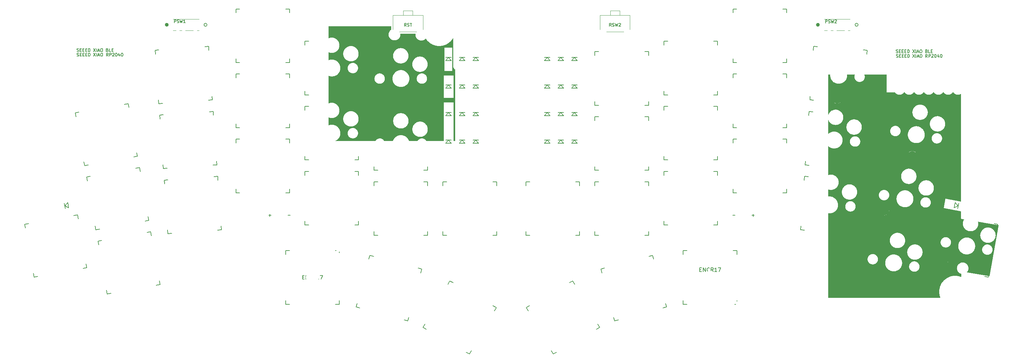
<source format=gto>
G04 #@! TF.GenerationSoftware,KiCad,Pcbnew,9.0.2*
G04 #@! TF.CreationDate,2025-06-05T15:31:19+09:00*
G04 #@! TF.ProjectId,Totemkyle,546f7465-6d6b-4796-9c65-2e6b69636164,0.3*
G04 #@! TF.SameCoordinates,Original*
G04 #@! TF.FileFunction,Legend,Top*
G04 #@! TF.FilePolarity,Positive*
%FSLAX46Y46*%
G04 Gerber Fmt 4.6, Leading zero omitted, Abs format (unit mm)*
G04 Created by KiCad (PCBNEW 9.0.2) date 2025-06-05 15:31:19*
%MOMM*%
%LPD*%
G01*
G04 APERTURE LIST*
G04 Aperture macros list*
%AMRotRect*
0 Rectangle, with rotation*
0 The origin of the aperture is its center*
0 $1 length*
0 $2 width*
0 $3 Rotation angle, in degrees counterclockwise*
0 Add horizontal line*
21,1,$1,$2,0,0,$3*%
G04 Aperture macros list end*
%ADD10C,0.150000*%
%ADD11C,1.630635*%
%ADD12C,0.000000*%
%ADD13C,1.702362*%
%ADD14C,0.475000*%
%ADD15C,1.873025*%
%ADD16C,1.593871*%
%ADD17C,0.120000*%
%ADD18C,2.500000*%
%ADD19C,0.750000*%
%ADD20C,1.701800*%
%ADD21C,3.000000*%
%ADD22C,3.429000*%
%ADD23C,0.500000*%
%ADD24C,5.600000*%
%ADD25O,1.800000X2.750000*%
%ADD26C,1.397000*%
%ADD27C,1.500000*%
%ADD28C,2.200000*%
%ADD29O,1.800000X2.200000*%
%ADD30O,1.800000X2.500000*%
%ADD31R,1.500000X1.800000*%
%ADD32C,0.900000*%
%ADD33R,0.700000X1.000000*%
%ADD34R,1.000000X2.800000*%
%ADD35C,2.100000*%
%ADD36RotRect,1.800000X1.500000X170.000000*%
%ADD37O,2.200000X1.800000*%
%ADD38O,2.500000X1.800000*%
%ADD39RotRect,1.800000X1.500000X10.000000*%
G04 APERTURE END LIST*
D10*
X70600000Y-51300000D02*
G75*
G02*
X69800000Y-51300000I-400000J0D01*
G01*
X69800000Y-51300000D02*
G75*
G02*
X70600000Y-51300000I400000J0D01*
G01*
X213305500Y-101091000D02*
X212688500Y-101091000D01*
X91676000Y-101090000D02*
X92293000Y-101090000D01*
D11*
X235724317Y-70290000D02*
G75*
G02*
X234093683Y-70290000I-815317J0D01*
G01*
X234093683Y-70290000D02*
G75*
G02*
X235724317Y-70290000I815317J0D01*
G01*
D12*
G36*
X118600871Y-52560582D02*
G01*
X118529051Y-52615498D01*
X118460555Y-52674305D01*
X118395562Y-52736843D01*
X118334253Y-52802951D01*
X118276810Y-52872471D01*
X118223413Y-52945241D01*
X118174243Y-53021101D01*
X118129481Y-53099891D01*
X118089308Y-53181451D01*
X118053904Y-53265620D01*
X118023451Y-53352239D01*
X117998129Y-53441148D01*
X117978120Y-53532185D01*
X117963603Y-53625191D01*
X117958462Y-53672383D01*
X117954761Y-53720006D01*
X117952524Y-53768042D01*
X117951773Y-53816470D01*
X117953793Y-53896025D01*
X117959786Y-53974551D01*
X117969656Y-54051951D01*
X117983302Y-54128126D01*
X118000628Y-54202979D01*
X118021535Y-54276410D01*
X118045925Y-54348322D01*
X118073699Y-54418617D01*
X118104761Y-54487195D01*
X118139010Y-54553960D01*
X118176350Y-54618813D01*
X118216682Y-54681656D01*
X118259907Y-54742391D01*
X118305928Y-54800918D01*
X118354647Y-54857141D01*
X118405965Y-54910961D01*
X118459784Y-54962280D01*
X118516006Y-55011000D01*
X118574532Y-55057022D01*
X118635265Y-55100249D01*
X118698107Y-55140581D01*
X118762959Y-55177922D01*
X118829722Y-55212172D01*
X118898300Y-55243234D01*
X118968593Y-55271009D01*
X119040503Y-55295399D01*
X119113933Y-55316307D01*
X119188784Y-55333633D01*
X119264957Y-55347280D01*
X119342356Y-55357149D01*
X119420880Y-55363143D01*
X119500434Y-55365162D01*
X119579987Y-55363143D01*
X119658512Y-55357149D01*
X119735910Y-55347280D01*
X119812083Y-55333633D01*
X119886934Y-55316307D01*
X119960364Y-55295399D01*
X120032275Y-55271009D01*
X120102567Y-55243234D01*
X120171145Y-55212172D01*
X120237909Y-55177922D01*
X120302760Y-55140581D01*
X120365602Y-55100249D01*
X120426335Y-55057022D01*
X120484861Y-55011000D01*
X120541083Y-54962280D01*
X120594902Y-54910961D01*
X120646220Y-54857141D01*
X120694939Y-54800918D01*
X120740960Y-54742391D01*
X120784185Y-54681656D01*
X120824517Y-54618813D01*
X120861857Y-54553960D01*
X120896106Y-54487195D01*
X120927168Y-54418617D01*
X120954942Y-54348322D01*
X120979332Y-54276410D01*
X121000239Y-54202979D01*
X121017565Y-54128126D01*
X121031212Y-54051951D01*
X121041081Y-53974551D01*
X121047074Y-53896025D01*
X121049094Y-53816470D01*
X121048618Y-53791334D01*
X121047275Y-53766199D01*
X121045188Y-53741064D01*
X121042480Y-53715928D01*
X121039276Y-53690793D01*
X121035700Y-53665657D01*
X121027928Y-53615387D01*
X124971900Y-53615387D01*
X124966787Y-53645820D01*
X124962088Y-53676296D01*
X124957885Y-53706854D01*
X124954261Y-53737536D01*
X124951298Y-53768383D01*
X124949079Y-53799437D01*
X124947688Y-53830739D01*
X124947205Y-53862331D01*
X124949225Y-53941886D01*
X124955218Y-54020412D01*
X124965087Y-54097812D01*
X124978734Y-54173987D01*
X124996060Y-54248840D01*
X125016967Y-54322271D01*
X125041357Y-54394183D01*
X125069131Y-54464478D01*
X125100193Y-54533056D01*
X125134442Y-54599821D01*
X125171782Y-54664674D01*
X125212114Y-54727517D01*
X125255339Y-54788252D01*
X125301360Y-54846779D01*
X125350079Y-54903002D01*
X125401397Y-54956822D01*
X125455216Y-55008141D01*
X125511438Y-55056861D01*
X125569964Y-55102883D01*
X125630697Y-55146109D01*
X125693539Y-55186442D01*
X125758390Y-55223783D01*
X125825154Y-55258033D01*
X125893732Y-55289094D01*
X125964024Y-55316870D01*
X126035935Y-55341260D01*
X126109365Y-55362167D01*
X126184215Y-55379494D01*
X126260389Y-55393141D01*
X126337787Y-55403010D01*
X126416312Y-55409003D01*
X126495865Y-55411023D01*
X126583198Y-55408526D01*
X126669171Y-55401136D01*
X126753667Y-55389001D01*
X126836565Y-55372273D01*
X126917748Y-55351100D01*
X126997097Y-55325633D01*
X127074492Y-55296022D01*
X127149815Y-55262416D01*
X127222946Y-55224965D01*
X127293768Y-55183819D01*
X127362161Y-55139129D01*
X127428006Y-55091043D01*
X127491185Y-55039712D01*
X127551579Y-54985285D01*
X127609068Y-54927913D01*
X127663535Y-54867746D01*
X127807137Y-55085348D01*
X127963720Y-55293256D01*
X128132705Y-55490870D01*
X128313514Y-55677591D01*
X128505567Y-55852818D01*
X128708285Y-56015954D01*
X128921091Y-56166397D01*
X129031096Y-56236672D01*
X129143405Y-56303550D01*
X129257947Y-56366955D01*
X129374649Y-56426812D01*
X129493438Y-56483047D01*
X129614243Y-56535584D01*
X129736991Y-56584349D01*
X129861609Y-56629266D01*
X129988026Y-56670261D01*
X130116169Y-56707259D01*
X130245965Y-56740186D01*
X130377343Y-56768965D01*
X130510229Y-56793522D01*
X130644553Y-56813782D01*
X130780240Y-56829670D01*
X130917219Y-56841112D01*
X131055418Y-56848032D01*
X131194764Y-56850355D01*
X131473256Y-56840542D01*
X131748586Y-56811536D01*
X132019906Y-56763988D01*
X132286368Y-56698550D01*
X132547125Y-56615873D01*
X132801330Y-56516608D01*
X133048135Y-56401406D01*
X133286692Y-56270918D01*
X133516155Y-56125795D01*
X133735675Y-55966689D01*
X133944405Y-55794250D01*
X134141498Y-55609130D01*
X134326107Y-55411979D01*
X134497383Y-55203449D01*
X134654480Y-54984192D01*
X134796549Y-54754857D01*
X134796549Y-61944460D01*
X134796431Y-61950414D01*
X134796095Y-61956373D01*
X134795572Y-61962343D01*
X134794895Y-61968328D01*
X134793200Y-61980365D01*
X134791257Y-61992526D01*
X134789313Y-62004852D01*
X134787618Y-62017386D01*
X134786941Y-62023743D01*
X134786419Y-62030167D01*
X134786083Y-62036663D01*
X134785964Y-62043237D01*
X134788256Y-62113458D01*
X134795045Y-62182495D01*
X134806194Y-62250240D01*
X134821572Y-62316585D01*
X134841041Y-62381421D01*
X134864469Y-62444639D01*
X134891721Y-62506131D01*
X134922662Y-62565789D01*
X134957159Y-62623504D01*
X134995077Y-62679167D01*
X135036281Y-62732670D01*
X135080638Y-62783905D01*
X135128012Y-62832762D01*
X135178270Y-62879134D01*
X135231276Y-62922912D01*
X135286898Y-62963987D01*
X135290427Y-62960458D01*
X135290427Y-81668242D01*
X134852992Y-81668242D01*
X134852992Y-71593633D01*
X132351851Y-71593633D01*
X132351851Y-81668242D01*
X127818755Y-81668242D01*
X127796342Y-81630595D01*
X127772776Y-81593739D01*
X127748083Y-81557701D01*
X127722287Y-81522508D01*
X127695413Y-81488185D01*
X127667488Y-81454759D01*
X127638535Y-81422257D01*
X127608580Y-81390705D01*
X127577649Y-81360130D01*
X127545766Y-81330558D01*
X127512957Y-81302016D01*
X127479247Y-81274530D01*
X127444661Y-81248126D01*
X127409224Y-81222832D01*
X127372962Y-81198673D01*
X127335899Y-81175676D01*
X127298062Y-81153868D01*
X127259474Y-81133275D01*
X127220162Y-81113923D01*
X127180150Y-81095840D01*
X127139464Y-81079051D01*
X127098128Y-81063583D01*
X127056169Y-81049462D01*
X127013611Y-81036715D01*
X126970479Y-81025369D01*
X126926799Y-81015450D01*
X126882596Y-81006984D01*
X126837894Y-80999998D01*
X126792720Y-80994518D01*
X126747098Y-80990571D01*
X126701054Y-80988183D01*
X126654612Y-80987382D01*
X126562126Y-80990571D01*
X126471330Y-80999998D01*
X126382425Y-81015450D01*
X126295613Y-81036715D01*
X126211095Y-81063583D01*
X126129073Y-81095840D01*
X126049749Y-81133275D01*
X125973324Y-81175676D01*
X125900000Y-81222832D01*
X125829977Y-81274530D01*
X125763458Y-81330558D01*
X125700644Y-81390705D01*
X125641737Y-81454759D01*
X125586938Y-81522508D01*
X125536448Y-81593739D01*
X125490470Y-81668242D01*
X123292712Y-81668242D01*
X123264644Y-81585293D01*
X123233405Y-81503845D01*
X123199069Y-81423972D01*
X123161711Y-81345747D01*
X123121405Y-81269246D01*
X123078225Y-81194543D01*
X123032246Y-81121712D01*
X122983541Y-81050826D01*
X122932186Y-80981962D01*
X122878254Y-80915192D01*
X122821819Y-80850592D01*
X122762957Y-80788234D01*
X122701740Y-80728195D01*
X122638244Y-80670547D01*
X122572543Y-80615366D01*
X122504711Y-80562725D01*
X122434822Y-80512699D01*
X122362951Y-80465362D01*
X122289171Y-80420789D01*
X122213558Y-80379053D01*
X122136186Y-80340229D01*
X122057128Y-80304392D01*
X121976459Y-80271615D01*
X121894253Y-80241972D01*
X121810585Y-80215539D01*
X121725529Y-80192390D01*
X121639159Y-80172598D01*
X121551549Y-80156238D01*
X121462775Y-80143384D01*
X121372909Y-80134111D01*
X121282026Y-80128492D01*
X121190201Y-80126603D01*
X121098376Y-80128492D01*
X121007494Y-80134111D01*
X120917628Y-80143384D01*
X120828853Y-80156237D01*
X120654874Y-80192389D01*
X120486150Y-80241972D01*
X120323275Y-80304391D01*
X120166845Y-80379052D01*
X120017452Y-80465361D01*
X119875692Y-80562724D01*
X119742159Y-80670546D01*
X119617447Y-80788233D01*
X119502150Y-80915190D01*
X119396862Y-81050825D01*
X119302178Y-81194541D01*
X119218693Y-81345746D01*
X119146999Y-81503844D01*
X119087693Y-81668242D01*
X116822907Y-81668242D01*
X116800494Y-81630595D01*
X116776929Y-81593739D01*
X116752236Y-81557701D01*
X116726440Y-81522508D01*
X116699566Y-81488185D01*
X116671641Y-81454759D01*
X116642688Y-81422257D01*
X116612733Y-81390705D01*
X116581802Y-81360130D01*
X116549919Y-81330558D01*
X116517110Y-81302016D01*
X116483400Y-81274530D01*
X116448814Y-81248126D01*
X116413378Y-81222832D01*
X116377115Y-81198673D01*
X116340053Y-81175676D01*
X116302215Y-81153868D01*
X116263628Y-81133275D01*
X116224315Y-81113923D01*
X116184304Y-81095840D01*
X116143617Y-81079051D01*
X116102282Y-81063583D01*
X116060322Y-81049462D01*
X116017764Y-81036715D01*
X115974632Y-81025369D01*
X115930952Y-81015450D01*
X115886749Y-81006984D01*
X115842047Y-80999998D01*
X115796873Y-80994518D01*
X115751251Y-80990571D01*
X115705207Y-80988183D01*
X115658765Y-80987382D01*
X115566279Y-80990571D01*
X115475483Y-80999998D01*
X115386579Y-81015450D01*
X115299767Y-81036715D01*
X115215249Y-81063583D01*
X115133228Y-81095840D01*
X115053904Y-81133275D01*
X114977478Y-81175676D01*
X114904154Y-81222832D01*
X114834131Y-81274530D01*
X114767612Y-81330558D01*
X114704798Y-81390705D01*
X114645891Y-81454759D01*
X114591092Y-81522508D01*
X114540603Y-81593739D01*
X114494625Y-81668242D01*
X103946798Y-81668242D01*
X104023814Y-81637071D01*
X104099381Y-81603131D01*
X104173431Y-81566484D01*
X104245902Y-81527193D01*
X104316726Y-81485321D01*
X104385839Y-81440930D01*
X104453176Y-81394084D01*
X104518672Y-81344844D01*
X104582260Y-81293273D01*
X104643876Y-81239435D01*
X104703456Y-81183392D01*
X104760932Y-81125205D01*
X104816241Y-81064939D01*
X104869317Y-81002656D01*
X104920094Y-80938418D01*
X104968509Y-80872287D01*
X105014494Y-80804328D01*
X105057985Y-80734602D01*
X105098917Y-80663172D01*
X105137225Y-80590100D01*
X105172843Y-80515450D01*
X105205706Y-80439284D01*
X105235749Y-80361664D01*
X105262906Y-80282654D01*
X105287113Y-80202315D01*
X105308304Y-80120711D01*
X105326414Y-80037905D01*
X105341377Y-79953958D01*
X105353129Y-79868934D01*
X105361604Y-79782895D01*
X105366736Y-79695904D01*
X105368254Y-79618605D01*
X107276948Y-79618605D01*
X107278711Y-79687972D01*
X107283944Y-79756446D01*
X107292560Y-79823943D01*
X107304474Y-79890375D01*
X107319599Y-79955658D01*
X107337850Y-80019705D01*
X107359141Y-80082431D01*
X107383386Y-80143749D01*
X107410498Y-80203573D01*
X107440393Y-80261818D01*
X107472984Y-80318398D01*
X107508185Y-80373226D01*
X107545910Y-80426218D01*
X107586074Y-80477286D01*
X107628591Y-80526346D01*
X107673374Y-80573311D01*
X107720337Y-80618095D01*
X107769396Y-80660612D01*
X107820463Y-80700777D01*
X107873453Y-80738503D01*
X107928281Y-80773705D01*
X107984859Y-80806296D01*
X108043103Y-80836192D01*
X108102926Y-80863305D01*
X108164243Y-80887550D01*
X108226967Y-80908841D01*
X108291012Y-80927092D01*
X108356294Y-80942218D01*
X108422725Y-80954132D01*
X108490220Y-80962748D01*
X108558693Y-80967981D01*
X108628058Y-80969744D01*
X108697423Y-80967981D01*
X108765896Y-80962748D01*
X108833391Y-80954132D01*
X108899822Y-80942218D01*
X108965103Y-80927092D01*
X109029148Y-80908841D01*
X109091873Y-80887550D01*
X109153189Y-80863305D01*
X109213012Y-80836192D01*
X109271256Y-80806296D01*
X109327835Y-80773705D01*
X109382662Y-80738503D01*
X109435652Y-80700777D01*
X109486720Y-80660612D01*
X109535778Y-80618095D01*
X109582742Y-80573311D01*
X109627525Y-80526346D01*
X109670041Y-80477286D01*
X109710205Y-80426218D01*
X109747931Y-80373226D01*
X109783132Y-80318398D01*
X109815723Y-80261818D01*
X109845618Y-80203573D01*
X109872730Y-80143749D01*
X109896975Y-80082431D01*
X109918266Y-80019705D01*
X109936516Y-79955658D01*
X109951642Y-79890375D01*
X109963556Y-79823943D01*
X109972172Y-79756446D01*
X109977404Y-79687972D01*
X109979168Y-79618605D01*
X109977404Y-79549239D01*
X109972172Y-79480765D01*
X109963556Y-79413268D01*
X109951642Y-79346836D01*
X109936516Y-79281553D01*
X109918266Y-79217506D01*
X109896975Y-79154781D01*
X109872730Y-79093463D01*
X109845618Y-79033639D01*
X109815723Y-78975394D01*
X109783132Y-78918814D01*
X109747931Y-78863986D01*
X109710205Y-78810994D01*
X109670041Y-78759926D01*
X109627525Y-78710866D01*
X109582742Y-78663902D01*
X109535778Y-78619118D01*
X109500445Y-78588496D01*
X124153473Y-78588496D01*
X124156078Y-78691383D01*
X124163806Y-78792925D01*
X124176533Y-78892995D01*
X124194132Y-78991468D01*
X124216477Y-79088218D01*
X124243443Y-79183118D01*
X124274903Y-79276042D01*
X124310732Y-79366866D01*
X124350803Y-79455462D01*
X124394991Y-79541705D01*
X124443169Y-79625469D01*
X124495213Y-79706628D01*
X124550994Y-79785055D01*
X124610389Y-79860626D01*
X124673271Y-79933214D01*
X124739513Y-80002692D01*
X124808990Y-80068936D01*
X124881576Y-80131819D01*
X124957145Y-80191215D01*
X125035571Y-80246998D01*
X125116728Y-80299042D01*
X125200490Y-80347221D01*
X125286731Y-80391410D01*
X125375326Y-80431482D01*
X125466147Y-80467312D01*
X125559070Y-80498773D01*
X125653968Y-80525739D01*
X125750716Y-80548085D01*
X125849186Y-80565684D01*
X125949255Y-80578411D01*
X126050794Y-80586140D01*
X126153680Y-80588744D01*
X126256565Y-80586140D01*
X126358104Y-80578411D01*
X126458173Y-80565684D01*
X126556643Y-80548085D01*
X126653391Y-80525739D01*
X126748289Y-80498773D01*
X126841212Y-80467312D01*
X126932033Y-80431482D01*
X127020628Y-80391410D01*
X127106869Y-80347221D01*
X127190631Y-80299042D01*
X127271788Y-80246998D01*
X127350214Y-80191215D01*
X127425783Y-80131819D01*
X127498369Y-80068936D01*
X127567846Y-80002692D01*
X127634088Y-79933214D01*
X127696970Y-79860626D01*
X127756364Y-79785055D01*
X127812146Y-79706628D01*
X127864190Y-79625469D01*
X127912368Y-79541705D01*
X127956556Y-79455462D01*
X127996627Y-79366866D01*
X128032456Y-79276042D01*
X128060995Y-79191746D01*
X128063916Y-79183118D01*
X128090882Y-79088218D01*
X128113227Y-78991468D01*
X128130826Y-78892995D01*
X128143553Y-78792925D01*
X128151281Y-78691383D01*
X128153885Y-78588496D01*
X128151281Y-78485609D01*
X128143553Y-78384067D01*
X128130826Y-78283997D01*
X128113227Y-78185524D01*
X128090882Y-78088775D01*
X128063916Y-77993875D01*
X128032456Y-77900950D01*
X127996627Y-77810127D01*
X127956556Y-77721531D01*
X127912368Y-77635288D01*
X127864190Y-77551524D01*
X127812146Y-77470365D01*
X127756364Y-77391938D01*
X127696970Y-77316367D01*
X127634088Y-77243780D01*
X127567846Y-77174301D01*
X127498369Y-77108058D01*
X127425783Y-77045175D01*
X127350214Y-76985779D01*
X127271788Y-76929996D01*
X127190631Y-76877952D01*
X127106869Y-76829772D01*
X127020628Y-76785584D01*
X126932033Y-76745512D01*
X126841212Y-76709682D01*
X126748289Y-76678221D01*
X126653391Y-76651255D01*
X126556643Y-76628909D01*
X126458173Y-76611309D01*
X126358104Y-76598583D01*
X126256565Y-76590854D01*
X126153680Y-76588250D01*
X126050794Y-76590854D01*
X125949255Y-76598583D01*
X125849186Y-76611309D01*
X125750716Y-76628909D01*
X125653968Y-76651255D01*
X125559070Y-76678221D01*
X125466147Y-76709682D01*
X125375326Y-76745512D01*
X125286731Y-76785584D01*
X125200490Y-76829772D01*
X125116728Y-76877952D01*
X125035571Y-76929996D01*
X124957145Y-76985779D01*
X124881576Y-77045175D01*
X124808990Y-77108058D01*
X124739513Y-77174301D01*
X124673271Y-77243780D01*
X124610389Y-77316367D01*
X124550994Y-77391938D01*
X124495213Y-77470365D01*
X124443169Y-77551524D01*
X124394991Y-77635288D01*
X124350803Y-77721531D01*
X124310732Y-77810127D01*
X124274903Y-77900950D01*
X124243443Y-77993875D01*
X124216477Y-78088775D01*
X124194132Y-78185524D01*
X124176533Y-78283997D01*
X124163806Y-78384067D01*
X124156078Y-78485609D01*
X124153473Y-78588496D01*
X109500445Y-78588496D01*
X109486720Y-78576601D01*
X109435652Y-78536436D01*
X109382662Y-78498710D01*
X109327835Y-78463508D01*
X109271256Y-78430916D01*
X109213012Y-78401021D01*
X109153189Y-78373908D01*
X109091873Y-78349663D01*
X109029148Y-78328371D01*
X108965103Y-78310120D01*
X108899822Y-78294994D01*
X108833391Y-78283081D01*
X108765896Y-78274464D01*
X108697423Y-78269231D01*
X108628058Y-78267468D01*
X108558693Y-78269231D01*
X108490220Y-78274464D01*
X108422725Y-78283081D01*
X108356294Y-78294994D01*
X108291012Y-78310120D01*
X108226967Y-78328371D01*
X108164243Y-78349663D01*
X108102926Y-78373908D01*
X108043103Y-78401021D01*
X107984859Y-78430916D01*
X107928281Y-78463508D01*
X107873453Y-78498710D01*
X107820463Y-78536436D01*
X107769396Y-78576601D01*
X107720337Y-78619118D01*
X107673373Y-78663902D01*
X107628590Y-78710866D01*
X107586074Y-78759926D01*
X107545910Y-78810994D01*
X107508185Y-78863986D01*
X107472984Y-78918814D01*
X107440393Y-78975394D01*
X107410498Y-79033639D01*
X107383385Y-79093463D01*
X107359141Y-79154781D01*
X107337850Y-79217506D01*
X107319599Y-79281553D01*
X107304474Y-79346836D01*
X107292560Y-79413268D01*
X107283944Y-79480765D01*
X107278711Y-79549239D01*
X107276948Y-79618605D01*
X105368254Y-79618605D01*
X105368462Y-79608023D01*
X105365591Y-79494617D01*
X105357072Y-79382693D01*
X105343042Y-79272390D01*
X105323642Y-79163848D01*
X105299010Y-79057205D01*
X105269284Y-78952599D01*
X105234604Y-78850171D01*
X105195108Y-78750058D01*
X105150936Y-78652400D01*
X105102226Y-78557335D01*
X105049117Y-78465003D01*
X104991749Y-78375542D01*
X104930259Y-78289091D01*
X104864787Y-78205790D01*
X104795471Y-78125776D01*
X104722451Y-78049189D01*
X104645866Y-77976167D01*
X104565854Y-77906850D01*
X104482554Y-77841377D01*
X104396105Y-77779886D01*
X104306645Y-77722516D01*
X104214315Y-77669406D01*
X104119252Y-77620695D01*
X104021596Y-77576522D01*
X103921486Y-77537025D01*
X103819059Y-77502345D01*
X103714456Y-77472618D01*
X103607815Y-77447985D01*
X103499274Y-77428585D01*
X103388974Y-77414555D01*
X103277052Y-77406035D01*
X103163648Y-77403165D01*
X103107593Y-77403865D01*
X103051885Y-77405955D01*
X102996538Y-77409420D01*
X102941568Y-77414244D01*
X102886991Y-77420411D01*
X102832823Y-77427907D01*
X102779078Y-77436715D01*
X102725772Y-77446820D01*
X102672921Y-77458207D01*
X102620541Y-77470860D01*
X102568646Y-77484764D01*
X102517252Y-77499903D01*
X102466375Y-77516261D01*
X102416030Y-77533824D01*
X102366233Y-77552575D01*
X102317000Y-77572499D01*
X102317000Y-75868584D01*
X106126917Y-75868584D01*
X106129522Y-75971471D01*
X106137250Y-76073013D01*
X106149977Y-76173083D01*
X106167576Y-76271556D01*
X106189921Y-76368305D01*
X106216887Y-76463205D01*
X106248347Y-76556130D01*
X106284176Y-76646953D01*
X106324247Y-76735550D01*
X106368435Y-76821792D01*
X106416613Y-76905556D01*
X106468657Y-76986715D01*
X106524439Y-77065142D01*
X106583833Y-77140713D01*
X106646715Y-77213300D01*
X106712957Y-77282779D01*
X106782434Y-77349023D01*
X106855020Y-77411905D01*
X106930589Y-77471301D01*
X107009015Y-77527084D01*
X107090172Y-77579128D01*
X107173934Y-77627308D01*
X107260175Y-77671497D01*
X107348770Y-77711569D01*
X107439591Y-77747398D01*
X107532514Y-77778859D01*
X107627412Y-77805826D01*
X107724160Y-77828171D01*
X107822631Y-77845771D01*
X107922699Y-77858498D01*
X108024239Y-77866226D01*
X108127124Y-77868830D01*
X108230009Y-77866226D01*
X108331549Y-77858498D01*
X108431617Y-77845771D01*
X108530088Y-77828171D01*
X108626835Y-77805826D01*
X108721734Y-77778859D01*
X108814656Y-77747398D01*
X108905478Y-77711569D01*
X108994073Y-77671497D01*
X109080314Y-77627308D01*
X109164076Y-77579128D01*
X109245233Y-77527084D01*
X109323659Y-77471301D01*
X109399228Y-77411905D01*
X109471814Y-77349023D01*
X109541291Y-77282779D01*
X109607534Y-77213300D01*
X109670415Y-77140713D01*
X109729810Y-77065142D01*
X109785592Y-76986715D01*
X109837635Y-76905556D01*
X109885813Y-76821792D01*
X109930001Y-76735550D01*
X109970072Y-76646953D01*
X110005901Y-76556130D01*
X110037361Y-76463205D01*
X110058968Y-76387166D01*
X119151192Y-76387166D01*
X119153796Y-76490053D01*
X119161525Y-76591595D01*
X119174252Y-76691665D01*
X119191850Y-76790138D01*
X119214196Y-76886887D01*
X119241161Y-76981787D01*
X119272622Y-77074712D01*
X119308451Y-77165536D01*
X119348522Y-77254132D01*
X119392710Y-77340375D01*
X119440888Y-77424139D01*
X119492931Y-77505298D01*
X119548713Y-77583725D01*
X119608108Y-77659296D01*
X119670989Y-77731884D01*
X119737232Y-77801362D01*
X119806709Y-77867606D01*
X119879295Y-77930488D01*
X119954864Y-77989884D01*
X120033290Y-78045667D01*
X120114447Y-78097712D01*
X120198209Y-78145891D01*
X120284450Y-78190080D01*
X120373044Y-78230152D01*
X120463866Y-78265982D01*
X120556789Y-78297443D01*
X120651687Y-78324409D01*
X120748434Y-78346755D01*
X120846905Y-78364354D01*
X120946973Y-78377081D01*
X121048513Y-78384810D01*
X121151398Y-78387414D01*
X121254283Y-78384810D01*
X121355823Y-78377081D01*
X121455891Y-78364354D01*
X121554362Y-78346755D01*
X121651110Y-78324409D01*
X121746008Y-78297443D01*
X121838931Y-78265982D01*
X121929752Y-78230152D01*
X122018346Y-78190080D01*
X122104588Y-78145891D01*
X122188350Y-78097712D01*
X122269507Y-78045667D01*
X122347933Y-77989884D01*
X122423502Y-77930488D01*
X122496088Y-77867606D01*
X122565565Y-77801362D01*
X122631807Y-77731884D01*
X122694689Y-77659296D01*
X122754083Y-77583725D01*
X122809865Y-77505298D01*
X122861908Y-77424139D01*
X122910087Y-77340375D01*
X122954275Y-77254132D01*
X122994346Y-77165536D01*
X123030175Y-77074712D01*
X123061635Y-76981787D01*
X123088601Y-76886887D01*
X123110946Y-76790138D01*
X123128545Y-76691665D01*
X123141272Y-76591595D01*
X123149000Y-76490053D01*
X123151604Y-76387166D01*
X123151606Y-76387166D01*
X123149002Y-76284279D01*
X123141274Y-76182737D01*
X123128547Y-76082667D01*
X123110948Y-75984194D01*
X123088603Y-75887445D01*
X123061637Y-75792545D01*
X123030176Y-75699620D01*
X122994348Y-75608797D01*
X122954276Y-75520201D01*
X122910088Y-75433958D01*
X122861910Y-75350194D01*
X122809866Y-75269035D01*
X122754084Y-75190608D01*
X122694690Y-75115037D01*
X122631808Y-75042450D01*
X122565566Y-74972971D01*
X122496089Y-74906728D01*
X122423503Y-74843845D01*
X122347934Y-74784449D01*
X122269508Y-74728666D01*
X122188350Y-74676622D01*
X122104588Y-74628442D01*
X122018347Y-74584253D01*
X121929752Y-74544181D01*
X121838931Y-74508352D01*
X121746008Y-74476891D01*
X121651110Y-74449925D01*
X121554362Y-74427579D01*
X121455891Y-74409979D01*
X121355823Y-74397252D01*
X121254283Y-74389524D01*
X121151398Y-74386920D01*
X121048513Y-74389524D01*
X120946973Y-74397252D01*
X120846905Y-74409979D01*
X120748434Y-74427579D01*
X120651686Y-74449925D01*
X120556788Y-74476891D01*
X120463865Y-74508352D01*
X120373044Y-74544181D01*
X120284449Y-74584253D01*
X120198208Y-74628442D01*
X120114446Y-74676622D01*
X120033289Y-74728666D01*
X119954863Y-74784449D01*
X119879294Y-74843845D01*
X119806708Y-74906728D01*
X119737231Y-74972971D01*
X119670989Y-75042450D01*
X119608107Y-75115037D01*
X119548713Y-75190608D01*
X119492931Y-75269035D01*
X119440888Y-75350194D01*
X119392709Y-75433958D01*
X119348521Y-75520201D01*
X119308450Y-75608797D01*
X119272622Y-75699620D01*
X119241161Y-75792545D01*
X119214196Y-75887445D01*
X119191850Y-75984194D01*
X119174251Y-76082667D01*
X119161525Y-76182737D01*
X119153796Y-76284279D01*
X119151192Y-76387166D01*
X110058968Y-76387166D01*
X110064327Y-76368305D01*
X110086673Y-76271556D01*
X110104272Y-76173083D01*
X110116998Y-76073013D01*
X110124727Y-75971471D01*
X110127331Y-75868584D01*
X110124727Y-75765697D01*
X110116998Y-75664155D01*
X110104272Y-75564085D01*
X110086673Y-75465612D01*
X110064327Y-75368863D01*
X110037361Y-75273963D01*
X110005901Y-75181038D01*
X109970072Y-75090214D01*
X109930001Y-75001618D01*
X109885813Y-74915375D01*
X109837635Y-74831611D01*
X109785592Y-74750452D01*
X109729810Y-74672025D01*
X109670415Y-74596454D01*
X109607534Y-74523867D01*
X109541291Y-74454388D01*
X109471814Y-74388144D01*
X109399228Y-74325262D01*
X109323659Y-74265866D01*
X109245233Y-74210083D01*
X109164076Y-74158039D01*
X109080314Y-74109859D01*
X108994073Y-74065670D01*
X108905478Y-74025598D01*
X108814656Y-73989769D01*
X108721734Y-73958308D01*
X108626835Y-73931341D01*
X108530088Y-73908995D01*
X108431617Y-73891396D01*
X108331549Y-73878669D01*
X108230009Y-73870941D01*
X108127124Y-73868336D01*
X108024239Y-73870941D01*
X107922699Y-73878669D01*
X107822631Y-73891396D01*
X107724160Y-73908995D01*
X107627413Y-73931341D01*
X107532514Y-73958308D01*
X107439592Y-73989769D01*
X107348770Y-74025598D01*
X107260176Y-74065670D01*
X107173934Y-74109859D01*
X107090172Y-74158039D01*
X107009015Y-74210083D01*
X106930589Y-74265866D01*
X106855020Y-74325262D01*
X106782434Y-74388144D01*
X106712957Y-74454388D01*
X106646715Y-74523867D01*
X106583833Y-74596454D01*
X106524439Y-74672025D01*
X106468657Y-74750452D01*
X106416614Y-74831611D01*
X106368435Y-74915375D01*
X106324247Y-75001618D01*
X106284176Y-75090214D01*
X106248347Y-75181038D01*
X106216887Y-75273963D01*
X106189921Y-75368863D01*
X106167576Y-75465612D01*
X106149977Y-75564085D01*
X106137250Y-75664155D01*
X106129522Y-75765697D01*
X106126917Y-75868584D01*
X102317000Y-75868584D01*
X102317000Y-75494641D01*
X102363628Y-75515186D01*
X102410897Y-75534480D01*
X102458787Y-75552513D01*
X102507275Y-75569275D01*
X102556343Y-75584755D01*
X102605968Y-75598944D01*
X102656131Y-75611830D01*
X102706811Y-75623404D01*
X102757987Y-75633654D01*
X102809638Y-75642572D01*
X102861744Y-75650146D01*
X102914284Y-75656366D01*
X102967237Y-75661222D01*
X103020583Y-75664703D01*
X103074302Y-75666799D01*
X103128371Y-75667500D01*
X103231256Y-75664896D01*
X103332796Y-75657168D01*
X103432864Y-75644441D01*
X103531335Y-75626841D01*
X103628083Y-75604495D01*
X103722981Y-75577529D01*
X103815904Y-75546068D01*
X103906725Y-75510239D01*
X103995320Y-75470167D01*
X104081561Y-75425978D01*
X104165323Y-75377798D01*
X104246480Y-75325754D01*
X104324906Y-75269971D01*
X104400475Y-75210575D01*
X104473061Y-75147692D01*
X104542538Y-75081449D01*
X104608781Y-75011970D01*
X104671662Y-74939383D01*
X104731057Y-74863812D01*
X104786839Y-74785385D01*
X104838882Y-74704226D01*
X104887060Y-74620462D01*
X104931248Y-74534219D01*
X104971320Y-74445623D01*
X105007148Y-74354800D01*
X105038609Y-74261875D01*
X105065574Y-74166975D01*
X105087920Y-74070226D01*
X105105519Y-73971753D01*
X105118245Y-73871683D01*
X105125974Y-73770141D01*
X105128578Y-73667254D01*
X105125974Y-73564367D01*
X105118245Y-73462825D01*
X105105519Y-73362755D01*
X105087920Y-73264282D01*
X105065574Y-73167533D01*
X105038609Y-73072632D01*
X105007148Y-72979708D01*
X104971320Y-72888884D01*
X104931248Y-72800288D01*
X104887060Y-72714045D01*
X104838882Y-72630281D01*
X104786839Y-72549122D01*
X104731057Y-72470695D01*
X104671662Y-72395124D01*
X104608781Y-72322536D01*
X104542538Y-72253058D01*
X104473061Y-72186814D01*
X104400475Y-72123932D01*
X104324906Y-72064536D01*
X104246480Y-72008753D01*
X104165323Y-71956708D01*
X104081561Y-71908529D01*
X103995320Y-71864340D01*
X103906725Y-71824268D01*
X103815904Y-71788438D01*
X103722981Y-71756977D01*
X103628083Y-71730011D01*
X103531335Y-71707665D01*
X103432864Y-71690066D01*
X103332796Y-71677339D01*
X103231256Y-71669610D01*
X103128371Y-71667006D01*
X103074302Y-71667746D01*
X103020583Y-71669948D01*
X102967237Y-71673587D01*
X102914284Y-71678637D01*
X102861744Y-71685071D01*
X102809638Y-71692865D01*
X102757987Y-71701992D01*
X102706811Y-71712426D01*
X102656131Y-71724142D01*
X102605968Y-71737114D01*
X102556343Y-71751315D01*
X102507275Y-71766721D01*
X102458786Y-71783305D01*
X102410897Y-71801041D01*
X102363628Y-71819904D01*
X102317000Y-71839867D01*
X102317000Y-71236617D01*
X119623902Y-71236617D01*
X119625860Y-71313868D01*
X119631671Y-71390114D01*
X119641241Y-71465261D01*
X119654473Y-71539214D01*
X119671274Y-71611877D01*
X119691548Y-71683156D01*
X119715200Y-71752956D01*
X119742135Y-71821181D01*
X119772259Y-71887737D01*
X119805476Y-71952529D01*
X119841692Y-72015463D01*
X119880811Y-72076442D01*
X119922739Y-72135372D01*
X119967380Y-72192158D01*
X120014640Y-72246705D01*
X120064424Y-72298919D01*
X120116637Y-72348704D01*
X120171183Y-72395965D01*
X120227968Y-72440607D01*
X120286897Y-72482535D01*
X120347875Y-72521655D01*
X120410807Y-72557872D01*
X120475597Y-72591090D01*
X120542152Y-72621214D01*
X120610377Y-72648150D01*
X120680175Y-72671802D01*
X120751452Y-72692077D01*
X120824114Y-72708878D01*
X120898065Y-72722110D01*
X120973210Y-72731680D01*
X121049455Y-72737491D01*
X121126704Y-72739449D01*
X121203953Y-72737491D01*
X121280198Y-72731680D01*
X121355343Y-72722110D01*
X121429294Y-72708877D01*
X121501956Y-72692077D01*
X121573233Y-72671802D01*
X121643031Y-72648150D01*
X121711255Y-72621214D01*
X121777810Y-72591089D01*
X121842601Y-72557871D01*
X121905533Y-72521655D01*
X121966511Y-72482535D01*
X122025440Y-72440606D01*
X122082225Y-72395964D01*
X122136771Y-72348703D01*
X122188983Y-72298918D01*
X122238767Y-72246705D01*
X122286027Y-72192157D01*
X122330669Y-72135371D01*
X122372596Y-72076441D01*
X122411716Y-72015462D01*
X122425470Y-71991561D01*
X124274288Y-70410000D01*
X132349005Y-70410000D01*
X134859000Y-70410000D01*
X134852988Y-64519918D01*
X132351851Y-64519918D01*
X132349005Y-70410000D01*
X124274288Y-70410000D01*
X132539000Y-63340000D01*
X134519000Y-63340000D01*
X134519000Y-57290000D01*
X132536918Y-57289735D01*
X132538707Y-63340000D01*
X122425470Y-71991561D01*
X122447931Y-71952529D01*
X122481149Y-71887736D01*
X122511272Y-71821180D01*
X122538208Y-71752955D01*
X122561860Y-71683155D01*
X122582134Y-71611876D01*
X122598935Y-71539213D01*
X122612167Y-71465261D01*
X122621736Y-71390114D01*
X122627548Y-71313868D01*
X122629506Y-71236617D01*
X122627548Y-71159366D01*
X122621736Y-71083120D01*
X122612167Y-71007973D01*
X122598935Y-70934021D01*
X122582134Y-70861358D01*
X122561860Y-70790079D01*
X122538208Y-70720280D01*
X122511273Y-70652055D01*
X122481149Y-70585498D01*
X122447932Y-70520706D01*
X122411716Y-70457773D01*
X122372597Y-70396794D01*
X122330669Y-70337864D01*
X122286028Y-70281078D01*
X122238768Y-70226531D01*
X122188984Y-70174317D01*
X122136772Y-70124532D01*
X122082226Y-70077271D01*
X122025441Y-70032629D01*
X121966512Y-69990701D01*
X121905534Y-69951581D01*
X121842602Y-69915364D01*
X121777811Y-69882146D01*
X121711256Y-69852022D01*
X121643032Y-69825086D01*
X121573234Y-69801433D01*
X121501956Y-69781159D01*
X121429294Y-69764358D01*
X121355343Y-69751125D01*
X121280198Y-69741556D01*
X121203953Y-69735744D01*
X121126704Y-69733786D01*
X121049455Y-69735744D01*
X120973210Y-69741556D01*
X120898065Y-69751125D01*
X120824114Y-69764358D01*
X120751452Y-69781159D01*
X120680175Y-69801433D01*
X120610377Y-69825086D01*
X120542152Y-69852022D01*
X120475597Y-69882146D01*
X120410807Y-69915364D01*
X120347875Y-69951580D01*
X120286897Y-69990700D01*
X120227968Y-70032629D01*
X120171183Y-70077271D01*
X120116637Y-70124532D01*
X120064424Y-70174316D01*
X120014640Y-70226530D01*
X119967380Y-70281077D01*
X119922739Y-70337863D01*
X119880811Y-70396793D01*
X119841692Y-70457772D01*
X119805476Y-70520705D01*
X119772259Y-70585497D01*
X119742135Y-70652054D01*
X119715200Y-70720279D01*
X119691548Y-70790079D01*
X119671274Y-70861357D01*
X119654473Y-70934021D01*
X119641241Y-71007973D01*
X119631671Y-71083120D01*
X119625860Y-71159366D01*
X119623902Y-71236617D01*
X102317000Y-71236617D01*
X102317000Y-69744370D01*
X102361768Y-69772103D01*
X102407425Y-69798383D01*
X102453950Y-69823164D01*
X102501322Y-69846400D01*
X102549521Y-69868045D01*
X102598527Y-69888051D01*
X102648318Y-69906373D01*
X102698873Y-69922964D01*
X102750173Y-69937777D01*
X102802197Y-69950766D01*
X102854923Y-69961884D01*
X102908331Y-69971085D01*
X102962400Y-69978322D01*
X103017111Y-69983549D01*
X103072441Y-69986719D01*
X103128371Y-69987786D01*
X103205620Y-69985828D01*
X103281865Y-69980017D01*
X103357010Y-69970447D01*
X103430961Y-69957214D01*
X103503623Y-69940413D01*
X103574900Y-69920139D01*
X103644698Y-69896487D01*
X103712922Y-69869551D01*
X103779477Y-69839426D01*
X103844268Y-69806209D01*
X103907200Y-69769992D01*
X103968178Y-69730872D01*
X104027107Y-69688944D01*
X104083892Y-69644302D01*
X104138438Y-69597041D01*
X104190650Y-69547256D01*
X104240434Y-69495043D01*
X104287694Y-69440495D01*
X104332335Y-69383709D01*
X104374263Y-69324779D01*
X104413382Y-69263800D01*
X104449598Y-69200867D01*
X104474804Y-69151702D01*
X114621622Y-69151702D01*
X114623580Y-69228642D01*
X114629391Y-69304617D01*
X114638960Y-69379531D01*
X114652193Y-69453285D01*
X114668993Y-69525784D01*
X114689267Y-69596930D01*
X114712919Y-69666627D01*
X114739855Y-69734777D01*
X114769979Y-69801284D01*
X114803196Y-69866051D01*
X114839412Y-69928980D01*
X114878531Y-69989976D01*
X114920458Y-70048941D01*
X114965100Y-70105778D01*
X115012360Y-70160390D01*
X115062143Y-70212681D01*
X115114356Y-70262553D01*
X115168902Y-70309910D01*
X115225687Y-70354654D01*
X115284616Y-70396690D01*
X115345594Y-70435919D01*
X115408526Y-70472246D01*
X115473317Y-70505573D01*
X115539872Y-70535802D01*
X115608096Y-70562839D01*
X115677894Y-70586585D01*
X115749172Y-70606943D01*
X115821833Y-70623818D01*
X115895784Y-70637111D01*
X115970930Y-70646726D01*
X116047174Y-70652566D01*
X116124424Y-70654534D01*
X116201673Y-70652576D01*
X116277918Y-70646764D01*
X116353063Y-70637195D01*
X116427014Y-70623962D01*
X116499676Y-70607162D01*
X116570953Y-70586887D01*
X116640751Y-70563235D01*
X116708975Y-70536299D01*
X116775530Y-70506174D01*
X116840321Y-70472956D01*
X116903253Y-70436740D01*
X116964231Y-70397620D01*
X117023160Y-70355692D01*
X117079945Y-70311049D01*
X117134491Y-70263788D01*
X117186704Y-70214004D01*
X117236487Y-70161790D01*
X117283747Y-70107243D01*
X117328389Y-70050457D01*
X117370317Y-69991527D01*
X117409436Y-69930548D01*
X117445651Y-69867614D01*
X117478869Y-69802822D01*
X117508992Y-69736266D01*
X117535928Y-69668040D01*
X117559580Y-69598241D01*
X117579854Y-69526962D01*
X117596654Y-69454298D01*
X117609887Y-69380346D01*
X117619456Y-69305199D01*
X117625267Y-69228953D01*
X117627225Y-69151702D01*
X117625267Y-69074461D01*
X117619456Y-68998245D01*
X117609887Y-68923146D01*
X117596654Y-68849258D01*
X117579854Y-68776675D01*
X117559580Y-68705490D01*
X117535928Y-68635797D01*
X117508992Y-68567691D01*
X117478869Y-68501263D01*
X117445651Y-68436609D01*
X117409436Y-68373822D01*
X117370317Y-68312995D01*
X117328389Y-68254222D01*
X117283747Y-68197598D01*
X117236487Y-68143214D01*
X117186704Y-68091166D01*
X117134491Y-68041546D01*
X117079945Y-67994449D01*
X117023160Y-67949968D01*
X116964231Y-67908197D01*
X116903253Y-67869229D01*
X116840321Y-67833159D01*
X116775530Y-67800079D01*
X116708975Y-67770083D01*
X116640751Y-67743266D01*
X116570953Y-67719720D01*
X116499676Y-67699540D01*
X116427014Y-67682819D01*
X116353063Y-67669651D01*
X116277918Y-67660129D01*
X116201673Y-67654347D01*
X116124424Y-67652399D01*
X116047174Y-67654357D01*
X115970930Y-67660167D01*
X115895784Y-67669735D01*
X115821833Y-67682964D01*
X115749172Y-67699758D01*
X115677894Y-67720022D01*
X115608096Y-67743661D01*
X115539872Y-67770579D01*
X115473317Y-67800680D01*
X115408526Y-67833869D01*
X115345594Y-67870050D01*
X115284616Y-67909127D01*
X115225687Y-67951005D01*
X115168902Y-67995588D01*
X115114356Y-68042781D01*
X115062143Y-68092488D01*
X115012360Y-68144614D01*
X114965100Y-68199062D01*
X114920458Y-68255738D01*
X114878531Y-68314545D01*
X114839412Y-68375388D01*
X114803196Y-68438172D01*
X114769979Y-68502801D01*
X114739855Y-68569178D01*
X114712919Y-68637210D01*
X114689267Y-68706799D01*
X114668993Y-68777851D01*
X114652193Y-68850270D01*
X114638960Y-68923960D01*
X114629391Y-68998826D01*
X114623580Y-69074771D01*
X114621622Y-69151702D01*
X104474804Y-69151702D01*
X104482815Y-69136075D01*
X104512939Y-69069519D01*
X104539874Y-69001293D01*
X104563526Y-68931494D01*
X104583800Y-68860215D01*
X104600601Y-68787552D01*
X104613833Y-68713599D01*
X104623403Y-68638452D01*
X104629214Y-68562206D01*
X104631172Y-68484956D01*
X104629214Y-68407705D01*
X104623403Y-68331459D01*
X104613833Y-68256312D01*
X104600601Y-68182360D01*
X104583800Y-68109697D01*
X104563526Y-68038418D01*
X104539874Y-67968618D01*
X104512939Y-67900393D01*
X104482815Y-67833837D01*
X104449598Y-67769044D01*
X104413382Y-67706111D01*
X104374263Y-67645132D01*
X104332335Y-67586202D01*
X104287694Y-67529416D01*
X104240434Y-67474868D01*
X104190650Y-67422655D01*
X104138438Y-67372870D01*
X104083892Y-67325609D01*
X104027107Y-67280967D01*
X103968178Y-67239038D01*
X103907200Y-67199918D01*
X103844268Y-67163702D01*
X103779477Y-67130484D01*
X103712922Y-67100360D01*
X103644698Y-67073424D01*
X103574900Y-67049771D01*
X103503623Y-67029497D01*
X103430961Y-67012696D01*
X103357010Y-66999463D01*
X103281865Y-66989894D01*
X103205620Y-66984082D01*
X103128371Y-66982124D01*
X103072402Y-66983191D01*
X103016966Y-66986362D01*
X102962098Y-66991589D01*
X102907835Y-66998826D01*
X102854212Y-67008027D01*
X102801266Y-67019145D01*
X102749034Y-67032134D01*
X102697551Y-67046947D01*
X102646853Y-67063537D01*
X102596977Y-67081859D01*
X102547958Y-67101866D01*
X102499834Y-67123510D01*
X102452640Y-67146746D01*
X102406412Y-67171528D01*
X102361186Y-67197808D01*
X102317000Y-67225540D01*
X102317000Y-65352291D01*
X114275906Y-65352291D01*
X114277670Y-65421657D01*
X114282902Y-65490132D01*
X114291518Y-65557628D01*
X114303432Y-65624060D01*
X114318557Y-65689343D01*
X114336808Y-65753390D01*
X114358099Y-65816116D01*
X114382344Y-65877433D01*
X114409456Y-65937258D01*
X114439351Y-65995503D01*
X114471942Y-66052083D01*
X114507143Y-66106911D01*
X114544868Y-66159903D01*
X114585032Y-66210971D01*
X114627549Y-66260031D01*
X114672332Y-66306995D01*
X114719296Y-66351779D01*
X114768354Y-66394296D01*
X114819422Y-66434461D01*
X114872412Y-66472187D01*
X114927239Y-66507389D01*
X114983818Y-66539981D01*
X115042062Y-66569876D01*
X115101885Y-66596989D01*
X115163201Y-66621235D01*
X115225925Y-66642526D01*
X115289971Y-66660777D01*
X115355253Y-66675903D01*
X115421684Y-66687817D01*
X115489179Y-66696433D01*
X115557652Y-66701666D01*
X115627017Y-66703429D01*
X115627018Y-66703428D01*
X115696383Y-66701665D01*
X115764856Y-66696432D01*
X115832351Y-66687816D01*
X115898782Y-66675902D01*
X115964063Y-66660776D01*
X116028109Y-66642525D01*
X116090833Y-66621234D01*
X116152149Y-66596988D01*
X116211972Y-66569875D01*
X116270216Y-66539980D01*
X116326794Y-66507388D01*
X116381622Y-66472186D01*
X116434612Y-66434460D01*
X116485679Y-66394295D01*
X116534738Y-66351778D01*
X116581702Y-66306994D01*
X116626484Y-66260029D01*
X116669001Y-66210970D01*
X116709165Y-66159901D01*
X116746890Y-66106910D01*
X116782091Y-66052081D01*
X116814682Y-65995502D01*
X116844577Y-65937257D01*
X116871689Y-65877432D01*
X116895934Y-65816115D01*
X116917224Y-65753389D01*
X116935475Y-65689343D01*
X116950601Y-65624060D01*
X116962514Y-65557628D01*
X116971130Y-65490131D01*
X116976363Y-65421657D01*
X116978126Y-65352291D01*
X116977857Y-65341708D01*
X118957167Y-65341708D01*
X118960038Y-65455114D01*
X118968557Y-65567039D01*
X118982587Y-65677341D01*
X119001987Y-65785884D01*
X119026619Y-65892527D01*
X119056345Y-65997133D01*
X119091025Y-66099561D01*
X119130521Y-66199674D01*
X119174693Y-66297332D01*
X119223403Y-66392397D01*
X119276512Y-66484729D01*
X119333880Y-66574190D01*
X119395370Y-66660641D01*
X119460842Y-66743942D01*
X119530158Y-66823956D01*
X119603178Y-66900544D01*
X119679763Y-66973565D01*
X119759775Y-67042882D01*
X119843075Y-67108355D01*
X119929525Y-67169846D01*
X120018984Y-67227216D01*
X120111314Y-67280326D01*
X120206376Y-67329037D01*
X120304033Y-67373210D01*
X120404143Y-67412706D01*
X120506570Y-67447387D01*
X120611173Y-67477113D01*
X120717814Y-67501746D01*
X120826354Y-67521147D01*
X120936654Y-67535176D01*
X121048576Y-67543696D01*
X121161980Y-67546567D01*
X121275384Y-67543696D01*
X121387306Y-67535176D01*
X121497607Y-67521147D01*
X121606147Y-67501746D01*
X121712788Y-67477113D01*
X121817392Y-67447387D01*
X121919818Y-67412706D01*
X122019929Y-67373210D01*
X122117585Y-67329037D01*
X122212647Y-67280326D01*
X122304978Y-67227216D01*
X122394437Y-67169846D01*
X122480886Y-67108355D01*
X122564186Y-67042882D01*
X122644198Y-66973565D01*
X122720784Y-66900544D01*
X122793803Y-66823956D01*
X122863119Y-66743942D01*
X122928591Y-66660641D01*
X122990081Y-66574190D01*
X123047449Y-66484729D01*
X123100558Y-66392397D01*
X123149268Y-66297332D01*
X123193440Y-66199674D01*
X123232936Y-66099561D01*
X123267616Y-65997133D01*
X123297341Y-65892527D01*
X123321974Y-65785884D01*
X123341374Y-65677341D01*
X123355403Y-65567039D01*
X123363923Y-65455114D01*
X123366525Y-65352291D01*
X125278807Y-65352291D01*
X125280571Y-65421657D01*
X125285803Y-65490131D01*
X125294419Y-65557628D01*
X125306333Y-65624060D01*
X125321458Y-65689343D01*
X125339709Y-65753390D01*
X125361000Y-65816115D01*
X125385245Y-65877433D01*
X125412357Y-65937257D01*
X125442252Y-65995502D01*
X125474843Y-66052082D01*
X125510044Y-66106910D01*
X125547770Y-66159902D01*
X125587934Y-66210970D01*
X125630450Y-66260030D01*
X125675233Y-66306995D01*
X125722197Y-66351779D01*
X125771256Y-66394296D01*
X125822323Y-66434461D01*
X125875313Y-66472187D01*
X125930141Y-66507389D01*
X125986719Y-66539981D01*
X126044963Y-66569876D01*
X126104786Y-66596989D01*
X126166103Y-66621234D01*
X126228827Y-66642526D01*
X126292873Y-66660777D01*
X126358154Y-66675903D01*
X126424585Y-66687816D01*
X126492080Y-66696433D01*
X126560553Y-66701666D01*
X126629918Y-66703429D01*
X126699283Y-66701666D01*
X126767756Y-66696433D01*
X126835251Y-66687817D01*
X126901682Y-66675903D01*
X126966963Y-66660777D01*
X127031008Y-66642526D01*
X127093733Y-66621235D01*
X127155049Y-66596989D01*
X127214872Y-66569876D01*
X127273116Y-66539981D01*
X127329695Y-66507389D01*
X127384522Y-66472187D01*
X127437512Y-66434461D01*
X127488580Y-66394296D01*
X127537638Y-66351779D01*
X127584602Y-66306995D01*
X127629385Y-66260031D01*
X127671902Y-66210971D01*
X127712066Y-66159903D01*
X127749791Y-66106911D01*
X127784992Y-66052083D01*
X127817583Y-65995503D01*
X127847478Y-65937258D01*
X127874591Y-65877433D01*
X127898835Y-65816116D01*
X127920126Y-65753390D01*
X127938377Y-65689343D01*
X127953502Y-65624060D01*
X127965416Y-65557628D01*
X127974032Y-65490132D01*
X127979265Y-65421657D01*
X127981028Y-65352291D01*
X127979265Y-65282925D01*
X127974032Y-65214450D01*
X127965416Y-65146954D01*
X127953502Y-65080521D01*
X127938377Y-65015239D01*
X127920126Y-64951192D01*
X127898835Y-64888467D01*
X127874591Y-64827149D01*
X127847478Y-64767325D01*
X127817583Y-64709080D01*
X127784992Y-64652500D01*
X127749791Y-64597671D01*
X127712066Y-64544680D01*
X127671902Y-64493611D01*
X127629385Y-64444552D01*
X127584602Y-64397587D01*
X127537638Y-64352803D01*
X127488580Y-64310286D01*
X127437512Y-64270121D01*
X127384522Y-64232395D01*
X127329695Y-64197193D01*
X127273116Y-64164602D01*
X127214872Y-64134706D01*
X127155049Y-64107593D01*
X127093733Y-64083348D01*
X127031008Y-64062057D01*
X126966963Y-64043806D01*
X126901682Y-64028680D01*
X126835251Y-64016766D01*
X126767756Y-64008150D01*
X126699283Y-64002917D01*
X126629918Y-64001154D01*
X126629918Y-64001155D01*
X126560553Y-64002918D01*
X126492080Y-64008151D01*
X126424585Y-64016767D01*
X126358154Y-64028681D01*
X126292873Y-64043807D01*
X126228827Y-64062058D01*
X126166103Y-64083349D01*
X126104786Y-64107594D01*
X126044963Y-64134707D01*
X125986719Y-64164603D01*
X125930141Y-64197194D01*
X125875313Y-64232396D01*
X125822323Y-64270122D01*
X125771256Y-64310287D01*
X125722197Y-64352804D01*
X125675233Y-64397588D01*
X125630450Y-64444553D01*
X125587934Y-64493612D01*
X125547770Y-64544681D01*
X125510044Y-64597672D01*
X125474843Y-64652501D01*
X125442252Y-64709080D01*
X125412357Y-64767325D01*
X125385245Y-64827149D01*
X125361000Y-64888467D01*
X125339709Y-64951192D01*
X125321458Y-65015239D01*
X125306333Y-65080522D01*
X125294419Y-65146954D01*
X125285803Y-65214450D01*
X125280571Y-65282925D01*
X125278807Y-65352291D01*
X123366525Y-65352291D01*
X123366793Y-65341708D01*
X123363923Y-65228301D01*
X123355403Y-65116377D01*
X123341374Y-65006075D01*
X123321974Y-64897532D01*
X123297341Y-64790889D01*
X123267616Y-64686284D01*
X123232936Y-64583855D01*
X123193440Y-64483742D01*
X123149268Y-64386084D01*
X123100558Y-64291020D01*
X123047449Y-64198688D01*
X122990081Y-64109227D01*
X122928591Y-64022776D01*
X122863119Y-63939474D01*
X122793803Y-63859460D01*
X122720784Y-63782873D01*
X122644198Y-63709852D01*
X122564186Y-63640535D01*
X122480886Y-63575062D01*
X122394437Y-63513571D01*
X122304978Y-63456201D01*
X122212647Y-63403091D01*
X122117585Y-63354380D01*
X122019929Y-63310207D01*
X121919818Y-63270711D01*
X121817392Y-63236030D01*
X121712788Y-63206304D01*
X121606147Y-63181671D01*
X121497607Y-63162270D01*
X121387306Y-63148240D01*
X121275384Y-63139721D01*
X121161980Y-63136850D01*
X121048576Y-63139721D01*
X120936654Y-63148240D01*
X120826354Y-63162270D01*
X120717814Y-63181671D01*
X120611173Y-63206304D01*
X120506570Y-63236030D01*
X120404143Y-63270711D01*
X120304033Y-63310207D01*
X120206376Y-63354380D01*
X120111314Y-63403091D01*
X120018984Y-63456201D01*
X119929525Y-63513571D01*
X119843075Y-63575062D01*
X119759775Y-63640535D01*
X119679763Y-63709852D01*
X119603178Y-63782873D01*
X119530158Y-63859460D01*
X119460842Y-63939474D01*
X119395370Y-64022776D01*
X119333880Y-64109227D01*
X119276512Y-64198688D01*
X119223403Y-64291020D01*
X119174693Y-64386084D01*
X119130521Y-64483742D01*
X119091025Y-64583855D01*
X119056345Y-64686284D01*
X119026619Y-64790889D01*
X119001987Y-64897532D01*
X118982587Y-65006075D01*
X118968557Y-65116377D01*
X118960038Y-65228301D01*
X118957167Y-65341708D01*
X116977857Y-65341708D01*
X116976363Y-65282925D01*
X116971130Y-65214450D01*
X116962514Y-65146954D01*
X116950600Y-65080522D01*
X116935475Y-65015239D01*
X116917224Y-64951192D01*
X116895933Y-64888467D01*
X116871689Y-64827149D01*
X116844576Y-64767325D01*
X116814681Y-64709080D01*
X116782090Y-64652500D01*
X116746889Y-64597672D01*
X116709164Y-64544680D01*
X116669000Y-64493612D01*
X116626484Y-64444552D01*
X116581701Y-64397588D01*
X116534737Y-64352804D01*
X116485678Y-64310286D01*
X116434611Y-64270122D01*
X116381621Y-64232395D01*
X116326793Y-64197194D01*
X116270215Y-64164602D01*
X116211971Y-64134707D01*
X116152148Y-64107593D01*
X116090831Y-64083348D01*
X116028107Y-64062057D01*
X115964062Y-64043806D01*
X115898780Y-64028680D01*
X115832349Y-64016766D01*
X115764854Y-64008150D01*
X115696382Y-64002917D01*
X115627017Y-64001154D01*
X115557652Y-64002917D01*
X115489179Y-64008150D01*
X115421684Y-64016766D01*
X115355253Y-64028680D01*
X115289971Y-64043806D01*
X115225925Y-64062057D01*
X115163201Y-64083348D01*
X115101885Y-64107593D01*
X115042062Y-64134706D01*
X114983818Y-64164602D01*
X114927239Y-64197193D01*
X114872412Y-64232395D01*
X114819422Y-64270121D01*
X114768354Y-64310286D01*
X114719296Y-64352803D01*
X114672332Y-64397587D01*
X114627549Y-64444552D01*
X114585032Y-64493611D01*
X114544868Y-64544680D01*
X114507143Y-64597671D01*
X114471942Y-64652500D01*
X114439351Y-64709080D01*
X114409456Y-64767325D01*
X114382344Y-64827149D01*
X114358099Y-64888467D01*
X114336808Y-64951192D01*
X114318557Y-65015239D01*
X114303432Y-65080521D01*
X114291518Y-65146954D01*
X114282902Y-65214450D01*
X114277670Y-65282925D01*
X114275906Y-65352291D01*
X102317000Y-65352291D01*
X102317000Y-64625571D01*
X102366233Y-64645495D01*
X102416030Y-64664246D01*
X102466375Y-64681808D01*
X102517252Y-64698166D01*
X102568646Y-64713305D01*
X102620541Y-64727208D01*
X102672921Y-64739861D01*
X102725772Y-64751248D01*
X102779078Y-64761353D01*
X102832823Y-64770161D01*
X102886991Y-64777657D01*
X102941568Y-64783824D01*
X102996538Y-64788648D01*
X103051885Y-64792113D01*
X103107593Y-64794203D01*
X103163648Y-64794903D01*
X103277052Y-64792033D01*
X103388974Y-64783513D01*
X103499274Y-64769484D01*
X103607815Y-64750083D01*
X103714456Y-64725450D01*
X103819059Y-64695724D01*
X103921486Y-64661043D01*
X104021596Y-64621547D01*
X104119252Y-64577374D01*
X104214315Y-64528663D01*
X104306645Y-64475553D01*
X104396105Y-64418183D01*
X104482554Y-64356692D01*
X104565854Y-64291219D01*
X104645866Y-64221902D01*
X104722451Y-64148880D01*
X104795471Y-64072293D01*
X104864787Y-63992280D01*
X104930259Y-63908978D01*
X104991749Y-63822527D01*
X105049117Y-63733066D01*
X105102226Y-63640734D01*
X105150936Y-63545669D01*
X105195108Y-63448011D01*
X105234604Y-63347898D01*
X105269284Y-63245470D01*
X105299010Y-63140865D01*
X105323642Y-63034221D01*
X105343042Y-62925679D01*
X105357072Y-62815376D01*
X105365591Y-62703452D01*
X105368104Y-62604154D01*
X107276948Y-62604154D01*
X107278711Y-62673521D01*
X107283944Y-62741995D01*
X107292560Y-62809491D01*
X107304474Y-62875924D01*
X107319599Y-62941207D01*
X107337850Y-63005254D01*
X107359141Y-63067979D01*
X107383386Y-63129297D01*
X107410498Y-63189121D01*
X107440393Y-63247366D01*
X107472984Y-63303946D01*
X107508185Y-63358774D01*
X107545910Y-63411766D01*
X107586074Y-63462834D01*
X107628591Y-63511894D01*
X107673374Y-63558858D01*
X107720337Y-63603642D01*
X107769396Y-63646159D01*
X107820463Y-63686324D01*
X107873453Y-63724050D01*
X107928281Y-63759252D01*
X107984859Y-63791844D01*
X108043103Y-63821739D01*
X108102926Y-63848852D01*
X108164243Y-63873097D01*
X108226967Y-63894388D01*
X108291012Y-63912640D01*
X108356294Y-63927765D01*
X108422725Y-63939679D01*
X108490220Y-63948295D01*
X108558693Y-63953528D01*
X108628058Y-63955291D01*
X108697423Y-63953528D01*
X108765896Y-63948295D01*
X108833391Y-63939679D01*
X108899822Y-63927765D01*
X108965103Y-63912640D01*
X109029148Y-63894388D01*
X109091873Y-63873097D01*
X109153189Y-63848852D01*
X109213012Y-63821739D01*
X109271256Y-63791843D01*
X109327835Y-63759252D01*
X109382662Y-63724050D01*
X109435652Y-63686324D01*
X109486720Y-63646159D01*
X109535778Y-63603642D01*
X109582742Y-63558858D01*
X109627525Y-63511893D01*
X109670041Y-63462834D01*
X109710205Y-63411765D01*
X109747931Y-63358774D01*
X109783132Y-63303945D01*
X109815723Y-63247366D01*
X109845618Y-63189121D01*
X109872730Y-63129296D01*
X109896975Y-63067979D01*
X109918266Y-63005253D01*
X109936516Y-62941206D01*
X109951642Y-62875924D01*
X109963556Y-62809491D01*
X109972172Y-62741995D01*
X109977404Y-62673521D01*
X109979168Y-62604154D01*
X109977404Y-62534788D01*
X109972172Y-62466314D01*
X109963556Y-62398817D01*
X109951642Y-62332385D01*
X109936516Y-62267102D01*
X109918266Y-62203055D01*
X109896975Y-62140330D01*
X109872730Y-62079012D01*
X109845618Y-62019188D01*
X109815723Y-61960943D01*
X109783132Y-61904363D01*
X109747931Y-61849535D01*
X109710205Y-61796543D01*
X109670041Y-61745475D01*
X109627525Y-61696416D01*
X109582742Y-61649451D01*
X109535778Y-61604667D01*
X109533011Y-61602268D01*
X124128777Y-61602268D01*
X124131381Y-61705155D01*
X124139110Y-61806697D01*
X124151836Y-61906767D01*
X124169435Y-62005240D01*
X124191781Y-62101990D01*
X124218746Y-62196890D01*
X124250207Y-62289815D01*
X124286035Y-62380638D01*
X124326107Y-62469234D01*
X124370295Y-62555477D01*
X124418473Y-62639241D01*
X124470516Y-62720400D01*
X124526298Y-62798828D01*
X124585693Y-62874398D01*
X124648574Y-62946986D01*
X124714817Y-63016464D01*
X124784294Y-63082708D01*
X124856880Y-63145591D01*
X124932449Y-63204986D01*
X125010875Y-63260770D01*
X125092032Y-63312814D01*
X125175794Y-63360993D01*
X125262036Y-63405182D01*
X125350630Y-63445254D01*
X125441452Y-63481084D01*
X125534375Y-63512545D01*
X125629273Y-63539511D01*
X125726020Y-63561857D01*
X125824491Y-63579456D01*
X125924560Y-63592183D01*
X126026100Y-63599912D01*
X126128985Y-63602516D01*
X126231870Y-63599912D01*
X126333410Y-63592183D01*
X126433479Y-63579456D01*
X126531949Y-63561857D01*
X126628697Y-63539511D01*
X126723595Y-63512545D01*
X126816518Y-63481084D01*
X126907340Y-63445254D01*
X126995934Y-63405182D01*
X127082175Y-63360993D01*
X127165937Y-63312814D01*
X127247094Y-63260770D01*
X127325520Y-63204986D01*
X127401089Y-63145591D01*
X127473675Y-63082708D01*
X127543152Y-63016464D01*
X127609395Y-62946986D01*
X127672276Y-62874398D01*
X127731671Y-62798828D01*
X127787452Y-62720400D01*
X127839496Y-62639241D01*
X127887674Y-62555477D01*
X127931862Y-62469234D01*
X127971933Y-62380638D01*
X128007762Y-62289815D01*
X128039222Y-62196890D01*
X128066188Y-62101990D01*
X128088533Y-62005240D01*
X128106132Y-61906767D01*
X128118859Y-61806697D01*
X128126587Y-61705155D01*
X128129191Y-61602268D01*
X128126587Y-61499381D01*
X128118859Y-61397839D01*
X128106132Y-61297769D01*
X128088533Y-61199296D01*
X128066187Y-61102546D01*
X128039222Y-61007646D01*
X128007762Y-60914721D01*
X127971933Y-60823898D01*
X127931861Y-60735302D01*
X127887674Y-60649059D01*
X127839495Y-60565295D01*
X127787452Y-60484136D01*
X127731670Y-60405709D01*
X127672275Y-60330138D01*
X127609394Y-60257551D01*
X127543152Y-60188072D01*
X127473675Y-60121828D01*
X127401088Y-60058946D01*
X127325520Y-59999550D01*
X127247094Y-59943767D01*
X127165937Y-59891723D01*
X127082175Y-59843543D01*
X126995933Y-59799354D01*
X126907339Y-59759282D01*
X126816517Y-59723453D01*
X126723594Y-59691992D01*
X126628696Y-59665025D01*
X126531949Y-59642680D01*
X126433478Y-59625080D01*
X126333410Y-59612353D01*
X126231870Y-59604625D01*
X126128985Y-59602021D01*
X126026100Y-59604625D01*
X125924560Y-59612353D01*
X125824492Y-59625080D01*
X125726021Y-59642680D01*
X125629274Y-59665025D01*
X125534376Y-59691992D01*
X125441453Y-59723453D01*
X125350631Y-59759282D01*
X125262037Y-59799354D01*
X125175796Y-59843543D01*
X125092033Y-59891723D01*
X125010877Y-59943767D01*
X124932450Y-59999550D01*
X124856882Y-60058946D01*
X124784296Y-60121828D01*
X124714818Y-60188072D01*
X124648576Y-60257551D01*
X124585695Y-60330138D01*
X124526300Y-60405709D01*
X124470518Y-60484136D01*
X124418475Y-60565295D01*
X124370296Y-60649059D01*
X124326109Y-60735302D01*
X124286037Y-60823898D01*
X124250209Y-60914721D01*
X124218748Y-61007646D01*
X124191783Y-61102546D01*
X124169437Y-61199296D01*
X124151838Y-61297769D01*
X124139112Y-61397839D01*
X124131383Y-61499381D01*
X124128779Y-61602268D01*
X124128777Y-61602268D01*
X109533011Y-61602268D01*
X109486720Y-61562150D01*
X109435652Y-61521985D01*
X109382662Y-61484259D01*
X109327835Y-61449057D01*
X109271256Y-61416465D01*
X109213012Y-61386570D01*
X109153189Y-61359457D01*
X109091873Y-61335212D01*
X109029148Y-61313920D01*
X108965103Y-61295669D01*
X108899822Y-61280543D01*
X108833391Y-61268630D01*
X108765896Y-61260013D01*
X108697423Y-61254781D01*
X108628058Y-61253017D01*
X108558693Y-61254781D01*
X108490220Y-61260013D01*
X108422725Y-61268630D01*
X108356294Y-61280543D01*
X108291012Y-61295669D01*
X108226967Y-61313920D01*
X108164243Y-61335212D01*
X108102926Y-61359457D01*
X108043103Y-61386570D01*
X107984859Y-61416465D01*
X107928281Y-61449057D01*
X107873453Y-61484259D01*
X107820463Y-61521985D01*
X107769396Y-61562150D01*
X107720337Y-61604667D01*
X107673373Y-61649451D01*
X107628590Y-61696416D01*
X107586074Y-61745475D01*
X107545910Y-61796543D01*
X107508185Y-61849535D01*
X107472984Y-61904363D01*
X107440393Y-61960943D01*
X107410498Y-62019188D01*
X107383385Y-62079012D01*
X107359141Y-62140330D01*
X107337850Y-62203055D01*
X107319599Y-62267102D01*
X107304474Y-62332385D01*
X107292560Y-62398817D01*
X107283944Y-62466314D01*
X107278711Y-62534788D01*
X107276948Y-62604154D01*
X105368104Y-62604154D01*
X105368462Y-62590046D01*
X105365591Y-62476639D01*
X105357072Y-62364715D01*
X105343042Y-62254412D01*
X105323642Y-62145870D01*
X105299010Y-62039226D01*
X105269284Y-61934621D01*
X105234604Y-61832192D01*
X105195108Y-61732080D01*
X105150936Y-61634421D01*
X105102226Y-61539357D01*
X105049117Y-61447025D01*
X104991749Y-61357564D01*
X104930259Y-61271113D01*
X104864787Y-61187811D01*
X104795471Y-61107797D01*
X104722451Y-61031210D01*
X104645866Y-60958189D01*
X104565854Y-60888872D01*
X104482554Y-60823398D01*
X104396105Y-60761907D01*
X104306645Y-60704538D01*
X104214315Y-60651428D01*
X104119252Y-60602717D01*
X104021596Y-60558544D01*
X103921486Y-60519047D01*
X103819059Y-60484367D01*
X103714456Y-60454640D01*
X103607815Y-60430007D01*
X103499274Y-60410607D01*
X103388974Y-60396577D01*
X103277052Y-60388058D01*
X103163648Y-60385187D01*
X103107593Y-60385887D01*
X103051885Y-60387977D01*
X102996538Y-60391442D01*
X102941568Y-60396266D01*
X102886991Y-60402434D01*
X102832823Y-60409929D01*
X102779078Y-60418738D01*
X102725772Y-60428843D01*
X102672921Y-60440230D01*
X102620541Y-60452883D01*
X102568646Y-60466786D01*
X102517252Y-60481925D01*
X102466375Y-60498283D01*
X102416030Y-60515845D01*
X102366233Y-60534596D01*
X102317000Y-60554519D01*
X102317000Y-58854131D01*
X106126917Y-58854131D01*
X106129522Y-58957019D01*
X106137250Y-59058561D01*
X106149977Y-59158631D01*
X106167576Y-59257104D01*
X106189921Y-59353854D01*
X106216887Y-59448754D01*
X106248347Y-59541678D01*
X106284176Y-59632502D01*
X106324247Y-59721098D01*
X106368435Y-59807341D01*
X106416613Y-59891105D01*
X106468657Y-59972264D01*
X106524439Y-60050691D01*
X106583833Y-60126262D01*
X106646715Y-60198849D01*
X106712957Y-60268328D01*
X106782434Y-60334572D01*
X106855020Y-60397454D01*
X106930589Y-60456850D01*
X107009015Y-60512633D01*
X107090172Y-60564677D01*
X107173934Y-60612857D01*
X107260175Y-60657046D01*
X107348770Y-60697118D01*
X107439591Y-60732947D01*
X107532514Y-60764408D01*
X107627412Y-60791375D01*
X107724160Y-60813721D01*
X107822631Y-60831320D01*
X107922699Y-60844047D01*
X108024239Y-60851775D01*
X108127124Y-60854379D01*
X108230009Y-60851775D01*
X108331549Y-60844047D01*
X108431617Y-60831320D01*
X108530088Y-60813721D01*
X108626835Y-60791375D01*
X108721734Y-60764408D01*
X108814656Y-60732947D01*
X108905478Y-60697118D01*
X108994073Y-60657046D01*
X109080314Y-60612857D01*
X109164076Y-60564677D01*
X109245233Y-60512633D01*
X109323659Y-60456850D01*
X109399228Y-60397454D01*
X109471814Y-60334572D01*
X109541291Y-60268328D01*
X109607534Y-60198849D01*
X109670415Y-60126262D01*
X109729810Y-60050691D01*
X109785592Y-59972264D01*
X109837635Y-59891105D01*
X109885813Y-59807341D01*
X109930001Y-59721098D01*
X109970072Y-59632502D01*
X110005901Y-59541678D01*
X110037361Y-59448754D01*
X110050949Y-59400936D01*
X119126498Y-59400936D01*
X119129102Y-59503824D01*
X119136830Y-59605365D01*
X119149557Y-59705436D01*
X119167156Y-59803909D01*
X119189501Y-59900658D01*
X119216467Y-59995558D01*
X119247927Y-60088483D01*
X119283756Y-60179307D01*
X119323827Y-60267903D01*
X119368015Y-60354146D01*
X119416194Y-60437910D01*
X119468237Y-60519068D01*
X119524019Y-60597496D01*
X119583413Y-60673066D01*
X119646295Y-60745654D01*
X119712537Y-60815132D01*
X119782014Y-60881376D01*
X119854600Y-60944259D01*
X119930169Y-61003655D01*
X120008595Y-61059438D01*
X120089752Y-61111482D01*
X120173514Y-61159661D01*
X120259756Y-61203850D01*
X120348350Y-61243922D01*
X120439172Y-61279752D01*
X120532094Y-61311213D01*
X120626993Y-61338179D01*
X120723740Y-61360525D01*
X120822211Y-61378124D01*
X120922279Y-61390851D01*
X121023819Y-61398580D01*
X121126704Y-61401184D01*
X121229589Y-61398580D01*
X121331129Y-61390851D01*
X121431197Y-61378124D01*
X121529668Y-61360525D01*
X121626415Y-61338179D01*
X121721313Y-61311213D01*
X121814236Y-61279752D01*
X121905058Y-61243922D01*
X121993652Y-61203850D01*
X122079893Y-61159661D01*
X122163655Y-61111482D01*
X122244812Y-61059438D01*
X122323238Y-61003655D01*
X122398807Y-60944259D01*
X122471393Y-60881376D01*
X122540871Y-60815132D01*
X122607113Y-60745654D01*
X122669994Y-60673066D01*
X122729389Y-60597496D01*
X122785171Y-60519068D01*
X122837214Y-60437910D01*
X122885392Y-60354146D01*
X122929580Y-60267903D01*
X122969652Y-60179307D01*
X123005480Y-60088483D01*
X123036940Y-59995558D01*
X123063906Y-59900658D01*
X123086252Y-59803909D01*
X123103851Y-59705436D01*
X123116577Y-59605365D01*
X123124306Y-59503824D01*
X123126910Y-59400936D01*
X123124306Y-59298049D01*
X123116577Y-59196507D01*
X123103851Y-59096437D01*
X123086252Y-58997964D01*
X123063906Y-58901214D01*
X123036940Y-58806314D01*
X123005480Y-58713389D01*
X122969652Y-58622566D01*
X122929580Y-58533970D01*
X122885392Y-58447727D01*
X122837214Y-58363963D01*
X122785171Y-58282804D01*
X122729389Y-58204376D01*
X122669994Y-58128806D01*
X122607113Y-58056218D01*
X122540871Y-57986740D01*
X122471393Y-57920496D01*
X122398807Y-57857613D01*
X122323238Y-57798218D01*
X122244812Y-57742435D01*
X122163655Y-57690390D01*
X122079893Y-57642211D01*
X121993652Y-57598022D01*
X121905058Y-57557950D01*
X121814236Y-57522120D01*
X121721313Y-57490660D01*
X121626415Y-57463693D01*
X121529668Y-57441347D01*
X121431197Y-57423748D01*
X121331129Y-57411021D01*
X121229589Y-57403292D01*
X121126704Y-57400688D01*
X121023819Y-57403292D01*
X120922279Y-57411021D01*
X120822211Y-57423748D01*
X120723740Y-57441347D01*
X120626993Y-57463693D01*
X120532094Y-57490660D01*
X120439172Y-57522120D01*
X120348350Y-57557950D01*
X120259756Y-57598022D01*
X120173514Y-57642211D01*
X120089752Y-57690390D01*
X120008595Y-57742435D01*
X119930169Y-57798218D01*
X119854600Y-57857613D01*
X119782014Y-57920496D01*
X119712537Y-57986740D01*
X119646295Y-58056218D01*
X119583413Y-58128806D01*
X119524019Y-58204376D01*
X119468237Y-58282804D01*
X119416194Y-58363963D01*
X119368015Y-58447727D01*
X119323827Y-58533970D01*
X119283756Y-58622566D01*
X119247927Y-58713389D01*
X119216467Y-58806314D01*
X119189501Y-58901214D01*
X119167156Y-58997964D01*
X119149557Y-59096437D01*
X119136830Y-59196507D01*
X119129102Y-59298049D01*
X119126498Y-59400936D01*
X110050949Y-59400936D01*
X110064327Y-59353854D01*
X110086673Y-59257104D01*
X110104272Y-59158631D01*
X110116998Y-59058561D01*
X110124727Y-58957019D01*
X110127331Y-58854131D01*
X110124727Y-58751244D01*
X110116998Y-58649702D01*
X110104272Y-58549632D01*
X110086673Y-58451159D01*
X110064327Y-58354410D01*
X110037361Y-58259510D01*
X110005901Y-58166585D01*
X109970072Y-58075761D01*
X109930001Y-57987165D01*
X109885813Y-57900922D01*
X109837635Y-57817158D01*
X109785592Y-57735999D01*
X109729810Y-57657572D01*
X109670415Y-57582001D01*
X109607534Y-57509414D01*
X109541291Y-57439935D01*
X109471814Y-57373692D01*
X109399228Y-57310809D01*
X109323659Y-57251413D01*
X109245233Y-57195630D01*
X109164076Y-57143586D01*
X109080314Y-57095406D01*
X108994073Y-57051218D01*
X108905478Y-57011146D01*
X108814656Y-56975316D01*
X108721734Y-56943855D01*
X108626835Y-56916889D01*
X108530088Y-56894543D01*
X108431617Y-56876944D01*
X108331549Y-56864217D01*
X108230009Y-56856488D01*
X108127124Y-56853884D01*
X108024239Y-56856488D01*
X107922699Y-56864217D01*
X107822631Y-56876944D01*
X107724160Y-56894543D01*
X107627413Y-56916889D01*
X107532514Y-56943855D01*
X107439592Y-56975316D01*
X107348770Y-57011146D01*
X107260176Y-57051218D01*
X107173934Y-57095406D01*
X107090172Y-57143586D01*
X107009015Y-57195630D01*
X106930589Y-57251413D01*
X106855020Y-57310809D01*
X106782434Y-57373692D01*
X106712957Y-57439935D01*
X106646715Y-57509414D01*
X106583833Y-57582001D01*
X106524439Y-57657572D01*
X106468657Y-57735999D01*
X106416614Y-57817158D01*
X106368435Y-57900922D01*
X106324247Y-57987165D01*
X106284176Y-58075761D01*
X106248347Y-58166585D01*
X106216887Y-58259510D01*
X106189921Y-58354410D01*
X106167576Y-58451159D01*
X106149977Y-58549632D01*
X106137250Y-58649702D01*
X106129522Y-58751244D01*
X106126917Y-58854131D01*
X102317000Y-58854131D01*
X102317000Y-58476661D01*
X102363628Y-58497206D01*
X102410897Y-58516500D01*
X102458787Y-58534534D01*
X102507275Y-58551296D01*
X102556343Y-58566776D01*
X102605968Y-58580965D01*
X102656131Y-58593851D01*
X102706811Y-58605425D01*
X102757987Y-58615676D01*
X102809638Y-58624593D01*
X102861744Y-58632167D01*
X102914284Y-58638388D01*
X102967237Y-58643243D01*
X103020583Y-58646725D01*
X103074302Y-58648821D01*
X103128371Y-58649522D01*
X103231256Y-58646918D01*
X103332796Y-58639189D01*
X103432864Y-58626462D01*
X103531335Y-58608863D01*
X103628083Y-58586517D01*
X103722981Y-58559551D01*
X103815904Y-58528090D01*
X103906725Y-58492261D01*
X103995320Y-58452188D01*
X104081561Y-58408000D01*
X104165323Y-58359820D01*
X104246480Y-58307776D01*
X104324906Y-58251993D01*
X104400475Y-58192597D01*
X104473061Y-58129714D01*
X104542538Y-58063471D01*
X104608781Y-57993992D01*
X104671662Y-57921405D01*
X104731057Y-57845834D01*
X104786839Y-57767407D01*
X104838882Y-57686248D01*
X104887060Y-57602484D01*
X104931248Y-57516241D01*
X104971320Y-57427645D01*
X105007148Y-57336821D01*
X105038609Y-57243896D01*
X105065574Y-57148996D01*
X105087920Y-57052247D01*
X105105519Y-56953774D01*
X105118245Y-56853704D01*
X105125974Y-56752162D01*
X105128578Y-56649275D01*
X105125974Y-56546387D01*
X105118245Y-56444845D01*
X105105519Y-56344775D01*
X105087920Y-56246302D01*
X105065574Y-56149553D01*
X105038609Y-56054652D01*
X105007148Y-55961728D01*
X104971320Y-55870904D01*
X104931248Y-55782308D01*
X104887060Y-55696065D01*
X104838882Y-55612301D01*
X104786839Y-55531142D01*
X104731057Y-55452715D01*
X104671662Y-55377144D01*
X104608781Y-55304557D01*
X104542538Y-55235078D01*
X104473061Y-55168834D01*
X104400475Y-55105952D01*
X104324906Y-55046556D01*
X104246480Y-54990773D01*
X104165323Y-54938729D01*
X104081561Y-54890549D01*
X103995320Y-54846360D01*
X103906725Y-54806288D01*
X103815904Y-54770459D01*
X103722981Y-54738998D01*
X103628083Y-54712031D01*
X103531335Y-54689686D01*
X103432864Y-54672086D01*
X103332796Y-54659359D01*
X103231256Y-54651631D01*
X103128371Y-54649027D01*
X103074302Y-54649766D01*
X103020583Y-54651969D01*
X102967237Y-54655608D01*
X102914284Y-54660657D01*
X102861744Y-54667092D01*
X102809638Y-54674886D01*
X102757987Y-54684012D01*
X102706811Y-54694447D01*
X102656131Y-54706163D01*
X102605968Y-54719134D01*
X102556343Y-54733336D01*
X102507275Y-54748741D01*
X102458786Y-54765325D01*
X102410897Y-54783061D01*
X102363628Y-54801924D01*
X102317000Y-54821888D01*
X102317000Y-51661000D01*
X118600871Y-51661000D01*
X118600871Y-52560582D01*
G37*
D11*
X250724317Y-82890000D02*
G75*
G02*
X249093683Y-82890000I-815317J0D01*
G01*
X249093683Y-82890000D02*
G75*
G02*
X250724317Y-82890000I815317J0D01*
G01*
D12*
G36*
X102320970Y-81645453D02*
G01*
X102324944Y-81647213D01*
X102328929Y-81648849D01*
X102332930Y-81650382D01*
X102340998Y-81653221D01*
X102349190Y-81655894D01*
X102357548Y-81658568D01*
X102366112Y-81661407D01*
X102374925Y-81664576D01*
X102379437Y-81666337D01*
X102384026Y-81668242D01*
X102317000Y-81668242D01*
X102317000Y-81643548D01*
X102320970Y-81645453D01*
G37*
D13*
X263934605Y-111847835D02*
G75*
G02*
X262232243Y-111847835I-851181J0D01*
G01*
X262232243Y-111847835D02*
G75*
G02*
X263934605Y-111847835I851181J0D01*
G01*
D12*
G36*
X233134764Y-64332761D02*
G01*
X233129548Y-64442951D01*
X233129736Y-64552495D01*
X233135279Y-64661244D01*
X233146123Y-64769047D01*
X233162217Y-64875754D01*
X233183510Y-64981216D01*
X233209950Y-65085283D01*
X233241484Y-65187805D01*
X233278062Y-65288631D01*
X233319631Y-65387613D01*
X233366141Y-65484600D01*
X233417538Y-65579443D01*
X233473771Y-65671991D01*
X233534790Y-65762095D01*
X233600541Y-65849605D01*
X233670973Y-65934371D01*
X233744825Y-66015634D01*
X233822086Y-66092686D01*
X233902614Y-66165449D01*
X233986263Y-66233845D01*
X234072888Y-66297797D01*
X234162345Y-66357228D01*
X234254489Y-66412059D01*
X234349175Y-66462213D01*
X234446259Y-66507614D01*
X234545596Y-66548182D01*
X234647042Y-66583842D01*
X234750451Y-66614514D01*
X234855679Y-66640123D01*
X234962582Y-66660589D01*
X235071014Y-66675837D01*
X235180831Y-66685787D01*
X235219968Y-66688377D01*
X235258444Y-66690637D01*
X235277641Y-66691540D01*
X235296921Y-66692236D01*
X235316366Y-66692684D01*
X235336058Y-66692842D01*
X235443004Y-66690257D01*
X235548786Y-66682575D01*
X235653274Y-66669911D01*
X235756336Y-66652376D01*
X235857843Y-66630085D01*
X235957665Y-66603150D01*
X236055670Y-66571684D01*
X236151728Y-66535801D01*
X236245709Y-66495613D01*
X236337482Y-66451234D01*
X236426916Y-66402776D01*
X236513882Y-66350352D01*
X236598249Y-66294076D01*
X236679886Y-66234060D01*
X236758662Y-66170418D01*
X236834449Y-66103263D01*
X236907113Y-66032707D01*
X236976526Y-65958864D01*
X237042557Y-65881847D01*
X237105075Y-65801769D01*
X237163951Y-65718743D01*
X237219052Y-65632881D01*
X237270250Y-65544298D01*
X237317413Y-65453105D01*
X237360410Y-65359417D01*
X237399112Y-65263345D01*
X237433389Y-65165004D01*
X237463108Y-65064506D01*
X237488141Y-64961964D01*
X237508356Y-64857491D01*
X237523623Y-64751201D01*
X237533812Y-64643205D01*
X237535981Y-64603525D01*
X237537284Y-64563886D01*
X237537843Y-64524329D01*
X237537783Y-64484897D01*
X237536297Y-64406569D01*
X237533812Y-64329234D01*
X239562239Y-64329234D01*
X239539290Y-64382654D01*
X239518201Y-64437107D01*
X239508418Y-64464734D01*
X239499178Y-64492635D01*
X239490506Y-64520815D01*
X239482428Y-64549279D01*
X239474971Y-64578033D01*
X239468159Y-64607081D01*
X239462019Y-64636429D01*
X239456577Y-64666081D01*
X239451859Y-64696044D01*
X239447890Y-64726322D01*
X239444697Y-64756921D01*
X239442305Y-64787844D01*
X239439139Y-64857324D01*
X239439510Y-64926134D01*
X239443337Y-64994184D01*
X239450538Y-65061385D01*
X239461034Y-65127644D01*
X239474744Y-65192873D01*
X239491586Y-65256981D01*
X239511481Y-65319877D01*
X239534347Y-65381470D01*
X239560103Y-65441671D01*
X239588670Y-65500388D01*
X239619965Y-65557533D01*
X239653909Y-65613013D01*
X239690420Y-65666738D01*
X239729419Y-65718619D01*
X239770823Y-65768565D01*
X239814553Y-65816485D01*
X239860527Y-65862289D01*
X239908666Y-65905886D01*
X239958887Y-65947186D01*
X240011111Y-65986099D01*
X240065257Y-66022534D01*
X240121243Y-66056400D01*
X240178990Y-66087608D01*
X240238416Y-66116066D01*
X240299441Y-66141685D01*
X240361984Y-66164374D01*
X240425963Y-66184043D01*
X240491300Y-66200600D01*
X240557912Y-66213957D01*
X240625719Y-66224021D01*
X240694640Y-66230703D01*
X240789870Y-66230703D01*
X240850547Y-66229343D01*
X240910827Y-66225280D01*
X240970641Y-66218541D01*
X241029923Y-66209151D01*
X241088605Y-66197135D01*
X241146621Y-66182520D01*
X241203903Y-66165332D01*
X241260384Y-66145595D01*
X241315997Y-66123338D01*
X241370675Y-66098584D01*
X241424350Y-66071360D01*
X241476955Y-66041692D01*
X241528424Y-66009605D01*
X241578689Y-65975126D01*
X241627682Y-65938280D01*
X241675337Y-65899093D01*
X241725018Y-65853715D01*
X241772166Y-65806276D01*
X241816731Y-65756862D01*
X241858661Y-65705562D01*
X241897904Y-65652464D01*
X241934409Y-65597655D01*
X241968123Y-65541223D01*
X241998995Y-65483257D01*
X242026974Y-65423844D01*
X242052008Y-65363072D01*
X242074044Y-65301028D01*
X242093032Y-65237801D01*
X242108920Y-65173479D01*
X242121656Y-65108149D01*
X242131188Y-65041899D01*
X242137465Y-64974817D01*
X242139413Y-64932569D01*
X242139981Y-64890502D01*
X242139195Y-64848631D01*
X242137080Y-64806972D01*
X242133663Y-64765541D01*
X242128970Y-64724352D01*
X242123026Y-64683422D01*
X242115857Y-64642765D01*
X242107489Y-64602398D01*
X242097948Y-64562336D01*
X242087260Y-64522594D01*
X242075450Y-64483189D01*
X242062545Y-64444134D01*
X242048571Y-64405447D01*
X242033552Y-64367141D01*
X242017516Y-64329234D01*
X247799422Y-64329234D01*
X247799422Y-69000005D01*
X250050093Y-69000005D01*
X250099513Y-69064057D01*
X250152425Y-69125137D01*
X250208686Y-69183087D01*
X250268151Y-69237744D01*
X250330675Y-69288949D01*
X250396113Y-69336543D01*
X250464321Y-69380363D01*
X250535155Y-69420252D01*
X250608469Y-69456047D01*
X250684119Y-69487589D01*
X250761960Y-69514719D01*
X250841847Y-69537275D01*
X250923636Y-69555097D01*
X251007183Y-69568026D01*
X251092342Y-69575900D01*
X251135481Y-69577892D01*
X251178969Y-69578561D01*
X251265593Y-69575900D01*
X251350750Y-69568025D01*
X251434295Y-69555097D01*
X251516082Y-69537274D01*
X251595968Y-69514718D01*
X251673808Y-69487589D01*
X251749457Y-69456046D01*
X251822770Y-69420251D01*
X251893603Y-69380363D01*
X251961810Y-69336542D01*
X252027248Y-69288949D01*
X252089772Y-69237743D01*
X252149237Y-69183086D01*
X252205498Y-69125137D01*
X252258410Y-69064056D01*
X252307829Y-69000005D01*
X252590041Y-69000005D01*
X252639460Y-69064057D01*
X252692373Y-69125137D01*
X252748634Y-69183087D01*
X252808098Y-69237744D01*
X252870622Y-69288949D01*
X252936061Y-69336543D01*
X253004269Y-69380363D01*
X253075102Y-69420252D01*
X253148416Y-69456047D01*
X253224066Y-69487589D01*
X253301907Y-69514719D01*
X253381795Y-69537275D01*
X253463584Y-69555097D01*
X253547130Y-69568026D01*
X253632290Y-69575900D01*
X253675429Y-69577892D01*
X253718916Y-69578561D01*
X253805541Y-69575900D01*
X253890697Y-69568025D01*
X253974242Y-69555097D01*
X254056030Y-69537274D01*
X254135916Y-69514718D01*
X254213755Y-69487589D01*
X254289404Y-69456046D01*
X254362717Y-69420251D01*
X254433550Y-69380363D01*
X254501758Y-69336542D01*
X254567196Y-69288949D01*
X254629720Y-69237743D01*
X254689184Y-69183086D01*
X254745445Y-69125137D01*
X254798358Y-69064056D01*
X254847777Y-69000005D01*
X255129988Y-69000005D01*
X255179408Y-69064057D01*
X255232320Y-69125137D01*
X255288581Y-69183087D01*
X255348046Y-69237744D01*
X255410570Y-69288949D01*
X255476008Y-69336543D01*
X255544217Y-69380363D01*
X255615050Y-69420252D01*
X255688364Y-69456047D01*
X255764014Y-69487589D01*
X255841855Y-69514719D01*
X255921742Y-69537275D01*
X256003531Y-69555097D01*
X256087078Y-69568026D01*
X256172237Y-69575900D01*
X256215376Y-69577892D01*
X256258864Y-69578561D01*
X256345489Y-69575900D01*
X256430646Y-69568025D01*
X256514191Y-69555097D01*
X256595979Y-69537274D01*
X256675866Y-69514718D01*
X256753707Y-69487589D01*
X256829357Y-69456046D01*
X256902671Y-69420251D01*
X256973504Y-69380363D01*
X257041712Y-69336542D01*
X257107150Y-69288949D01*
X257169674Y-69237743D01*
X257229137Y-69183086D01*
X257285397Y-69125137D01*
X257338308Y-69064056D01*
X257387724Y-69000005D01*
X257669936Y-69000005D01*
X257719355Y-69064057D01*
X257772268Y-69125137D01*
X257828529Y-69183087D01*
X257887993Y-69237744D01*
X257950517Y-69288949D01*
X258015956Y-69336543D01*
X258084164Y-69380363D01*
X258154998Y-69420252D01*
X258228311Y-69456047D01*
X258303961Y-69487589D01*
X258381802Y-69514719D01*
X258461689Y-69537275D01*
X258543479Y-69555097D01*
X258627026Y-69568026D01*
X258712185Y-69575900D01*
X258755324Y-69577892D01*
X258798812Y-69578561D01*
X258885436Y-69575900D01*
X258970593Y-69568025D01*
X259054138Y-69555097D01*
X259135927Y-69537274D01*
X259215814Y-69514718D01*
X259293654Y-69487589D01*
X259369304Y-69456046D01*
X259442618Y-69420251D01*
X259513451Y-69380363D01*
X259581660Y-69336542D01*
X259647098Y-69288949D01*
X259709621Y-69237743D01*
X259769085Y-69183086D01*
X259825345Y-69125137D01*
X259878255Y-69064056D01*
X259927672Y-69000005D01*
X260209899Y-69000005D01*
X260259315Y-69064057D01*
X260312226Y-69125137D01*
X260368486Y-69183087D01*
X260427950Y-69237744D01*
X260490473Y-69288949D01*
X260555911Y-69336543D01*
X260624119Y-69380363D01*
X260694952Y-69420252D01*
X260768266Y-69456047D01*
X260843916Y-69487589D01*
X260921757Y-69514719D01*
X261001644Y-69537275D01*
X261083432Y-69555097D01*
X261166977Y-69568026D01*
X261252135Y-69575900D01*
X261295272Y-69577892D01*
X261338759Y-69578561D01*
X261425386Y-69575900D01*
X261510545Y-69568025D01*
X261594092Y-69555097D01*
X261675881Y-69537274D01*
X261755768Y-69514718D01*
X261833609Y-69487589D01*
X261909259Y-69456046D01*
X261982573Y-69420251D01*
X262053406Y-69380363D01*
X262121615Y-69336542D01*
X262187053Y-69288949D01*
X262249577Y-69237743D01*
X262309042Y-69183086D01*
X262365303Y-69125137D01*
X262418215Y-69064056D01*
X262467635Y-69000005D01*
X262749846Y-69000005D01*
X262799263Y-69064057D01*
X262852174Y-69125137D01*
X262908433Y-69183087D01*
X262967897Y-69237744D01*
X263030420Y-69288949D01*
X263095859Y-69336543D01*
X263164067Y-69380363D01*
X263234900Y-69420252D01*
X263308214Y-69456047D01*
X263383864Y-69487589D01*
X263461704Y-69514719D01*
X263541591Y-69537275D01*
X263623380Y-69555097D01*
X263706925Y-69568026D01*
X263792082Y-69575900D01*
X263835220Y-69577892D01*
X263878707Y-69578561D01*
X263965333Y-69575900D01*
X264050493Y-69568025D01*
X264134039Y-69555097D01*
X264215828Y-69537274D01*
X264295716Y-69514718D01*
X264373557Y-69487589D01*
X264449207Y-69456046D01*
X264522521Y-69420251D01*
X264593354Y-69380363D01*
X264661562Y-69336542D01*
X264727001Y-69288949D01*
X264789525Y-69237743D01*
X264848989Y-69183086D01*
X264905250Y-69125137D01*
X264958163Y-69064056D01*
X265007582Y-69000005D01*
X265289794Y-69000005D01*
X265339213Y-69064057D01*
X265392125Y-69125137D01*
X265448386Y-69183087D01*
X265507851Y-69237744D01*
X265570375Y-69288949D01*
X265635813Y-69336543D01*
X265704021Y-69380363D01*
X265774853Y-69420252D01*
X265848166Y-69456047D01*
X265923815Y-69487589D01*
X266001655Y-69514719D01*
X266081541Y-69537275D01*
X266163328Y-69555097D01*
X266246873Y-69568026D01*
X266332030Y-69575900D01*
X266375167Y-69577892D01*
X266418654Y-69578561D01*
X266478509Y-69577249D01*
X266537661Y-69573358D01*
X266596069Y-69566957D01*
X266653690Y-69558110D01*
X266710485Y-69546887D01*
X266766412Y-69533354D01*
X266821428Y-69517578D01*
X266875495Y-69499626D01*
X266928569Y-69479566D01*
X266980609Y-69457465D01*
X267031575Y-69433389D01*
X267081426Y-69407407D01*
X267130119Y-69379586D01*
X267177614Y-69349991D01*
X267223869Y-69318692D01*
X267268843Y-69285754D01*
X267268843Y-97462079D01*
X263166121Y-96738885D01*
X262732207Y-99201272D01*
X267268828Y-100002076D01*
X267268828Y-101974099D01*
X268069609Y-102115208D01*
X268041008Y-102158573D01*
X268013430Y-102202666D01*
X267986905Y-102247471D01*
X267961465Y-102292975D01*
X267937141Y-102339161D01*
X267913964Y-102386013D01*
X267891966Y-102433517D01*
X267871176Y-102481656D01*
X267851627Y-102530415D01*
X267833349Y-102579779D01*
X267816374Y-102629732D01*
X267800732Y-102680259D01*
X267786454Y-102731343D01*
X267773572Y-102782971D01*
X267762117Y-102835125D01*
X267752120Y-102887791D01*
X267737357Y-102986407D01*
X267727446Y-103085038D01*
X267722362Y-103183534D01*
X267722078Y-103281747D01*
X267726569Y-103379525D01*
X267735809Y-103476718D01*
X267749773Y-103573178D01*
X267768433Y-103668755D01*
X267791765Y-103763298D01*
X267819743Y-103856657D01*
X267852341Y-103948683D01*
X267889532Y-104039226D01*
X267931292Y-104128135D01*
X267977595Y-104215263D01*
X268028414Y-104300457D01*
X268083724Y-104383569D01*
X268143027Y-104463881D01*
X268205762Y-104540721D01*
X268271804Y-104614005D01*
X268341028Y-104683652D01*
X268413313Y-104749577D01*
X268488531Y-104811700D01*
X268566561Y-104869936D01*
X268647278Y-104924203D01*
X268730558Y-104974419D01*
X268816277Y-105020501D01*
X268904311Y-105062365D01*
X268994535Y-105099930D01*
X269086827Y-105133113D01*
X269181061Y-105161831D01*
X269277114Y-105186001D01*
X269374861Y-105205540D01*
X269418516Y-105212982D01*
X269462171Y-105219431D01*
X269505827Y-105224888D01*
X269549483Y-105229353D01*
X269593139Y-105232826D01*
X269636795Y-105235306D01*
X269680450Y-105236794D01*
X269724104Y-105237290D01*
X269813072Y-105235297D01*
X269901315Y-105229368D01*
X269988729Y-105219576D01*
X270075209Y-105205995D01*
X270160650Y-105188698D01*
X270244947Y-105167760D01*
X270327997Y-105143253D01*
X270409694Y-105115251D01*
X270489933Y-105083829D01*
X270568611Y-105049059D01*
X270645622Y-105011016D01*
X270720862Y-104969772D01*
X270794226Y-104925403D01*
X270865610Y-104877980D01*
X270934908Y-104827578D01*
X271002017Y-104774271D01*
X271066831Y-104718132D01*
X271129246Y-104659234D01*
X271189157Y-104597652D01*
X271246460Y-104533459D01*
X271301050Y-104466729D01*
X271352822Y-104397536D01*
X271401672Y-104325952D01*
X271447495Y-104252052D01*
X271490186Y-104175908D01*
X271529641Y-104097596D01*
X271565755Y-104017189D01*
X271598424Y-103934760D01*
X271627542Y-103850382D01*
X271653005Y-103764130D01*
X271674709Y-103676077D01*
X271692549Y-103586297D01*
X271701069Y-103533383D01*
X271708115Y-103480491D01*
X271713705Y-103427640D01*
X271717852Y-103374850D01*
X271720573Y-103322143D01*
X271721883Y-103269540D01*
X271721798Y-103217061D01*
X271720334Y-103164726D01*
X271717505Y-103112557D01*
X271713327Y-103060574D01*
X271707817Y-103008798D01*
X271700989Y-102957249D01*
X271692858Y-102905947D01*
X271683442Y-102854915D01*
X271672754Y-102804172D01*
X271660811Y-102753739D01*
X277044081Y-103702714D01*
X274701689Y-116998891D01*
X269621794Y-116102841D01*
X268739867Y-115947613D01*
X268778763Y-115906610D01*
X268816053Y-115864320D01*
X268851699Y-115820779D01*
X268885665Y-115776024D01*
X268917916Y-115730090D01*
X268948414Y-115683013D01*
X268977125Y-115634831D01*
X269004012Y-115585579D01*
X269029038Y-115535294D01*
X269052168Y-115484011D01*
X269073364Y-115431766D01*
X269092592Y-115378597D01*
X269109815Y-115324539D01*
X269124997Y-115269629D01*
X269138101Y-115213902D01*
X269149092Y-115157395D01*
X269160638Y-115081118D01*
X269168210Y-115005158D01*
X269171885Y-114929625D01*
X269171742Y-114854627D01*
X269167858Y-114780275D01*
X269160310Y-114706679D01*
X269149175Y-114633949D01*
X269134532Y-114562194D01*
X269116458Y-114491524D01*
X269095030Y-114422049D01*
X269070326Y-114353879D01*
X269042423Y-114287124D01*
X269011399Y-114221893D01*
X268977332Y-114158297D01*
X268940298Y-114096444D01*
X268900376Y-114036445D01*
X268857643Y-113978410D01*
X268812176Y-113922449D01*
X268764053Y-113868671D01*
X268713351Y-113817186D01*
X268660149Y-113768104D01*
X268604522Y-113721535D01*
X268546550Y-113677589D01*
X268486310Y-113636375D01*
X268423878Y-113598003D01*
X268359333Y-113562583D01*
X268292752Y-113530225D01*
X268224213Y-113501038D01*
X268153792Y-113475134D01*
X268081569Y-113452620D01*
X268007619Y-113433608D01*
X267932021Y-113418206D01*
X267855746Y-113406659D01*
X267779788Y-113399085D01*
X267704256Y-113395408D01*
X267629260Y-113395550D01*
X267554910Y-113399433D01*
X267481316Y-113406981D01*
X267408587Y-113418114D01*
X267336834Y-113432756D01*
X267266166Y-113450830D01*
X267196693Y-113472258D01*
X267128525Y-113496961D01*
X267061771Y-113524864D01*
X266996542Y-113555888D01*
X266932947Y-113589955D01*
X266871096Y-113626989D01*
X266811099Y-113666912D01*
X266753065Y-113709646D01*
X266697105Y-113755113D01*
X266643328Y-113803237D01*
X266591845Y-113853939D01*
X266542764Y-113907142D01*
X266496196Y-113962769D01*
X266452250Y-114020742D01*
X266411037Y-114080984D01*
X266372665Y-114143417D01*
X266337246Y-114207963D01*
X266304889Y-114274546D01*
X266275702Y-114343086D01*
X266249798Y-114413508D01*
X266227284Y-114485734D01*
X266208272Y-114559685D01*
X266192870Y-114635285D01*
X266182080Y-114706935D01*
X266174802Y-114778288D01*
X266170972Y-114849255D01*
X266170527Y-114919746D01*
X266173401Y-114989671D01*
X266179532Y-115058941D01*
X266188855Y-115127465D01*
X266201306Y-115195154D01*
X266216822Y-115261918D01*
X266235337Y-115327667D01*
X266256790Y-115392311D01*
X266281114Y-115455761D01*
X266308248Y-115517927D01*
X266338126Y-115578719D01*
X266370684Y-115638048D01*
X266405860Y-115695823D01*
X266443588Y-115751954D01*
X266483804Y-115806352D01*
X266526446Y-115858928D01*
X266571449Y-115909591D01*
X266618748Y-115958251D01*
X266668281Y-116004820D01*
X266719982Y-116049206D01*
X266773789Y-116091320D01*
X266829637Y-116131073D01*
X266887462Y-116168374D01*
X266947200Y-116203134D01*
X267008788Y-116235264D01*
X267072161Y-116264672D01*
X267137255Y-116291270D01*
X267204007Y-116314968D01*
X267272353Y-116335675D01*
X267272353Y-117175290D01*
X267181200Y-117139247D01*
X267088998Y-117105230D01*
X266995774Y-117073280D01*
X266901553Y-117043439D01*
X266806360Y-117015747D01*
X266710223Y-116990246D01*
X266613165Y-116966977D01*
X266515214Y-116945983D01*
X266416394Y-116927303D01*
X266316732Y-116910980D01*
X266216253Y-116897055D01*
X266114984Y-116885568D01*
X266012949Y-116876563D01*
X265910176Y-116870079D01*
X265806688Y-116866158D01*
X265702513Y-116864842D01*
X265489180Y-116870255D01*
X265278629Y-116886319D01*
X265071124Y-116912769D01*
X264866925Y-116949343D01*
X264666294Y-116995777D01*
X264469493Y-117051807D01*
X264276783Y-117117170D01*
X264088426Y-117191602D01*
X263904684Y-117274840D01*
X263725818Y-117366619D01*
X263552090Y-117466678D01*
X263383762Y-117574751D01*
X263221094Y-117690576D01*
X263064349Y-117813888D01*
X262913788Y-117944426D01*
X262769673Y-118081923D01*
X262632265Y-118226118D01*
X262501827Y-118376747D01*
X262378619Y-118533546D01*
X262262904Y-118696252D01*
X262154942Y-118864600D01*
X262054996Y-119038328D01*
X261963326Y-119217172D01*
X261880196Y-119400869D01*
X261805866Y-119589154D01*
X261740598Y-119781765D01*
X261684653Y-119978437D01*
X261638293Y-120178907D01*
X261601780Y-120382913D01*
X261575376Y-120590189D01*
X261559342Y-120800473D01*
X261553938Y-121013501D01*
X261555296Y-121119660D01*
X261559340Y-121225132D01*
X261566030Y-121329891D01*
X261575324Y-121433912D01*
X261587182Y-121537167D01*
X261601561Y-121639632D01*
X261618420Y-121741280D01*
X261637719Y-121842086D01*
X261659415Y-121942023D01*
X261683468Y-122041067D01*
X261709835Y-122139191D01*
X261738477Y-122236369D01*
X261769350Y-122332576D01*
X261802415Y-122427786D01*
X261837630Y-122521972D01*
X261874953Y-122615109D01*
X261867888Y-122600995D01*
X232626769Y-122600995D01*
X232626769Y-119326714D01*
X247105762Y-119326714D01*
X247109066Y-119400066D01*
X247115987Y-119472958D01*
X247126505Y-119545281D01*
X247140599Y-119616928D01*
X247158248Y-119687789D01*
X247179432Y-119757756D01*
X247204130Y-119826721D01*
X247232322Y-119894575D01*
X247263986Y-119961208D01*
X247299102Y-120026514D01*
X247337649Y-120090383D01*
X247379607Y-120152707D01*
X247423947Y-120212931D01*
X247470918Y-120270535D01*
X247520422Y-120325462D01*
X247572359Y-120377656D01*
X247626632Y-120427060D01*
X247683143Y-120473616D01*
X247741794Y-120517268D01*
X247802485Y-120557959D01*
X247865120Y-120595633D01*
X247929599Y-120630231D01*
X247995825Y-120661698D01*
X248063699Y-120689977D01*
X248133123Y-120715010D01*
X248203999Y-120736741D01*
X248276229Y-120755113D01*
X248349715Y-120770070D01*
X248382788Y-120775181D01*
X248415862Y-120779880D01*
X248448935Y-120784083D01*
X248482009Y-120787708D01*
X248515082Y-120790672D01*
X248548155Y-120792891D01*
X248581229Y-120794284D01*
X248614302Y-120794766D01*
X248671134Y-120793692D01*
X248727820Y-120790474D01*
X248784300Y-120785116D01*
X248840511Y-120777624D01*
X248896392Y-120768002D01*
X248951880Y-120756257D01*
X249006914Y-120742393D01*
X249061431Y-120726415D01*
X249115369Y-120708329D01*
X249168666Y-120688140D01*
X249221261Y-120665852D01*
X249273091Y-120641472D01*
X249324095Y-120615003D01*
X249374210Y-120586452D01*
X249423374Y-120555823D01*
X249471526Y-120523122D01*
X249531749Y-120478780D01*
X249589353Y-120431807D01*
X249644279Y-120382302D01*
X249696472Y-120330363D01*
X249745873Y-120276089D01*
X249792428Y-120219576D01*
X249836078Y-120160924D01*
X249876767Y-120100231D01*
X249914438Y-120037595D01*
X249949034Y-119973113D01*
X249980500Y-119906885D01*
X250008776Y-119839009D01*
X250033808Y-119769582D01*
X250055538Y-119698704D01*
X250073910Y-119626471D01*
X250088866Y-119552983D01*
X250100239Y-119478878D01*
X250107918Y-119404798D01*
X250111928Y-119330852D01*
X250112295Y-119257150D01*
X250109045Y-119183798D01*
X250102203Y-119110906D01*
X250091796Y-119038583D01*
X250077849Y-118966936D01*
X250060388Y-118896075D01*
X250039438Y-118826107D01*
X250015026Y-118757143D01*
X249987178Y-118689289D01*
X249955919Y-118622655D01*
X249921274Y-118557350D01*
X249883270Y-118493481D01*
X249841933Y-118431157D01*
X249838408Y-118431157D01*
X249794067Y-118370933D01*
X249747096Y-118313329D01*
X249697593Y-118258401D01*
X249645655Y-118206208D01*
X249591382Y-118156804D01*
X249534871Y-118110248D01*
X249476220Y-118066596D01*
X249415528Y-118025904D01*
X249352893Y-117988231D01*
X249288412Y-117953632D01*
X249222185Y-117922165D01*
X249154310Y-117893887D01*
X249084884Y-117868853D01*
X249014005Y-117847122D01*
X248941773Y-117828750D01*
X248868285Y-117813794D01*
X248794181Y-117802422D01*
X248720103Y-117794744D01*
X248646159Y-117790736D01*
X248572457Y-117790370D01*
X248499107Y-117793622D01*
X248426217Y-117800465D01*
X248353895Y-117810873D01*
X248282250Y-117824821D01*
X248211391Y-117842283D01*
X248141425Y-117863234D01*
X248072463Y-117887647D01*
X248004611Y-117915496D01*
X247937980Y-117946756D01*
X247872676Y-117981401D01*
X247808810Y-118019405D01*
X247746489Y-118060742D01*
X247686265Y-118105084D01*
X247628661Y-118152057D01*
X247573734Y-118201561D01*
X247521541Y-118253500D01*
X247472138Y-118307775D01*
X247425582Y-118364288D01*
X247381931Y-118422940D01*
X247341240Y-118483633D01*
X247303568Y-118546269D01*
X247268970Y-118610750D01*
X247237504Y-118676978D01*
X247209225Y-118744855D01*
X247184193Y-118814281D01*
X247162462Y-118885160D01*
X247144090Y-118957392D01*
X247129134Y-119030881D01*
X247117761Y-119104986D01*
X247110089Y-119179066D01*
X247106096Y-119253011D01*
X247105762Y-119326714D01*
X232626769Y-119326714D01*
X232626769Y-116337654D01*
X242545027Y-116337654D01*
X242545169Y-116412652D01*
X242549052Y-116487005D01*
X242556600Y-116560601D01*
X242567733Y-116633331D01*
X242582375Y-116705086D01*
X242600449Y-116775757D01*
X242621876Y-116845232D01*
X242646579Y-116913402D01*
X242674481Y-116980157D01*
X242705505Y-117045388D01*
X242739572Y-117108985D01*
X242776605Y-117170838D01*
X242816527Y-117230837D01*
X242859260Y-117288872D01*
X242904727Y-117344833D01*
X242952849Y-117398611D01*
X243003551Y-117450097D01*
X243056753Y-117499179D01*
X243112379Y-117545748D01*
X243170351Y-117589695D01*
X243230591Y-117630909D01*
X243293023Y-117669281D01*
X243357568Y-117704701D01*
X243424149Y-117737060D01*
X243492688Y-117766246D01*
X243563109Y-117792151D01*
X243635332Y-117814665D01*
X243709282Y-117833678D01*
X243784880Y-117849080D01*
X243817947Y-117854191D01*
X243850972Y-117858890D01*
X243883914Y-117863093D01*
X243916731Y-117866718D01*
X243949383Y-117869682D01*
X243981827Y-117871901D01*
X244014023Y-117873294D01*
X244045928Y-117873776D01*
X244112814Y-117872277D01*
X244179146Y-117867814D01*
X244244847Y-117860446D01*
X244309837Y-117850225D01*
X244374040Y-117837209D01*
X244437376Y-117821453D01*
X244499768Y-117803013D01*
X244561138Y-117781943D01*
X244621406Y-117758300D01*
X244680496Y-117732139D01*
X244738329Y-117703515D01*
X244794826Y-117672485D01*
X244849911Y-117639103D01*
X244903503Y-117603426D01*
X244955527Y-117565508D01*
X245005902Y-117525406D01*
X245054551Y-117483174D01*
X245101397Y-117438869D01*
X245146360Y-117392547D01*
X245189362Y-117344262D01*
X245230326Y-117294069D01*
X245269173Y-117242026D01*
X245305826Y-117188187D01*
X245340205Y-117132608D01*
X245372233Y-117075344D01*
X245401832Y-117016451D01*
X245428923Y-116955984D01*
X245453429Y-116894000D01*
X245475271Y-116830553D01*
X245494370Y-116765699D01*
X245510650Y-116699494D01*
X245524031Y-116631993D01*
X245535578Y-116555717D01*
X245543152Y-116479757D01*
X245546828Y-116404224D01*
X245546686Y-116329226D01*
X245542803Y-116254875D01*
X245535256Y-116181279D01*
X245524122Y-116108549D01*
X245509480Y-116036794D01*
X245491407Y-115966124D01*
X245469979Y-115896650D01*
X245445276Y-115828480D01*
X245417374Y-115761724D01*
X245386350Y-115696494D01*
X245352283Y-115632897D01*
X245315250Y-115571045D01*
X245275328Y-115511046D01*
X245232595Y-115453011D01*
X245187129Y-115397050D01*
X245139006Y-115343272D01*
X245088305Y-115291787D01*
X245035102Y-115242705D01*
X244979476Y-115196136D01*
X244921504Y-115152189D01*
X244861264Y-115110975D01*
X244798832Y-115072602D01*
X244734287Y-115037182D01*
X244667706Y-115004824D01*
X244599167Y-114975637D01*
X244528747Y-114949732D01*
X244456523Y-114927219D01*
X244382573Y-114908206D01*
X244306975Y-114892804D01*
X244231010Y-114881257D01*
X244155323Y-114873684D01*
X244080024Y-114870007D01*
X244005226Y-114870149D01*
X243931040Y-114874033D01*
X243857579Y-114881580D01*
X243784953Y-114892714D01*
X243713275Y-114907356D01*
X243642657Y-114925430D01*
X243573209Y-114946858D01*
X243505044Y-114971562D01*
X243438274Y-114999465D01*
X243373011Y-115030489D01*
X243309365Y-115064556D01*
X243247449Y-115101590D01*
X243187375Y-115141513D01*
X243129254Y-115184246D01*
X243073198Y-115229714D01*
X243019319Y-115277837D01*
X242967728Y-115328540D01*
X242918538Y-115381743D01*
X242871860Y-115437370D01*
X242827805Y-115495343D01*
X242786487Y-115555584D01*
X242748015Y-115618017D01*
X242712502Y-115682563D01*
X242680060Y-115749145D01*
X242650801Y-115817686D01*
X242624836Y-115888107D01*
X242602277Y-115960332D01*
X242583236Y-116034284D01*
X242567824Y-116109883D01*
X242556277Y-116186160D01*
X242548704Y-116262120D01*
X242545027Y-116337654D01*
X232626769Y-116337654D01*
X232626769Y-112512039D01*
X242864751Y-112512039D01*
X242864885Y-112579570D01*
X242868396Y-112646520D01*
X242875215Y-112712789D01*
X242885268Y-112778280D01*
X242898488Y-112842893D01*
X242914803Y-112906528D01*
X242934144Y-112969089D01*
X242956438Y-113030475D01*
X242981617Y-113090588D01*
X243009609Y-113149329D01*
X243040345Y-113206599D01*
X243073754Y-113262300D01*
X243109765Y-113316332D01*
X243148308Y-113368596D01*
X243189312Y-113418995D01*
X243232708Y-113467428D01*
X243278425Y-113513798D01*
X243326392Y-113558005D01*
X243376540Y-113599950D01*
X243428796Y-113639535D01*
X243483092Y-113676662D01*
X243539357Y-113711230D01*
X243597520Y-113743141D01*
X243657511Y-113772296D01*
X243719259Y-113798597D01*
X243782695Y-113821945D01*
X243847747Y-113842241D01*
X243914346Y-113859385D01*
X243982421Y-113873280D01*
X244011668Y-113878240D01*
X244041123Y-113882538D01*
X244070662Y-113886176D01*
X244100159Y-113889152D01*
X244129492Y-113891467D01*
X244158534Y-113893121D01*
X244187163Y-113894113D01*
X244215254Y-113894444D01*
X244275228Y-113893099D01*
X244334717Y-113889094D01*
X244393652Y-113882480D01*
X244451963Y-113873305D01*
X244509578Y-113861619D01*
X244566428Y-113847471D01*
X244622442Y-113830909D01*
X244677550Y-113811983D01*
X244731681Y-113790742D01*
X244784765Y-113767235D01*
X244836732Y-113741511D01*
X244887510Y-113713619D01*
X244937031Y-113683609D01*
X244985222Y-113651529D01*
X245032015Y-113617428D01*
X245077338Y-113581356D01*
X245121121Y-113543361D01*
X245163293Y-113503494D01*
X245203785Y-113461802D01*
X245221378Y-113442062D01*
X247462674Y-113442062D01*
X247462900Y-113552167D01*
X247468610Y-113661333D01*
X247479689Y-113769399D01*
X247496027Y-113876204D01*
X247517510Y-113981583D01*
X247544026Y-114085377D01*
X247575464Y-114187422D01*
X247611709Y-114287556D01*
X247652651Y-114385617D01*
X247698176Y-114481443D01*
X247748173Y-114574872D01*
X247802528Y-114665742D01*
X247861130Y-114753891D01*
X247923866Y-114839156D01*
X247990624Y-114921375D01*
X248061291Y-115000386D01*
X248135754Y-115076028D01*
X248213902Y-115148137D01*
X248295623Y-115216553D01*
X248380803Y-115281111D01*
X248469330Y-115341652D01*
X248561092Y-115398012D01*
X248655976Y-115450029D01*
X248753870Y-115497541D01*
X248854663Y-115540386D01*
X248958240Y-115578402D01*
X249064490Y-115611427D01*
X249173301Y-115639299D01*
X249284560Y-115661855D01*
X249333355Y-115669447D01*
X249381902Y-115676295D01*
X249430284Y-115682317D01*
X249478583Y-115687430D01*
X249526882Y-115691551D01*
X249575264Y-115694597D01*
X249623811Y-115696485D01*
X249672606Y-115697133D01*
X249756472Y-115695524D01*
X249840012Y-115690711D01*
X249923149Y-115682715D01*
X250005806Y-115671556D01*
X250087905Y-115657256D01*
X250169369Y-115639834D01*
X250250119Y-115619311D01*
X250330079Y-115595709D01*
X250409170Y-115569047D01*
X250487316Y-115539347D01*
X250564439Y-115506629D01*
X250640461Y-115470913D01*
X250715304Y-115432221D01*
X250788892Y-115390574D01*
X250861147Y-115345991D01*
X250931990Y-115298493D01*
X251020695Y-115233072D01*
X251105513Y-115163899D01*
X251186362Y-115091110D01*
X251263159Y-115014837D01*
X251335822Y-114935215D01*
X251404269Y-114852380D01*
X251468415Y-114766464D01*
X251528180Y-114677603D01*
X251583479Y-114585931D01*
X251634232Y-114491583D01*
X251666364Y-114424081D01*
X253698323Y-114424081D01*
X253698457Y-114491612D01*
X253701969Y-114558562D01*
X253708787Y-114624831D01*
X253718841Y-114690322D01*
X253732061Y-114754935D01*
X253748376Y-114818571D01*
X253767716Y-114881131D01*
X253790011Y-114942517D01*
X253815189Y-115002630D01*
X253843182Y-115061371D01*
X253873918Y-115118641D01*
X253907326Y-115174342D01*
X253943337Y-115228374D01*
X253981880Y-115280638D01*
X254022885Y-115331037D01*
X254066281Y-115379470D01*
X254111998Y-115425840D01*
X254159965Y-115470046D01*
X254210112Y-115511992D01*
X254262369Y-115551577D01*
X254316665Y-115588703D01*
X254372929Y-115623271D01*
X254431092Y-115655182D01*
X254491083Y-115684337D01*
X254552832Y-115710638D01*
X254616267Y-115733986D01*
X254681320Y-115754282D01*
X254747918Y-115771426D01*
X254815993Y-115785321D01*
X254845252Y-115790280D01*
X254874757Y-115794579D01*
X254904427Y-115798217D01*
X254934180Y-115801193D01*
X254963932Y-115803508D01*
X254993602Y-115805162D01*
X255023108Y-115806154D01*
X255052367Y-115806485D01*
X255112340Y-115805139D01*
X255171829Y-115801136D01*
X255230765Y-115794524D01*
X255289075Y-115785353D01*
X255346690Y-115773673D01*
X255403540Y-115759535D01*
X255459554Y-115742987D01*
X255514662Y-115724079D01*
X255568793Y-115702861D01*
X255621878Y-115679383D01*
X255673844Y-115653695D01*
X255724623Y-115625846D01*
X255774143Y-115595886D01*
X255822335Y-115563864D01*
X255869127Y-115529832D01*
X255914450Y-115493837D01*
X255958233Y-115455930D01*
X256000406Y-115416162D01*
X256040898Y-115374580D01*
X256079639Y-115331236D01*
X256116558Y-115286179D01*
X256151585Y-115239458D01*
X256184650Y-115191124D01*
X256215682Y-115141225D01*
X256244610Y-115089813D01*
X256271365Y-115036936D01*
X256295877Y-114982645D01*
X256318073Y-114926988D01*
X256337885Y-114870017D01*
X256355242Y-114811780D01*
X256370073Y-114752327D01*
X256382308Y-114691708D01*
X256392727Y-114623026D01*
X256399557Y-114554629D01*
X256402870Y-114486616D01*
X256402736Y-114419085D01*
X256399225Y-114352135D01*
X256392407Y-114285865D01*
X256382352Y-114220375D01*
X256369133Y-114155762D01*
X256352817Y-114092126D01*
X256333477Y-114029566D01*
X256311182Y-113968180D01*
X256286003Y-113908067D01*
X256258011Y-113849326D01*
X256227275Y-113792056D01*
X256193866Y-113736356D01*
X256157855Y-113682324D01*
X256119311Y-113630059D01*
X256078306Y-113579661D01*
X256034910Y-113531227D01*
X255989192Y-113484858D01*
X255941225Y-113440651D01*
X255891077Y-113398706D01*
X255838819Y-113359121D01*
X255784523Y-113321995D01*
X255728257Y-113287427D01*
X255670093Y-113255516D01*
X255610101Y-113226361D01*
X255548352Y-113200060D01*
X255484915Y-113176712D01*
X255419861Y-113156417D01*
X255353261Y-113139273D01*
X255285185Y-113125378D01*
X255281661Y-113121850D01*
X255212980Y-113111431D01*
X255144584Y-113104600D01*
X255076574Y-113101287D01*
X255009048Y-113101422D01*
X254942106Y-113104933D01*
X254875848Y-113111751D01*
X254810373Y-113121806D01*
X254745779Y-113135026D01*
X254682168Y-113151341D01*
X254619638Y-113170682D01*
X254558289Y-113192977D01*
X254498220Y-113218156D01*
X254439531Y-113246149D01*
X254382321Y-113276885D01*
X254326689Y-113310294D01*
X254272736Y-113346306D01*
X254220561Y-113384850D01*
X254170262Y-113425856D01*
X254121940Y-113469253D01*
X254075695Y-113514970D01*
X254031624Y-113562939D01*
X253989829Y-113613087D01*
X253950408Y-113665345D01*
X253913462Y-113719643D01*
X253879088Y-113775909D01*
X253847388Y-113834074D01*
X253818460Y-113894067D01*
X253792403Y-113955817D01*
X253769318Y-114019255D01*
X253749304Y-114084309D01*
X253732460Y-114150910D01*
X253718886Y-114218987D01*
X253708467Y-114287670D01*
X253701636Y-114356067D01*
X253698323Y-114424081D01*
X251666364Y-114424081D01*
X251680354Y-114394691D01*
X251721763Y-114295392D01*
X251758378Y-114193819D01*
X251790114Y-114090107D01*
X251816889Y-113984389D01*
X251838622Y-113876801D01*
X251855083Y-113768266D01*
X251866129Y-113659726D01*
X251871800Y-113551340D01*
X251872139Y-113443270D01*
X251867185Y-113335675D01*
X251856982Y-113228716D01*
X251841569Y-113122552D01*
X251820988Y-113017345D01*
X251795281Y-112913254D01*
X251764489Y-112810439D01*
X251728653Y-112709062D01*
X251687815Y-112609280D01*
X251642016Y-112511257D01*
X251591296Y-112415150D01*
X251535699Y-112321120D01*
X251475264Y-112229329D01*
X251471739Y-112229329D01*
X251406321Y-112140625D01*
X251337151Y-112055807D01*
X251264363Y-111974958D01*
X251188092Y-111898160D01*
X251108472Y-111825496D01*
X251025638Y-111757049D01*
X250939724Y-111692901D01*
X250850865Y-111633136D01*
X250759194Y-111577835D01*
X250664847Y-111527081D01*
X250567957Y-111480958D01*
X250468660Y-111439548D01*
X250367089Y-111402933D01*
X250263378Y-111371197D01*
X250157663Y-111344422D01*
X250050078Y-111322690D01*
X249940963Y-111306230D01*
X249831993Y-111295185D01*
X249723312Y-111289514D01*
X249615066Y-111289177D01*
X249507398Y-111294131D01*
X249400455Y-111304335D01*
X249294379Y-111319749D01*
X249189316Y-111340329D01*
X249085411Y-111366037D01*
X248982808Y-111396829D01*
X248881651Y-111432664D01*
X248782086Y-111473502D01*
X248684257Y-111519301D01*
X248588309Y-111570020D01*
X248494386Y-111625617D01*
X248402632Y-111686051D01*
X248313930Y-111751472D01*
X248229114Y-111820645D01*
X248148267Y-111893434D01*
X248071470Y-111969707D01*
X247998807Y-112049328D01*
X247930362Y-112132163D01*
X247866215Y-112218079D01*
X247806450Y-112306939D01*
X247751151Y-112398611D01*
X247700399Y-112492960D01*
X247654277Y-112589851D01*
X247612868Y-112689151D01*
X247576255Y-112790724D01*
X247544520Y-112894436D01*
X247517746Y-113000154D01*
X247496016Y-113107743D01*
X247479120Y-113219688D01*
X247468043Y-113331182D01*
X247462674Y-113442062D01*
X245221378Y-113442062D01*
X245242526Y-113418335D01*
X245279445Y-113373142D01*
X245314473Y-113326272D01*
X245347537Y-113277774D01*
X245378569Y-113227697D01*
X245407498Y-113176091D01*
X245434253Y-113123005D01*
X245458764Y-113068487D01*
X245480961Y-113012586D01*
X245500773Y-112955353D01*
X245518129Y-112896835D01*
X245532960Y-112837082D01*
X245545195Y-112776143D01*
X245555614Y-112707461D01*
X245562445Y-112639063D01*
X245565758Y-112571049D01*
X245565624Y-112503518D01*
X245562112Y-112436568D01*
X245555294Y-112370299D01*
X245545240Y-112304808D01*
X245532020Y-112240195D01*
X245515705Y-112176559D01*
X245496365Y-112113999D01*
X245474070Y-112052613D01*
X245448891Y-111992500D01*
X245420898Y-111933759D01*
X245390162Y-111876489D01*
X245356754Y-111820788D01*
X245320742Y-111766756D01*
X245282199Y-111714492D01*
X245241194Y-111664093D01*
X245197797Y-111615660D01*
X245152080Y-111569290D01*
X245104112Y-111525084D01*
X245053964Y-111483138D01*
X245001707Y-111443553D01*
X244947410Y-111406427D01*
X244891145Y-111371859D01*
X244832981Y-111339948D01*
X244772989Y-111310793D01*
X244711239Y-111284492D01*
X244647802Y-111261144D01*
X244582749Y-111240848D01*
X244516149Y-111223704D01*
X244448073Y-111209809D01*
X244448073Y-111213334D01*
X244381864Y-111203118D01*
X244315592Y-111196261D01*
X244249362Y-111192732D01*
X244183278Y-111192500D01*
X244117441Y-111195533D01*
X244051955Y-111201802D01*
X243986924Y-111211274D01*
X243922452Y-111223919D01*
X243858640Y-111239706D01*
X243795594Y-111258604D01*
X243733416Y-111280582D01*
X243672209Y-111305609D01*
X243612077Y-111333654D01*
X243553122Y-111364685D01*
X243495450Y-111398673D01*
X243439162Y-111435586D01*
X243384768Y-111475757D01*
X243332745Y-111518171D01*
X243283152Y-111562756D01*
X243236044Y-111609439D01*
X243191478Y-111658147D01*
X243149511Y-111708809D01*
X243110201Y-111761352D01*
X243073603Y-111815704D01*
X243039776Y-111871792D01*
X243008775Y-111929544D01*
X242980657Y-111988887D01*
X242955480Y-112049750D01*
X242933300Y-112112060D01*
X242914175Y-112175744D01*
X242898160Y-112240730D01*
X242885314Y-112306947D01*
X242874895Y-112375628D01*
X242868064Y-112444026D01*
X242864751Y-112512039D01*
X232626769Y-112512039D01*
X232626769Y-110627967D01*
X253205728Y-110627967D01*
X253206050Y-110727923D01*
X253211338Y-110827007D01*
X253221489Y-110925076D01*
X253236403Y-111021983D01*
X253255976Y-111117583D01*
X253280107Y-111211732D01*
X253308693Y-111304282D01*
X253341634Y-111395090D01*
X253378826Y-111484010D01*
X253420167Y-111570896D01*
X253465556Y-111655604D01*
X253514890Y-111737987D01*
X253568068Y-111817901D01*
X253624987Y-111895200D01*
X253685546Y-111969739D01*
X253749641Y-112041373D01*
X253817172Y-112109956D01*
X253888035Y-112175342D01*
X253962130Y-112237387D01*
X254039354Y-112295945D01*
X254119605Y-112350871D01*
X254202781Y-112402019D01*
X254288780Y-112449245D01*
X254377499Y-112492402D01*
X254468837Y-112531346D01*
X254562692Y-112565931D01*
X254658961Y-112596012D01*
X254757544Y-112621443D01*
X254858336Y-112642079D01*
X254901990Y-112649520D01*
X254945643Y-112655969D01*
X254989297Y-112661426D01*
X255032950Y-112665890D01*
X255076604Y-112669363D01*
X255120257Y-112671844D01*
X255163910Y-112673333D01*
X255207564Y-112673829D01*
X255296532Y-112671836D01*
X255384775Y-112665906D01*
X255472189Y-112656112D01*
X255558668Y-112642527D01*
X255644109Y-112625223D01*
X255728407Y-112604275D01*
X255811457Y-112579754D01*
X255893154Y-112551734D01*
X255973393Y-112520288D01*
X256052071Y-112485489D01*
X256129082Y-112447410D01*
X256204323Y-112406124D01*
X256277687Y-112361703D01*
X256349070Y-112314221D01*
X256418369Y-112263751D01*
X256485478Y-112210366D01*
X256550292Y-112154139D01*
X256612708Y-112095142D01*
X256672620Y-112033449D01*
X256709122Y-111992480D01*
X261594034Y-111992480D01*
X261597337Y-112065831D01*
X261604257Y-112138723D01*
X261614774Y-112211047D01*
X261628867Y-112282694D01*
X261646515Y-112353555D01*
X261667699Y-112423522D01*
X261692397Y-112492487D01*
X261720588Y-112560340D01*
X261752252Y-112626975D01*
X261787368Y-112692281D01*
X261825915Y-112756150D01*
X261867873Y-112818475D01*
X261912213Y-112878698D01*
X261959185Y-112936302D01*
X262008688Y-112991230D01*
X262060625Y-113043423D01*
X262114899Y-113092827D01*
X262171410Y-113139383D01*
X262230061Y-113183034D01*
X262290753Y-113223725D01*
X262353388Y-113261398D01*
X262417869Y-113295996D01*
X262484096Y-113327463D01*
X262551971Y-113355741D01*
X262621397Y-113380774D01*
X262692276Y-113402505D01*
X262764508Y-113420877D01*
X262837996Y-113435834D01*
X262871065Y-113440945D01*
X262904134Y-113445644D01*
X262937205Y-113449847D01*
X262970277Y-113453472D01*
X263003349Y-113456435D01*
X263036422Y-113458655D01*
X263069495Y-113460047D01*
X263102568Y-113460530D01*
X263159400Y-113459456D01*
X263216087Y-113456238D01*
X263272567Y-113450880D01*
X263328780Y-113443387D01*
X263384661Y-113433766D01*
X263440150Y-113422021D01*
X263495185Y-113408157D01*
X263549702Y-113392180D01*
X263603641Y-113374094D01*
X263656939Y-113353905D01*
X263709534Y-113331617D01*
X263761364Y-113307237D01*
X263812367Y-113280769D01*
X263862480Y-113252218D01*
X263911643Y-113221590D01*
X263959792Y-113188889D01*
X264020015Y-113144547D01*
X264077619Y-113097575D01*
X264132547Y-113048070D01*
X264184740Y-112996131D01*
X264234143Y-112941856D01*
X264280699Y-112885344D01*
X264324350Y-112826692D01*
X264365040Y-112765999D01*
X264402713Y-112703362D01*
X264437311Y-112638881D01*
X264468777Y-112572653D01*
X264497055Y-112504777D01*
X264522088Y-112435350D01*
X264543819Y-112364471D01*
X264562191Y-112292239D01*
X264577147Y-112218751D01*
X264588520Y-112144645D01*
X264596199Y-112070565D01*
X264600208Y-111996619D01*
X264600574Y-111922916D01*
X264597323Y-111849564D01*
X264590480Y-111776672D01*
X264580071Y-111704349D01*
X264566123Y-111632702D01*
X264548660Y-111561841D01*
X264527709Y-111491874D01*
X264503296Y-111422910D01*
X264475446Y-111355056D01*
X264444186Y-111288423D01*
X264409541Y-111223117D01*
X264371536Y-111159248D01*
X264330199Y-111096924D01*
X264326674Y-111096924D01*
X264282333Y-111036700D01*
X264235362Y-110979095D01*
X264185859Y-110924168D01*
X264133922Y-110871973D01*
X264079648Y-110822570D01*
X264023138Y-110776014D01*
X263964487Y-110732362D01*
X263903796Y-110691671D01*
X263841161Y-110653997D01*
X263776682Y-110619399D01*
X263710456Y-110587932D01*
X263642582Y-110559654D01*
X263573158Y-110534621D01*
X263502282Y-110512890D01*
X263430051Y-110494518D01*
X263356566Y-110479562D01*
X263282460Y-110468189D01*
X263208380Y-110460511D01*
X263134434Y-110456502D01*
X263060732Y-110456136D01*
X262987381Y-110459387D01*
X262914491Y-110466230D01*
X262842169Y-110476639D01*
X262770524Y-110490587D01*
X262699664Y-110508049D01*
X262629699Y-110528999D01*
X262560736Y-110553412D01*
X262492884Y-110581261D01*
X262426252Y-110612521D01*
X262360947Y-110647166D01*
X262297079Y-110685169D01*
X262234755Y-110726506D01*
X262174531Y-110770848D01*
X262116928Y-110817820D01*
X262062002Y-110867325D01*
X262009809Y-110919264D01*
X261960408Y-110973539D01*
X261913853Y-111030052D01*
X261870203Y-111088703D01*
X261829514Y-111149397D01*
X261791843Y-111212033D01*
X261757246Y-111276514D01*
X261725781Y-111342742D01*
X261697504Y-111410618D01*
X261672473Y-111480045D01*
X261650742Y-111550924D01*
X261632371Y-111623156D01*
X261617415Y-111696645D01*
X261606040Y-111770750D01*
X261598365Y-111844831D01*
X261594370Y-111918777D01*
X261594034Y-111992480D01*
X256709122Y-111992480D01*
X256729923Y-111969133D01*
X256784514Y-111902267D01*
X256836286Y-111832923D01*
X256885137Y-111761176D01*
X256930961Y-111687097D01*
X256973653Y-111610759D01*
X257013109Y-111532237D01*
X257049224Y-111451602D01*
X257081893Y-111368928D01*
X257111013Y-111284288D01*
X257136477Y-111197754D01*
X257158183Y-111109401D01*
X257176024Y-111019299D01*
X257190787Y-110920684D01*
X257200697Y-110822054D01*
X257205781Y-110723558D01*
X257206063Y-110625346D01*
X257201571Y-110527569D01*
X257192330Y-110430375D01*
X257178366Y-110333915D01*
X257159705Y-110238339D01*
X257136372Y-110143796D01*
X257108394Y-110050436D01*
X257075796Y-109958410D01*
X257038605Y-109867867D01*
X256996846Y-109778957D01*
X256950544Y-109691829D01*
X256899727Y-109606635D01*
X256844420Y-109523522D01*
X256844435Y-109523522D01*
X256785132Y-109443210D01*
X256722397Y-109366370D01*
X256656355Y-109293086D01*
X256587130Y-109223439D01*
X256514846Y-109157514D01*
X256439627Y-109095392D01*
X256361596Y-109037156D01*
X256280879Y-108982889D01*
X256197598Y-108932673D01*
X256111878Y-108886592D01*
X256023843Y-108844727D01*
X255933617Y-108807162D01*
X255841324Y-108773979D01*
X255747088Y-108745261D01*
X255651033Y-108721090D01*
X255553282Y-108701550D01*
X255451590Y-108686051D01*
X255350333Y-108675863D01*
X255249655Y-108670883D01*
X255149703Y-108671006D01*
X255050621Y-108676130D01*
X254952555Y-108686149D01*
X254855650Y-108700959D01*
X254760052Y-108720458D01*
X254665906Y-108744540D01*
X254573358Y-108773101D01*
X254482552Y-108806039D01*
X254393634Y-108843248D01*
X254306749Y-108884625D01*
X254222043Y-108930065D01*
X254139661Y-108979466D01*
X254059748Y-109032722D01*
X253982450Y-109089729D01*
X253907912Y-109150385D01*
X253836280Y-109214584D01*
X253767698Y-109282223D01*
X253702313Y-109353197D01*
X253640268Y-109427404D01*
X253581711Y-109504737D01*
X253526786Y-109585095D01*
X253475637Y-109668372D01*
X253428412Y-109754466D01*
X253385255Y-109843270D01*
X253346312Y-109934683D01*
X253311727Y-110028599D01*
X253281646Y-110124915D01*
X253256215Y-110223527D01*
X253235579Y-110324330D01*
X253220391Y-110426026D01*
X253210474Y-110527287D01*
X253205728Y-110627967D01*
X232626769Y-110627967D01*
X232626769Y-107594085D01*
X248662054Y-107594085D01*
X248662375Y-107694041D01*
X248667662Y-107793126D01*
X248677813Y-107891194D01*
X248692726Y-107988101D01*
X248712299Y-108083702D01*
X248736429Y-108177850D01*
X248765016Y-108270401D01*
X248797956Y-108361209D01*
X248835148Y-108450129D01*
X248876489Y-108537015D01*
X248921878Y-108621723D01*
X248971212Y-108704107D01*
X249024390Y-108784021D01*
X249081309Y-108861320D01*
X249141867Y-108935859D01*
X249205963Y-109007492D01*
X249273493Y-109076075D01*
X249344357Y-109141461D01*
X249418452Y-109203507D01*
X249495675Y-109262065D01*
X249575926Y-109316990D01*
X249659101Y-109368139D01*
X249745099Y-109415364D01*
X249833818Y-109458521D01*
X249925156Y-109497465D01*
X250019010Y-109532050D01*
X250115278Y-109562130D01*
X250213859Y-109587561D01*
X250314650Y-109608197D01*
X250358304Y-109615638D01*
X250401960Y-109622086D01*
X250445615Y-109627543D01*
X250489272Y-109632008D01*
X250532928Y-109635481D01*
X250576584Y-109637962D01*
X250620239Y-109639451D01*
X250663893Y-109639947D01*
X250752861Y-109637954D01*
X250841104Y-109632024D01*
X250928518Y-109622230D01*
X251014997Y-109608644D01*
X251100438Y-109591341D01*
X251184735Y-109570393D01*
X251267784Y-109545872D01*
X251349480Y-109517852D01*
X251429720Y-109486406D01*
X251508397Y-109451607D01*
X251585408Y-109413528D01*
X251660647Y-109372242D01*
X251734011Y-109327821D01*
X251805394Y-109280339D01*
X251874692Y-109229869D01*
X251941800Y-109176484D01*
X252006613Y-109120256D01*
X252069028Y-109061260D01*
X252128939Y-108999567D01*
X252186242Y-108935251D01*
X252240832Y-108868385D01*
X252292604Y-108799041D01*
X252341454Y-108727294D01*
X252387277Y-108653215D01*
X252429969Y-108576877D01*
X252469424Y-108498355D01*
X252505539Y-108417720D01*
X252538208Y-108335046D01*
X252567327Y-108250406D01*
X252592792Y-108163872D01*
X252608779Y-108098794D01*
X261914342Y-108098794D01*
X261914476Y-108166321D01*
X261917987Y-108233264D01*
X261924804Y-108299524D01*
X261934858Y-108365001D01*
X261948077Y-108429595D01*
X261964392Y-108493208D01*
X261983732Y-108555739D01*
X262006026Y-108617089D01*
X262031204Y-108677160D01*
X262059196Y-108735850D01*
X262089931Y-108793061D01*
X262123339Y-108848693D01*
X262159350Y-108902648D01*
X262197893Y-108954824D01*
X262238897Y-109005124D01*
X262282293Y-109053447D01*
X262328009Y-109099693D01*
X262375977Y-109143764D01*
X262426124Y-109185560D01*
X262478381Y-109224982D01*
X262532677Y-109261929D01*
X262588942Y-109296303D01*
X262647105Y-109328004D01*
X262707097Y-109356932D01*
X262768846Y-109382989D01*
X262832282Y-109406074D01*
X262897336Y-109426088D01*
X262963936Y-109442932D01*
X263032012Y-109456506D01*
X263061266Y-109461465D01*
X263090769Y-109465764D01*
X263120439Y-109469401D01*
X263150191Y-109472378D01*
X263179943Y-109474693D01*
X263209612Y-109476346D01*
X263239116Y-109477339D01*
X263268370Y-109477670D01*
X263328343Y-109476324D01*
X263387833Y-109472320D01*
X263446768Y-109465708D01*
X263505078Y-109456537D01*
X263562694Y-109444858D01*
X263619544Y-109430719D01*
X263675558Y-109414171D01*
X263730666Y-109395263D01*
X263784797Y-109374046D01*
X263837881Y-109350568D01*
X263889847Y-109324879D01*
X263940626Y-109297030D01*
X263990147Y-109267070D01*
X264038338Y-109235049D01*
X264085131Y-109201016D01*
X264130454Y-109165022D01*
X264165011Y-109135102D01*
X266512160Y-109135102D01*
X266517166Y-109242697D01*
X266527448Y-109349656D01*
X266542970Y-109455819D01*
X266563697Y-109561026D01*
X266589590Y-109665117D01*
X266620615Y-109767931D01*
X266656736Y-109869309D01*
X266697916Y-109969090D01*
X266744119Y-110067114D01*
X266795309Y-110163221D01*
X266851450Y-110257250D01*
X266912505Y-110349042D01*
X266912490Y-110345509D01*
X266977908Y-110434213D01*
X267047078Y-110519031D01*
X267119866Y-110599880D01*
X267196137Y-110676678D01*
X267275756Y-110749342D01*
X267358590Y-110817790D01*
X267444504Y-110881937D01*
X267533364Y-110941703D01*
X267625034Y-110997004D01*
X267719382Y-111047758D01*
X267816271Y-111093881D01*
X267915569Y-111135292D01*
X268017140Y-111171907D01*
X268120850Y-111203644D01*
X268226566Y-111230420D01*
X268334151Y-111252152D01*
X268382946Y-111260759D01*
X268431493Y-111268083D01*
X268479875Y-111274167D01*
X268528174Y-111279052D01*
X268576473Y-111282780D01*
X268624855Y-111285391D01*
X268673402Y-111286928D01*
X268722197Y-111287430D01*
X268806065Y-111285822D01*
X268889608Y-111281009D01*
X268972748Y-111273013D01*
X269055406Y-111261854D01*
X269137507Y-111247554D01*
X269218971Y-111230132D01*
X269299723Y-111209610D01*
X269379683Y-111186008D01*
X269458775Y-111159346D01*
X269536922Y-111129646D01*
X269614045Y-111096928D01*
X269690067Y-111061213D01*
X269764911Y-111022520D01*
X269838499Y-110980872D01*
X269910753Y-110936289D01*
X269981597Y-110888791D01*
X270070298Y-110823370D01*
X270155115Y-110754197D01*
X270235962Y-110681408D01*
X270312759Y-110605135D01*
X270385421Y-110525514D01*
X270453867Y-110442678D01*
X270518014Y-110356763D01*
X270577778Y-110267903D01*
X270633078Y-110176231D01*
X270683830Y-110081882D01*
X270719319Y-110007329D01*
X272751454Y-110007329D01*
X272751588Y-110074860D01*
X272755099Y-110141810D01*
X272761917Y-110208080D01*
X272771970Y-110273570D01*
X272785190Y-110338183D01*
X272801504Y-110401819D01*
X272820844Y-110464379D01*
X272843138Y-110525766D01*
X272868317Y-110585879D01*
X272896308Y-110644619D01*
X272927044Y-110701890D01*
X272960452Y-110757590D01*
X272996462Y-110811622D01*
X273035005Y-110863886D01*
X273076010Y-110914285D01*
X273119405Y-110962718D01*
X273165122Y-111009088D01*
X273213089Y-111053295D01*
X273263236Y-111095240D01*
X273315493Y-111134825D01*
X273369789Y-111171951D01*
X273426054Y-111206519D01*
X273484218Y-111238430D01*
X273544209Y-111267585D01*
X273605959Y-111293886D01*
X273669395Y-111317234D01*
X273734448Y-111337530D01*
X273801048Y-111354674D01*
X273869124Y-111368569D01*
X273898378Y-111373529D01*
X273927882Y-111377827D01*
X273957551Y-111381465D01*
X273987303Y-111384441D01*
X274017056Y-111386756D01*
X274046725Y-111388410D01*
X274076228Y-111389402D01*
X274105483Y-111389733D01*
X274156985Y-111388744D01*
X274208276Y-111385785D01*
X274259308Y-111380873D01*
X274310036Y-111374023D01*
X274360412Y-111365251D01*
X274410390Y-111354572D01*
X274459924Y-111342002D01*
X274508967Y-111327556D01*
X274557472Y-111311249D01*
X274605394Y-111293098D01*
X274652684Y-111273118D01*
X274699298Y-111251323D01*
X274745188Y-111227730D01*
X274790308Y-111202355D01*
X274834611Y-111175212D01*
X274878050Y-111146317D01*
X274932444Y-111106146D01*
X274984466Y-111063732D01*
X275034059Y-111019147D01*
X275081167Y-110972464D01*
X275125732Y-110923756D01*
X275167697Y-110873094D01*
X275207007Y-110820551D01*
X275243603Y-110766199D01*
X275277430Y-110710111D01*
X275308431Y-110652359D01*
X275336548Y-110593016D01*
X275361726Y-110532153D01*
X275383906Y-110469843D01*
X275403033Y-110406159D01*
X275419049Y-110341173D01*
X275431899Y-110274956D01*
X275442318Y-110206274D01*
X275449149Y-110137877D01*
X275452462Y-110069864D01*
X275452327Y-110002333D01*
X275448816Y-109935383D01*
X275441998Y-109869114D01*
X275431944Y-109803623D01*
X275418724Y-109739010D01*
X275402409Y-109675374D01*
X275383069Y-109612814D01*
X275360774Y-109551428D01*
X275335595Y-109491315D01*
X275307603Y-109432574D01*
X275276867Y-109375304D01*
X275243459Y-109319603D01*
X275207448Y-109265571D01*
X275168904Y-109213307D01*
X275127900Y-109162908D01*
X275084504Y-109114475D01*
X275038787Y-109068105D01*
X274990820Y-109023898D01*
X274940673Y-108981953D01*
X274888416Y-108942367D01*
X274834120Y-108905241D01*
X274777856Y-108870673D01*
X274719692Y-108838762D01*
X274659701Y-108809606D01*
X274597953Y-108783306D01*
X274534517Y-108759958D01*
X274469465Y-108739662D01*
X274402866Y-108722517D01*
X274334792Y-108708623D01*
X274334776Y-108708623D01*
X274267986Y-108698407D01*
X274201284Y-108691550D01*
X274134757Y-108688021D01*
X274068494Y-108687789D01*
X274002582Y-108690823D01*
X273937109Y-108697092D01*
X273872164Y-108706564D01*
X273807833Y-108719209D01*
X273744205Y-108734997D01*
X273681368Y-108753895D01*
X273619409Y-108775872D01*
X273558417Y-108800899D01*
X273498478Y-108828944D01*
X273439681Y-108859975D01*
X273382115Y-108893962D01*
X273325865Y-108930875D01*
X273271471Y-108971046D01*
X273219449Y-109013460D01*
X273169855Y-109058045D01*
X273122747Y-109104727D01*
X273078181Y-109153436D01*
X273036215Y-109204098D01*
X272996904Y-109256641D01*
X272960307Y-109310992D01*
X272926479Y-109367080D01*
X272895478Y-109424832D01*
X272867361Y-109484176D01*
X272842184Y-109545039D01*
X272820004Y-109607348D01*
X272800878Y-109671033D01*
X272784864Y-109736019D01*
X272772017Y-109802235D01*
X272761598Y-109870918D01*
X272754767Y-109939315D01*
X272751454Y-110007329D01*
X270719319Y-110007329D01*
X270729952Y-109984991D01*
X270771361Y-109885691D01*
X270807974Y-109784118D01*
X270839709Y-109680405D01*
X270866483Y-109574688D01*
X270888213Y-109467099D01*
X270905109Y-109355154D01*
X270916186Y-109243660D01*
X270921555Y-109132780D01*
X270921329Y-109022675D01*
X270915619Y-108913509D01*
X270904540Y-108805442D01*
X270888202Y-108698638D01*
X270866719Y-108593258D01*
X270840203Y-108489465D01*
X270808765Y-108387420D01*
X270772520Y-108287286D01*
X270731578Y-108189225D01*
X270686052Y-108093399D01*
X270636056Y-107999969D01*
X270581700Y-107909100D01*
X270523099Y-107820951D01*
X270460363Y-107735686D01*
X270393605Y-107653467D01*
X270322938Y-107574456D01*
X270248475Y-107498814D01*
X270170326Y-107426705D01*
X270088606Y-107358289D01*
X270003426Y-107293730D01*
X269914899Y-107233190D01*
X269823137Y-107176830D01*
X269728253Y-107124813D01*
X269630358Y-107077301D01*
X269529566Y-107034456D01*
X269425989Y-106996440D01*
X269319739Y-106963415D01*
X269210928Y-106935543D01*
X269099669Y-106912988D01*
X268987726Y-106896101D01*
X268876234Y-106885054D01*
X268765356Y-106879731D01*
X268655254Y-106880018D01*
X268546090Y-106885801D01*
X268438026Y-106896965D01*
X268331224Y-106913397D01*
X268225846Y-106934981D01*
X268122055Y-106961603D01*
X268020012Y-106993150D01*
X267919880Y-107029507D01*
X267821822Y-107070559D01*
X267725998Y-107116192D01*
X267632571Y-107166292D01*
X267541703Y-107220744D01*
X267453557Y-107279434D01*
X267368294Y-107342249D01*
X267286077Y-107409072D01*
X267207067Y-107479791D01*
X267131428Y-107554291D01*
X267059320Y-107632457D01*
X266990907Y-107714175D01*
X266926350Y-107799332D01*
X266865812Y-107887811D01*
X266809454Y-107979500D01*
X266757438Y-108074283D01*
X266709928Y-108172047D01*
X266667084Y-108272678D01*
X266629070Y-108376060D01*
X266596047Y-108482079D01*
X266568177Y-108590622D01*
X266545622Y-108701573D01*
X266529162Y-108810108D01*
X266518122Y-108918648D01*
X266512467Y-109027033D01*
X266512160Y-109135102D01*
X264165011Y-109135102D01*
X264174237Y-109127115D01*
X264216409Y-109087346D01*
X264256901Y-109045765D01*
X264295642Y-109002420D01*
X264332561Y-108957363D01*
X264367588Y-108910642D01*
X264400653Y-108862308D01*
X264431685Y-108812410D01*
X264460614Y-108760997D01*
X264487369Y-108708121D01*
X264511880Y-108653829D01*
X264534077Y-108598173D01*
X264553889Y-108541201D01*
X264571245Y-108482964D01*
X264586076Y-108423512D01*
X264598311Y-108362893D01*
X264608526Y-108296100D01*
X264615383Y-108229396D01*
X264618911Y-108162867D01*
X264619144Y-108096601D01*
X264616110Y-108030687D01*
X264609842Y-107965212D01*
X264600370Y-107900264D01*
X264587725Y-107835931D01*
X264571939Y-107772301D01*
X264553042Y-107709462D01*
X264531065Y-107647501D01*
X264506039Y-107586507D01*
X264477995Y-107526567D01*
X264446965Y-107467769D01*
X264412978Y-107410201D01*
X264376067Y-107353951D01*
X264335897Y-107299556D01*
X264293484Y-107247532D01*
X264248900Y-107197938D01*
X264202219Y-107150828D01*
X264153511Y-107106262D01*
X264102850Y-107064294D01*
X264050308Y-107024983D01*
X263995957Y-106988385D01*
X263939869Y-106954557D01*
X263882118Y-106923555D01*
X263822774Y-106895437D01*
X263761912Y-106870259D01*
X263699602Y-106848078D01*
X263635917Y-106828951D01*
X263570931Y-106812936D01*
X263504714Y-106800088D01*
X263436034Y-106789668D01*
X263367639Y-106782837D01*
X263299628Y-106779524D01*
X263232099Y-106779658D01*
X263165151Y-106783170D01*
X263098884Y-106789987D01*
X263033395Y-106800041D01*
X262968784Y-106813261D01*
X262905149Y-106829577D01*
X262842590Y-106848917D01*
X262781205Y-106871212D01*
X262721094Y-106896391D01*
X262662354Y-106924384D01*
X262605085Y-106955120D01*
X262549385Y-106988529D01*
X262495354Y-107024541D01*
X262443090Y-107063085D01*
X262392693Y-107104091D01*
X262344260Y-107147488D01*
X262297891Y-107193206D01*
X262253685Y-107241174D01*
X262211740Y-107291323D01*
X262172155Y-107343581D01*
X262135030Y-107397879D01*
X262100462Y-107454145D01*
X262068551Y-107512310D01*
X262039396Y-107572303D01*
X262013096Y-107634054D01*
X261989748Y-107697492D01*
X261969453Y-107762547D01*
X261952309Y-107829148D01*
X261938414Y-107897225D01*
X261934905Y-107893704D01*
X261924486Y-107962386D01*
X261917655Y-108030783D01*
X261914342Y-108098794D01*
X252608779Y-108098794D01*
X252614497Y-108075518D01*
X252632338Y-107985417D01*
X252647101Y-107886802D01*
X252657012Y-107788172D01*
X252662096Y-107689676D01*
X252662380Y-107591464D01*
X252657889Y-107493687D01*
X252648648Y-107396493D01*
X252634685Y-107300033D01*
X252616025Y-107204457D01*
X252592692Y-107109914D01*
X252564715Y-107016554D01*
X252532117Y-106924528D01*
X252494925Y-106833985D01*
X252453165Y-106745075D01*
X252406863Y-106657947D01*
X252356044Y-106572752D01*
X252300734Y-106489640D01*
X252300749Y-106489640D01*
X252241446Y-106409328D01*
X252178711Y-106332488D01*
X252112669Y-106259204D01*
X252068468Y-106214733D01*
X272258840Y-106214733D01*
X272259161Y-106314688D01*
X272264448Y-106413773D01*
X272274599Y-106511842D01*
X272289512Y-106608749D01*
X272309085Y-106704349D01*
X272333216Y-106798498D01*
X272361802Y-106891048D01*
X272394742Y-106981857D01*
X272431934Y-107070777D01*
X272473275Y-107157663D01*
X272518664Y-107242371D01*
X272567999Y-107324754D01*
X272621176Y-107404668D01*
X272678095Y-107481968D01*
X272738654Y-107556507D01*
X272802749Y-107628141D01*
X272870280Y-107696723D01*
X272941143Y-107762110D01*
X273015238Y-107824155D01*
X273092462Y-107882713D01*
X273172712Y-107937639D01*
X273255888Y-107988788D01*
X273341886Y-108036014D01*
X273430605Y-108079171D01*
X273521942Y-108118115D01*
X273615796Y-108152700D01*
X273712065Y-108182781D01*
X273810645Y-108208212D01*
X273911437Y-108228848D01*
X273911452Y-108228848D01*
X273955106Y-108236289D01*
X273998761Y-108242737D01*
X274042417Y-108248193D01*
X274086073Y-108252658D01*
X274129730Y-108256130D01*
X274173386Y-108258610D01*
X274217041Y-108260098D01*
X274260695Y-108260594D01*
X274349663Y-108258601D01*
X274437906Y-108252671D01*
X274525319Y-108242877D01*
X274611799Y-108229292D01*
X274697239Y-108211989D01*
X274781537Y-108191040D01*
X274864586Y-108166520D01*
X274946282Y-108138500D01*
X275026521Y-108107054D01*
X275105199Y-108072255D01*
X275182209Y-108034176D01*
X275257449Y-107992890D01*
X275330812Y-107948470D01*
X275402195Y-107900988D01*
X275471493Y-107850518D01*
X275538601Y-107797133D01*
X275603415Y-107740906D01*
X275665830Y-107681910D01*
X275725741Y-107620217D01*
X275783044Y-107555901D01*
X275837633Y-107489035D01*
X275889406Y-107419692D01*
X275938256Y-107347944D01*
X275984079Y-107273865D01*
X276026770Y-107197528D01*
X276066226Y-107119006D01*
X276102340Y-107038371D01*
X276135010Y-106955697D01*
X276164129Y-106871057D01*
X276189593Y-106784523D01*
X276211299Y-106696170D01*
X276229140Y-106606068D01*
X276243903Y-106507453D01*
X276253813Y-106408823D01*
X276258898Y-106310327D01*
X276259181Y-106212115D01*
X276254690Y-106114338D01*
X276245450Y-106017144D01*
X276231487Y-105920684D01*
X276212826Y-105825108D01*
X276189494Y-105730565D01*
X276161516Y-105637206D01*
X276128919Y-105545179D01*
X276091727Y-105454636D01*
X276049967Y-105365726D01*
X276003665Y-105278598D01*
X275952846Y-105193404D01*
X275897536Y-105110291D01*
X275838235Y-105029979D01*
X275775502Y-104953139D01*
X275709462Y-104879855D01*
X275640237Y-104810209D01*
X275567954Y-104744283D01*
X275492735Y-104682161D01*
X275414704Y-104623925D01*
X275333987Y-104569658D01*
X275250706Y-104519442D01*
X275164986Y-104473361D01*
X275076952Y-104431496D01*
X274986726Y-104393931D01*
X274894434Y-104360748D01*
X274800199Y-104332030D01*
X274704146Y-104307860D01*
X274606398Y-104288319D01*
X274504705Y-104273130D01*
X274403446Y-104263213D01*
X274302767Y-104258467D01*
X274202814Y-104258788D01*
X274103732Y-104264076D01*
X274005665Y-104274228D01*
X273908760Y-104289142D01*
X273813162Y-104308715D01*
X273719016Y-104332847D01*
X273626467Y-104361434D01*
X273535661Y-104394375D01*
X273446743Y-104431568D01*
X273359858Y-104472910D01*
X273275152Y-104518300D01*
X273192771Y-104567635D01*
X273112858Y-104620814D01*
X273035561Y-104677734D01*
X272961023Y-104738293D01*
X272889391Y-104802390D01*
X272820810Y-104869921D01*
X272755425Y-104940786D01*
X272693381Y-105014882D01*
X272634824Y-105092107D01*
X272579899Y-105172359D01*
X272528752Y-105255536D01*
X272481527Y-105341535D01*
X272438370Y-105430255D01*
X272399427Y-105521594D01*
X272364843Y-105615450D01*
X272334762Y-105711720D01*
X272309331Y-105810302D01*
X272288695Y-105911095D01*
X272273505Y-106012791D01*
X272263588Y-106114052D01*
X272258840Y-106214733D01*
X252068468Y-106214733D01*
X252043444Y-106189557D01*
X251971161Y-106123632D01*
X251895942Y-106061510D01*
X251817911Y-106003274D01*
X251737195Y-105949007D01*
X251653915Y-105898791D01*
X251568196Y-105852710D01*
X251480162Y-105810845D01*
X251389938Y-105773280D01*
X251297646Y-105740097D01*
X251203412Y-105711379D01*
X251107359Y-105687208D01*
X251009612Y-105667668D01*
X250907918Y-105652169D01*
X250806659Y-105641981D01*
X250705981Y-105637001D01*
X250606028Y-105637124D01*
X250506945Y-105642247D01*
X250408879Y-105652266D01*
X250311974Y-105667077D01*
X250216375Y-105686576D01*
X250122229Y-105710657D01*
X250029680Y-105739219D01*
X249938874Y-105772157D01*
X249849956Y-105809366D01*
X249763072Y-105850743D01*
X249678366Y-105896183D01*
X249595984Y-105945584D01*
X249516072Y-105998840D01*
X249438774Y-106055847D01*
X249364237Y-106116503D01*
X249292605Y-106180702D01*
X249224023Y-106248341D01*
X249158638Y-106319315D01*
X249096595Y-106393521D01*
X249038038Y-106470855D01*
X248983113Y-106551213D01*
X248931965Y-106634490D01*
X248884740Y-106720583D01*
X248841584Y-106809388D01*
X248802640Y-106900801D01*
X248768056Y-106994717D01*
X248737976Y-107091033D01*
X248712545Y-107189645D01*
X248691908Y-107290448D01*
X248676719Y-107392144D01*
X248666801Y-107493405D01*
X248662054Y-107594085D01*
X232626769Y-107594085D01*
X232626769Y-105720601D01*
X232626769Y-102736108D01*
X232626769Y-102508773D01*
X250059034Y-102508773D01*
X250059176Y-102583771D01*
X250063060Y-102658123D01*
X250070607Y-102731719D01*
X250081741Y-102804449D01*
X250096383Y-102876204D01*
X250114456Y-102946874D01*
X250135883Y-103016349D01*
X250160587Y-103084519D01*
X250188489Y-103151274D01*
X250219512Y-103216505D01*
X250253579Y-103280102D01*
X250290613Y-103341954D01*
X250330535Y-103401953D01*
X250373267Y-103459988D01*
X250418734Y-103515949D01*
X250466857Y-103569728D01*
X250517558Y-103621213D01*
X250570761Y-103670295D01*
X250626387Y-103716864D01*
X250684359Y-103760811D01*
X250744599Y-103802025D01*
X250807030Y-103840397D01*
X250871575Y-103875817D01*
X250938156Y-103908176D01*
X251006696Y-103937362D01*
X251077116Y-103963267D01*
X251149340Y-103985781D01*
X251223290Y-104004794D01*
X251298888Y-104020196D01*
X251331954Y-104025307D01*
X251364979Y-104030006D01*
X251397921Y-104034209D01*
X251430739Y-104037834D01*
X251463391Y-104040798D01*
X251495835Y-104043017D01*
X251528030Y-104044410D01*
X251559935Y-104044892D01*
X251626821Y-104043392D01*
X251693154Y-104038930D01*
X251758854Y-104031561D01*
X251823845Y-104021341D01*
X251888047Y-104008326D01*
X251951384Y-103992570D01*
X252013776Y-103974129D01*
X252075145Y-103953059D01*
X252135414Y-103929416D01*
X252194504Y-103903255D01*
X252252337Y-103874632D01*
X252308835Y-103843602D01*
X252363919Y-103810220D01*
X252417512Y-103774543D01*
X252469536Y-103736625D01*
X252519911Y-103696523D01*
X252568561Y-103654292D01*
X252615407Y-103609988D01*
X252660370Y-103563665D01*
X252703373Y-103515380D01*
X252744338Y-103465188D01*
X252783186Y-103413145D01*
X252819839Y-103359306D01*
X252854219Y-103303727D01*
X252886248Y-103246463D01*
X252915848Y-103187570D01*
X252942940Y-103127104D01*
X252967447Y-103065119D01*
X252989289Y-103001673D01*
X253008390Y-102936819D01*
X253024671Y-102870614D01*
X253038054Y-102803113D01*
X253049600Y-102726836D01*
X253057172Y-102650876D01*
X253060847Y-102575342D01*
X253060704Y-102500345D01*
X253056820Y-102425993D01*
X253049272Y-102352397D01*
X253038137Y-102279667D01*
X253023494Y-102207912D01*
X253005420Y-102137242D01*
X252983992Y-102067767D01*
X252959288Y-101999597D01*
X252931385Y-101932842D01*
X252900361Y-101867611D01*
X252866294Y-101804014D01*
X252829260Y-101742162D01*
X252789338Y-101682163D01*
X252746604Y-101624128D01*
X252701137Y-101568167D01*
X252653015Y-101514389D01*
X252602313Y-101462904D01*
X252549110Y-101413822D01*
X252493484Y-101367253D01*
X252435512Y-101323306D01*
X252375272Y-101282092D01*
X252312840Y-101243720D01*
X252248295Y-101208300D01*
X252181714Y-101175942D01*
X252113175Y-101146756D01*
X252042754Y-101120851D01*
X251970530Y-101098338D01*
X251896581Y-101079325D01*
X251820982Y-101063924D01*
X251744708Y-101052376D01*
X251668749Y-101044803D01*
X251593218Y-101041126D01*
X251518222Y-101041268D01*
X251443872Y-101045151D01*
X251370278Y-101052698D01*
X251297549Y-101063832D01*
X251225796Y-101078474D01*
X251155128Y-101096548D01*
X251085655Y-101117975D01*
X251017487Y-101142679D01*
X250950733Y-101170582D01*
X250885504Y-101201605D01*
X250821909Y-101235673D01*
X250760058Y-101272707D01*
X250700060Y-101312630D01*
X250642027Y-101355363D01*
X250586067Y-101400831D01*
X250532290Y-101448954D01*
X250480806Y-101499657D01*
X250431726Y-101552860D01*
X250385157Y-101608487D01*
X250341212Y-101666460D01*
X250299998Y-101726702D01*
X250261627Y-101789135D01*
X250226208Y-101853681D01*
X250193850Y-101920263D01*
X250164664Y-101988804D01*
X250138759Y-102059226D01*
X250116246Y-102131451D01*
X250097233Y-102205403D01*
X250081832Y-102281003D01*
X250070285Y-102357279D01*
X250062711Y-102433239D01*
X250059034Y-102508773D01*
X232626769Y-102508773D01*
X232626769Y-100531247D01*
X232669101Y-100537035D01*
X232711434Y-100543154D01*
X232732602Y-100546027D01*
X232753770Y-100548611D01*
X232774940Y-100550782D01*
X232796111Y-100552415D01*
X232835239Y-100555004D01*
X232873711Y-100557265D01*
X232892907Y-100558168D01*
X232912186Y-100558865D01*
X232931630Y-100559313D01*
X232951323Y-100559472D01*
X233058269Y-100556886D01*
X233164051Y-100549205D01*
X233268538Y-100536540D01*
X233371601Y-100519006D01*
X233473108Y-100496714D01*
X233572930Y-100469779D01*
X233670935Y-100438314D01*
X233766993Y-100402430D01*
X233860974Y-100362242D01*
X233952747Y-100317862D01*
X234042182Y-100269404D01*
X234129148Y-100216980D01*
X234213515Y-100160704D01*
X234295152Y-100100688D01*
X234373929Y-100037046D01*
X234449715Y-99969891D01*
X234522380Y-99899335D01*
X234591794Y-99825492D01*
X234657825Y-99748475D01*
X234720344Y-99668397D01*
X234779220Y-99585370D01*
X234834322Y-99499509D01*
X234885520Y-99410925D01*
X234932684Y-99319733D01*
X234975682Y-99226044D01*
X235014386Y-99129973D01*
X235048663Y-99031632D01*
X235078384Y-98931134D01*
X235103417Y-98828592D01*
X235123634Y-98724120D01*
X235124981Y-98714736D01*
X237047522Y-98714736D01*
X237047815Y-98781718D01*
X237051354Y-98848256D01*
X237058107Y-98914251D01*
X237068044Y-98979605D01*
X237081133Y-99044220D01*
X237097344Y-99107998D01*
X237116644Y-99170841D01*
X237139004Y-99232650D01*
X237164392Y-99293327D01*
X237192777Y-99352775D01*
X237224128Y-99410894D01*
X237258414Y-99467588D01*
X237295603Y-99522757D01*
X237335665Y-99576303D01*
X237378569Y-99628129D01*
X237423947Y-99677813D01*
X237471386Y-99724964D01*
X237520799Y-99769531D01*
X237572099Y-99811464D01*
X237625196Y-99850708D01*
X237680004Y-99887214D01*
X237736435Y-99920929D01*
X237794400Y-99951802D01*
X237853812Y-99979781D01*
X237914583Y-100004814D01*
X237976625Y-100026850D01*
X238039850Y-100045838D01*
X238104170Y-100061724D01*
X238169498Y-100074459D01*
X238235745Y-100083989D01*
X238302825Y-100090264D01*
X238398070Y-100090264D01*
X238458747Y-100088904D01*
X238519026Y-100084842D01*
X238578840Y-100078102D01*
X238638121Y-100068711D01*
X238696802Y-100056696D01*
X238754817Y-100042081D01*
X238812098Y-100024892D01*
X238868579Y-100005156D01*
X238924191Y-99982898D01*
X238978868Y-99958144D01*
X239032543Y-99930920D01*
X239085149Y-99901252D01*
X239136618Y-99869165D01*
X239186884Y-99834686D01*
X239235880Y-99797840D01*
X239283538Y-99758652D01*
X239333218Y-99713275D01*
X239380366Y-99665835D01*
X239424931Y-99616422D01*
X239448339Y-99587783D01*
X245497694Y-99587783D01*
X245497836Y-99662781D01*
X245501720Y-99737133D01*
X245509267Y-99810729D01*
X245520400Y-99883459D01*
X245535043Y-99955214D01*
X245553116Y-100025884D01*
X245574543Y-100095359D01*
X245599247Y-100163529D01*
X245627149Y-100230284D01*
X245658173Y-100295515D01*
X245692240Y-100359111D01*
X245729274Y-100420964D01*
X245769196Y-100480963D01*
X245811929Y-100538997D01*
X245857397Y-100594959D01*
X245905520Y-100648737D01*
X245956222Y-100700222D01*
X246009425Y-100749304D01*
X246065051Y-100795873D01*
X246123024Y-100839819D01*
X246183265Y-100881033D01*
X246245697Y-100919405D01*
X246310243Y-100954825D01*
X246376825Y-100987183D01*
X246445366Y-101016369D01*
X246515787Y-101042274D01*
X246588012Y-101064788D01*
X246661963Y-101083800D01*
X246737563Y-101099202D01*
X246770631Y-101104314D01*
X246803701Y-101109014D01*
X246836771Y-101113217D01*
X246869843Y-101116842D01*
X246902915Y-101119805D01*
X246935988Y-101122024D01*
X246969061Y-101123416D01*
X247002135Y-101123898D01*
X247058966Y-101122824D01*
X247115653Y-101119606D01*
X247172133Y-101114248D01*
X247228344Y-101106756D01*
X247284225Y-101097135D01*
X247339713Y-101085390D01*
X247394746Y-101071527D01*
X247449263Y-101055550D01*
X247503201Y-101037464D01*
X247556499Y-101017275D01*
X247609094Y-100994988D01*
X247660924Y-100970608D01*
X247711928Y-100944141D01*
X247762043Y-100915590D01*
X247811207Y-100884962D01*
X247859358Y-100852261D01*
X247919582Y-100807919D01*
X247977186Y-100760946D01*
X248032113Y-100711440D01*
X248084307Y-100659501D01*
X248133710Y-100605226D01*
X248180265Y-100548713D01*
X248223917Y-100490061D01*
X248264607Y-100429368D01*
X248302280Y-100366732D01*
X248336878Y-100302250D01*
X248368344Y-100236023D01*
X248396622Y-100168147D01*
X248421655Y-100098720D01*
X248443386Y-100027842D01*
X248461758Y-99955610D01*
X248476714Y-99882123D01*
X248488087Y-99808016D01*
X248495765Y-99733935D01*
X248499775Y-99659989D01*
X248500141Y-99586285D01*
X248496889Y-99512933D01*
X248490046Y-99440041D01*
X248479638Y-99367718D01*
X248465689Y-99296071D01*
X248448227Y-99225210D01*
X248427276Y-99155243D01*
X248402863Y-99086278D01*
X248375013Y-99018425D01*
X248343752Y-98951791D01*
X248309107Y-98886485D01*
X248271103Y-98822616D01*
X248229765Y-98760293D01*
X248185425Y-98700069D01*
X248138454Y-98642465D01*
X248088950Y-98587537D01*
X248037013Y-98535343D01*
X247982739Y-98485940D01*
X247926228Y-98439384D01*
X247867577Y-98395732D01*
X247806885Y-98355041D01*
X247744250Y-98317368D01*
X247679770Y-98282769D01*
X247613543Y-98251303D01*
X247545667Y-98223024D01*
X247476241Y-98197991D01*
X247405363Y-98176261D01*
X247333130Y-98157889D01*
X247259642Y-98142934D01*
X247183367Y-98131697D01*
X247107409Y-98124395D01*
X247031877Y-98120952D01*
X246956881Y-98121292D01*
X246882531Y-98125340D01*
X246808937Y-98133020D01*
X246736209Y-98144257D01*
X246664456Y-98158974D01*
X246593788Y-98177098D01*
X246524314Y-98198551D01*
X246456146Y-98223258D01*
X246389393Y-98251144D01*
X246324163Y-98282133D01*
X246260568Y-98316150D01*
X246198717Y-98353119D01*
X246138720Y-98392964D01*
X246080687Y-98435610D01*
X246024727Y-98480982D01*
X245970950Y-98529003D01*
X245919466Y-98579598D01*
X245870385Y-98632692D01*
X245823817Y-98688208D01*
X245779871Y-98746073D01*
X245738658Y-98806209D01*
X245700287Y-98868541D01*
X245664867Y-98932994D01*
X245632510Y-98999492D01*
X245603324Y-99067959D01*
X245577419Y-99138320D01*
X245554906Y-99210500D01*
X245535893Y-99284423D01*
X245520491Y-99360013D01*
X245508944Y-99436289D01*
X245501371Y-99512250D01*
X245497694Y-99587783D01*
X239448339Y-99587783D01*
X239466861Y-99565122D01*
X239506104Y-99512023D01*
X239542609Y-99457215D01*
X239576323Y-99400783D01*
X239607196Y-99342817D01*
X239635174Y-99283403D01*
X239660208Y-99222631D01*
X239682244Y-99160588D01*
X239701233Y-99097361D01*
X239717120Y-99033038D01*
X239729856Y-98967709D01*
X239739388Y-98901459D01*
X239745665Y-98834378D01*
X239745665Y-98837910D01*
X239748646Y-98770581D01*
X239748350Y-98703599D01*
X239744809Y-98637061D01*
X239738054Y-98571066D01*
X239728116Y-98505712D01*
X239715026Y-98441097D01*
X239698814Y-98377319D01*
X239679513Y-98314477D01*
X239657152Y-98252668D01*
X239631764Y-98191991D01*
X239603379Y-98132543D01*
X239572028Y-98074424D01*
X239537742Y-98017731D01*
X239500552Y-97962562D01*
X239460490Y-97909016D01*
X239417586Y-97857190D01*
X239372211Y-97807506D01*
X239324773Y-97760355D01*
X239275362Y-97715787D01*
X239224063Y-97673855D01*
X239170966Y-97634610D01*
X239116158Y-97598104D01*
X239059727Y-97564388D01*
X239001761Y-97533515D01*
X238942348Y-97505535D01*
X238881577Y-97480502D01*
X238819534Y-97458465D01*
X238756308Y-97439478D01*
X238691986Y-97423591D01*
X238626658Y-97410856D01*
X238560410Y-97401326D01*
X238493330Y-97395051D01*
X238426005Y-97392069D01*
X238359025Y-97392363D01*
X238292489Y-97395903D01*
X238226495Y-97402656D01*
X238161142Y-97412594D01*
X238096528Y-97425683D01*
X238032750Y-97441894D01*
X237969908Y-97461195D01*
X237908100Y-97483556D01*
X237847423Y-97508944D01*
X237787976Y-97537330D01*
X237729858Y-97568682D01*
X237673166Y-97602970D01*
X237617999Y-97640162D01*
X237564455Y-97680227D01*
X237512633Y-97723134D01*
X237462950Y-97768511D01*
X237415799Y-97815951D01*
X237371232Y-97865364D01*
X237329300Y-97916665D01*
X237290056Y-97969763D01*
X237253551Y-98024572D01*
X237219836Y-98081003D01*
X237188963Y-98138970D01*
X237160985Y-98198383D01*
X237135952Y-98259155D01*
X237113916Y-98321199D01*
X237094929Y-98384425D01*
X237079043Y-98448748D01*
X237066309Y-98514077D01*
X237056779Y-98580327D01*
X237050505Y-98647408D01*
X237047522Y-98714736D01*
X235124981Y-98714736D01*
X235138902Y-98617830D01*
X235149092Y-98509835D01*
X235154115Y-98396554D01*
X235153397Y-98284352D01*
X235147067Y-98173377D01*
X235135255Y-98063778D01*
X235118088Y-97955704D01*
X235095698Y-97849302D01*
X235068213Y-97744722D01*
X235035761Y-97642113D01*
X234998473Y-97541622D01*
X234956478Y-97443398D01*
X234909904Y-97347590D01*
X234858881Y-97254347D01*
X234803537Y-97163816D01*
X234744003Y-97076148D01*
X234680407Y-96991489D01*
X234612879Y-96909989D01*
X234541548Y-96831796D01*
X234466542Y-96757060D01*
X234387992Y-96685928D01*
X234306026Y-96618548D01*
X234220773Y-96555071D01*
X234132363Y-96495643D01*
X234040925Y-96440414D01*
X233946587Y-96389533D01*
X233849480Y-96343147D01*
X233749732Y-96301406D01*
X233647473Y-96264457D01*
X233542831Y-96232451D01*
X233435937Y-96205534D01*
X233326918Y-96183857D01*
X233215905Y-96167566D01*
X233103026Y-96156811D01*
X233043494Y-96153813D01*
X232983964Y-96152676D01*
X232924434Y-96153276D01*
X232864905Y-96155487D01*
X232805376Y-96159187D01*
X232745846Y-96164251D01*
X232686315Y-96170555D01*
X232626784Y-96177975D01*
X232626784Y-94926480D01*
X236160237Y-94926480D01*
X236160351Y-95025584D01*
X236165332Y-95124005D01*
X236175134Y-95221610D01*
X236189710Y-95318264D01*
X236209014Y-95413833D01*
X236232999Y-95508182D01*
X236261620Y-95601177D01*
X236294829Y-95692684D01*
X236332581Y-95782569D01*
X236374827Y-95870696D01*
X236421523Y-95956932D01*
X236472622Y-96041142D01*
X236528077Y-96123192D01*
X236587842Y-96202947D01*
X236651869Y-96280274D01*
X236719523Y-96354390D01*
X236790117Y-96424568D01*
X236863533Y-96490757D01*
X236939651Y-96552905D01*
X237018353Y-96610960D01*
X237099520Y-96664870D01*
X237183033Y-96714585D01*
X237268773Y-96760051D01*
X237356621Y-96801219D01*
X237446459Y-96838035D01*
X237538168Y-96870448D01*
X237631629Y-96898406D01*
X237726723Y-96921859D01*
X237823330Y-96940753D01*
X237921334Y-96955038D01*
X238020613Y-96964661D01*
X238161727Y-96968190D01*
X238258795Y-96965840D01*
X238354796Y-96958861D01*
X238449610Y-96947354D01*
X238543120Y-96931424D01*
X238635210Y-96911174D01*
X238725760Y-96886707D01*
X238814655Y-96858126D01*
X238901775Y-96825535D01*
X238987004Y-96789038D01*
X239070225Y-96748737D01*
X239151318Y-96704737D01*
X239230168Y-96657139D01*
X239306656Y-96606048D01*
X239380665Y-96551568D01*
X239452077Y-96493800D01*
X239520775Y-96432850D01*
X239586642Y-96368819D01*
X239649558Y-96301812D01*
X239709408Y-96231932D01*
X239766073Y-96159282D01*
X239819437Y-96083965D01*
X239869380Y-96006085D01*
X239915787Y-95925745D01*
X239958538Y-95843049D01*
X239994032Y-95765697D01*
X245810399Y-95765697D01*
X245810533Y-95833229D01*
X245814044Y-95900178D01*
X245820861Y-95966448D01*
X245830915Y-96031938D01*
X245844134Y-96096551D01*
X245860449Y-96160187D01*
X245879789Y-96222747D01*
X245902083Y-96284133D01*
X245927261Y-96344246D01*
X245955253Y-96402987D01*
X245985988Y-96460258D01*
X246019397Y-96515958D01*
X246055407Y-96569990D01*
X246093950Y-96622255D01*
X246134954Y-96672653D01*
X246178350Y-96721086D01*
X246224067Y-96767456D01*
X246272034Y-96811663D01*
X246322181Y-96853609D01*
X246374438Y-96893194D01*
X246428734Y-96930320D01*
X246484999Y-96964888D01*
X246543162Y-96996799D01*
X246603154Y-97025955D01*
X246664903Y-97052256D01*
X246728340Y-97075604D01*
X246793393Y-97095899D01*
X246859993Y-97113044D01*
X246928069Y-97126938D01*
X246929829Y-97125174D01*
X246931578Y-97123410D01*
X246960837Y-97128371D01*
X246990343Y-97132670D01*
X247020013Y-97136309D01*
X247049765Y-97139285D01*
X247079518Y-97141601D01*
X247109188Y-97143255D01*
X247138693Y-97144247D01*
X247167952Y-97144578D01*
X247219454Y-97143588D01*
X247270745Y-97140630D01*
X247321776Y-97135718D01*
X247372503Y-97128868D01*
X247422878Y-97120096D01*
X247472856Y-97109417D01*
X247522389Y-97096847D01*
X247571431Y-97082401D01*
X247619936Y-97066094D01*
X247667856Y-97047943D01*
X247715147Y-97027962D01*
X247761761Y-97006168D01*
X247807652Y-96982575D01*
X247852773Y-96957199D01*
X247897078Y-96930057D01*
X247940520Y-96901162D01*
X247994914Y-96860991D01*
X248046936Y-96818576D01*
X248096529Y-96773992D01*
X248143636Y-96727309D01*
X248172526Y-96695733D01*
X250411931Y-96695733D01*
X250412218Y-96805838D01*
X250418000Y-96915004D01*
X250429164Y-97023071D01*
X250445595Y-97129875D01*
X250467178Y-97235255D01*
X250493800Y-97339049D01*
X250525346Y-97441094D01*
X250561702Y-97541228D01*
X250602753Y-97639289D01*
X250648386Y-97735116D01*
X250698484Y-97828545D01*
X250752936Y-97919415D01*
X250811625Y-98007563D01*
X250874438Y-98092828D01*
X250941261Y-98175047D01*
X251011978Y-98254058D01*
X251086476Y-98329699D01*
X251164641Y-98401809D01*
X251246358Y-98470224D01*
X251331512Y-98534782D01*
X251419990Y-98595322D01*
X251511676Y-98651682D01*
X251606458Y-98703698D01*
X251704220Y-98751210D01*
X251804848Y-98794055D01*
X251908227Y-98832070D01*
X252014244Y-98865094D01*
X252122784Y-98892965D01*
X252233733Y-98915520D01*
X252282528Y-98923114D01*
X252331075Y-98929963D01*
X252379457Y-98935986D01*
X252427756Y-98941099D01*
X252476055Y-98945220D01*
X252524437Y-98948267D01*
X252572984Y-98950155D01*
X252621779Y-98950803D01*
X252705645Y-98949194D01*
X252789185Y-98944381D01*
X252872323Y-98936385D01*
X252954979Y-98925226D01*
X253037079Y-98910925D01*
X253118542Y-98893503D01*
X253199293Y-98872980D01*
X253279253Y-98849378D01*
X253358346Y-98822716D01*
X253436493Y-98793015D01*
X253513617Y-98760297D01*
X253589640Y-98724581D01*
X253664486Y-98685889D01*
X253738075Y-98644241D01*
X253810332Y-98599657D01*
X253881179Y-98552159D01*
X253969880Y-98486739D01*
X254054696Y-98417567D01*
X254135543Y-98344777D01*
X254212339Y-98268505D01*
X254285000Y-98188884D01*
X254353445Y-98106048D01*
X254417591Y-98020133D01*
X254477355Y-97931272D01*
X254532654Y-97839600D01*
X254583406Y-97745251D01*
X254589771Y-97731880D01*
X256650736Y-97731880D01*
X256653770Y-97797794D01*
X256660039Y-97863269D01*
X256669511Y-97928217D01*
X256682156Y-97992550D01*
X256697943Y-98056180D01*
X256716842Y-98119020D01*
X256738820Y-98180981D01*
X256763847Y-98241976D01*
X256791893Y-98301916D01*
X256822925Y-98360715D01*
X256856914Y-98418283D01*
X256893828Y-98474534D01*
X256933998Y-98528929D01*
X256976410Y-98580952D01*
X257020993Y-98630546D01*
X257067673Y-98677654D01*
X257116380Y-98722221D01*
X257167040Y-98764188D01*
X257219581Y-98803499D01*
X257273930Y-98840097D01*
X257330016Y-98873926D01*
X257387767Y-98904927D01*
X257447109Y-98933046D01*
X257507970Y-98958224D01*
X257570279Y-98980405D01*
X257633963Y-98999532D01*
X257698949Y-99015549D01*
X257765166Y-99028397D01*
X257794420Y-99033357D01*
X257823924Y-99037655D01*
X257853593Y-99041293D01*
X257883345Y-99044269D01*
X257913097Y-99046584D01*
X257942767Y-99048238D01*
X257972270Y-99049230D01*
X258001525Y-99049561D01*
X258061498Y-99048215D01*
X258120987Y-99044211D01*
X258179922Y-99037597D01*
X258238233Y-99028422D01*
X258295848Y-99016736D01*
X258352698Y-99002588D01*
X258408712Y-98986026D01*
X258463820Y-98967100D01*
X258517951Y-98945859D01*
X258571035Y-98922352D01*
X258623002Y-98896628D01*
X258673781Y-98868736D01*
X258723301Y-98838726D01*
X258771492Y-98806646D01*
X258818285Y-98772545D01*
X258863608Y-98736473D01*
X258907391Y-98698478D01*
X258949564Y-98658611D01*
X258990056Y-98616919D01*
X259028796Y-98573452D01*
X259065715Y-98528259D01*
X259100743Y-98481389D01*
X259133807Y-98432891D01*
X259164839Y-98382815D01*
X259193768Y-98331208D01*
X259220523Y-98278122D01*
X259245034Y-98223604D01*
X259267231Y-98167703D01*
X259287043Y-98110470D01*
X259304400Y-98051952D01*
X259319230Y-97992199D01*
X259331465Y-97931260D01*
X259341884Y-97862577D01*
X259348715Y-97794180D01*
X259352028Y-97726166D01*
X259351894Y-97658635D01*
X259348382Y-97591685D01*
X259341565Y-97525415D01*
X259331510Y-97459925D01*
X259318291Y-97395312D01*
X259301975Y-97331676D01*
X259282635Y-97269116D01*
X259260341Y-97207730D01*
X259235162Y-97147617D01*
X259207170Y-97088876D01*
X259176434Y-97031606D01*
X259143025Y-96975905D01*
X259107014Y-96921873D01*
X259068471Y-96869609D01*
X259027466Y-96819210D01*
X258984071Y-96770777D01*
X258938354Y-96724407D01*
X258890387Y-96680201D01*
X258840239Y-96638255D01*
X258787983Y-96598670D01*
X258733687Y-96561544D01*
X258677422Y-96526976D01*
X258619259Y-96495065D01*
X258559268Y-96465910D01*
X258497520Y-96439609D01*
X258434084Y-96416261D01*
X258369032Y-96395965D01*
X258302433Y-96378821D01*
X258234358Y-96364926D01*
X258234343Y-96371983D01*
X258167550Y-96361767D01*
X258100846Y-96354910D01*
X258034318Y-96351380D01*
X257968054Y-96351148D01*
X257902142Y-96354181D01*
X257836669Y-96360449D01*
X257771724Y-96369922D01*
X257707394Y-96382567D01*
X257643767Y-96398354D01*
X257580931Y-96417252D01*
X257518973Y-96439229D01*
X257457981Y-96464256D01*
X257398043Y-96492301D01*
X257339247Y-96523332D01*
X257281681Y-96557319D01*
X257225432Y-96594231D01*
X257171038Y-96634403D01*
X257119015Y-96676817D01*
X257069422Y-96721401D01*
X257022313Y-96768084D01*
X256977747Y-96816793D01*
X256935781Y-96867454D01*
X256896470Y-96919997D01*
X256859871Y-96974349D01*
X256826043Y-97030437D01*
X256795041Y-97088188D01*
X256766922Y-97147531D01*
X256741744Y-97208394D01*
X256719562Y-97270703D01*
X256700435Y-97334387D01*
X256684418Y-97399373D01*
X256671568Y-97465588D01*
X256661353Y-97532381D01*
X256654497Y-97599085D01*
X256650968Y-97665614D01*
X256650736Y-97731880D01*
X254589771Y-97731880D01*
X254629527Y-97648360D01*
X254670937Y-97549060D01*
X254707551Y-97447487D01*
X254739287Y-97343774D01*
X254766062Y-97238056D01*
X254787795Y-97130467D01*
X254804256Y-97021933D01*
X254815302Y-96913393D01*
X254820973Y-96805008D01*
X254821312Y-96696938D01*
X254816358Y-96589343D01*
X254806155Y-96482385D01*
X254790742Y-96376221D01*
X254770161Y-96271014D01*
X254744454Y-96166924D01*
X254713662Y-96064109D01*
X254677826Y-95962731D01*
X254636988Y-95862950D01*
X254591189Y-95764926D01*
X254540469Y-95668820D01*
X254484872Y-95574790D01*
X254424437Y-95482999D01*
X254422673Y-95481234D01*
X254420897Y-95479470D01*
X254355479Y-95390765D01*
X254286309Y-95305947D01*
X254213521Y-95225097D01*
X254137250Y-95148299D01*
X254057630Y-95075635D01*
X253974796Y-95007188D01*
X253888882Y-94943041D01*
X253800023Y-94883275D01*
X253708352Y-94827975D01*
X253614005Y-94777222D01*
X253517115Y-94731099D01*
X253417817Y-94689689D01*
X253316246Y-94653074D01*
X253212536Y-94621338D01*
X253106821Y-94594563D01*
X252999236Y-94572831D01*
X252886982Y-94555945D01*
X252775220Y-94544898D01*
X252664109Y-94539575D01*
X252553809Y-94539863D01*
X252444480Y-94545646D01*
X252336284Y-94556810D01*
X252229379Y-94573242D01*
X252123926Y-94594826D01*
X252020085Y-94621449D01*
X251918017Y-94652996D01*
X251817882Y-94689352D01*
X251719839Y-94730405D01*
X251624050Y-94776038D01*
X251530673Y-94826138D01*
X251439871Y-94880590D01*
X251351801Y-94939280D01*
X251266626Y-95002095D01*
X251184505Y-95068918D01*
X251105598Y-95139637D01*
X251030065Y-95214136D01*
X250958067Y-95292302D01*
X250889764Y-95374020D01*
X250825316Y-95459176D01*
X250764883Y-95547655D01*
X250708625Y-95639343D01*
X250656703Y-95734127D01*
X250609277Y-95831890D01*
X250566507Y-95932520D01*
X250528552Y-96035901D01*
X250495575Y-96141920D01*
X250467733Y-96250462D01*
X250445189Y-96361413D01*
X250428302Y-96473358D01*
X250417255Y-96584853D01*
X250411931Y-96695733D01*
X248172526Y-96695733D01*
X248188201Y-96678601D01*
X248230167Y-96627939D01*
X248269476Y-96575396D01*
X248306073Y-96521044D01*
X248339900Y-96464956D01*
X248370901Y-96407204D01*
X248399018Y-96347860D01*
X248424195Y-96286998D01*
X248446376Y-96224688D01*
X248465502Y-96161004D01*
X248481519Y-96096017D01*
X248494368Y-96029801D01*
X248504787Y-95961119D01*
X248511618Y-95892721D01*
X248514931Y-95824708D01*
X248514797Y-95757176D01*
X248511285Y-95690226D01*
X248504467Y-95623957D01*
X248494413Y-95558466D01*
X248481193Y-95493854D01*
X248464878Y-95430217D01*
X248445538Y-95367657D01*
X248423244Y-95306271D01*
X248398065Y-95246158D01*
X248370072Y-95187417D01*
X248339337Y-95130147D01*
X248305928Y-95074447D01*
X248269917Y-95020415D01*
X248231374Y-94968150D01*
X248190369Y-94917752D01*
X248146973Y-94869318D01*
X248101257Y-94822949D01*
X248053289Y-94778742D01*
X248003142Y-94736796D01*
X247950885Y-94697211D01*
X247896590Y-94660085D01*
X247840325Y-94625518D01*
X247782162Y-94593606D01*
X247722171Y-94564451D01*
X247660422Y-94538150D01*
X247596987Y-94514802D01*
X247531934Y-94494507D01*
X247465336Y-94477362D01*
X247397261Y-94463467D01*
X247328580Y-94453359D01*
X247260184Y-94446798D01*
X247192172Y-94443719D01*
X247124642Y-94444051D01*
X247057694Y-94447727D01*
X246991425Y-94454678D01*
X246925936Y-94464835D01*
X246861325Y-94478130D01*
X246797690Y-94494495D01*
X246735131Y-94513861D01*
X246673746Y-94536160D01*
X246613635Y-94561322D01*
X246554895Y-94589281D01*
X246497626Y-94619966D01*
X246441927Y-94653311D01*
X246387896Y-94689245D01*
X246335633Y-94727702D01*
X246285235Y-94768612D01*
X246236803Y-94811906D01*
X246190435Y-94857517D01*
X246146229Y-94905376D01*
X246104284Y-94955415D01*
X246064700Y-95007564D01*
X246027575Y-95061756D01*
X245993008Y-95117922D01*
X245961098Y-95175993D01*
X245931943Y-95235902D01*
X245905642Y-95297579D01*
X245882295Y-95360957D01*
X245862000Y-95425966D01*
X245844856Y-95492538D01*
X245830962Y-95560605D01*
X245820543Y-95629287D01*
X245813712Y-95697684D01*
X245810399Y-95765697D01*
X239994032Y-95765697D01*
X239997518Y-95758100D01*
X240032607Y-95671001D01*
X240063690Y-95581856D01*
X240090647Y-95490768D01*
X240113362Y-95397840D01*
X240131716Y-95303176D01*
X240145593Y-95206878D01*
X240154875Y-95109051D01*
X240159678Y-95009401D01*
X240159567Y-94910298D01*
X240154588Y-94811877D01*
X240144788Y-94714272D01*
X240130213Y-94617619D01*
X240110910Y-94522050D01*
X240086925Y-94427701D01*
X240058304Y-94334706D01*
X240025095Y-94243199D01*
X239987343Y-94153315D01*
X239945096Y-94065188D01*
X239898398Y-93978952D01*
X239847298Y-93894742D01*
X239836048Y-93878097D01*
X256158422Y-93878097D01*
X256158743Y-93978052D01*
X256164029Y-94077137D01*
X256174180Y-94175206D01*
X256189092Y-94272113D01*
X256208665Y-94367713D01*
X256232795Y-94461861D01*
X256261381Y-94554412D01*
X256294321Y-94645220D01*
X256331512Y-94734140D01*
X256372853Y-94821026D01*
X256418241Y-94905733D01*
X256467575Y-94988117D01*
X256520753Y-95068031D01*
X256577671Y-95145330D01*
X256638229Y-95219868D01*
X256702325Y-95291502D01*
X256769855Y-95360084D01*
X256840719Y-95425471D01*
X256914813Y-95487515D01*
X256992037Y-95546073D01*
X257072288Y-95600999D01*
X257155464Y-95652147D01*
X257241462Y-95699372D01*
X257330182Y-95742530D01*
X257421520Y-95781473D01*
X257515374Y-95816058D01*
X257611644Y-95846138D01*
X257710226Y-95871569D01*
X257811019Y-95892205D01*
X257854673Y-95899647D01*
X257898328Y-95906096D01*
X257941984Y-95911553D01*
X257985640Y-95916018D01*
X258029296Y-95919490D01*
X258072952Y-95921971D01*
X258116608Y-95923459D01*
X258160262Y-95923955D01*
X258249228Y-95921962D01*
X258337470Y-95916032D01*
X258424883Y-95906238D01*
X258511361Y-95892652D01*
X258596801Y-95875349D01*
X258681098Y-95854401D01*
X258764146Y-95829880D01*
X258845843Y-95801860D01*
X258926081Y-95770414D01*
X259004759Y-95735615D01*
X259081769Y-95697536D01*
X259157009Y-95656250D01*
X259230372Y-95611829D01*
X259301756Y-95564347D01*
X259371054Y-95513877D01*
X259438162Y-95460492D01*
X259502977Y-95404265D01*
X259565392Y-95345269D01*
X259625303Y-95283576D01*
X259682606Y-95219260D01*
X259737197Y-95152394D01*
X259788969Y-95083050D01*
X259837820Y-95011303D01*
X259883643Y-94937224D01*
X259926335Y-94860887D01*
X259965791Y-94782365D01*
X260001906Y-94701730D01*
X260034576Y-94619057D01*
X260063695Y-94534417D01*
X260089160Y-94447883D01*
X260110865Y-94359530D01*
X260128707Y-94269429D01*
X260143896Y-94167733D01*
X260153814Y-94066472D01*
X260158561Y-93965792D01*
X260158240Y-93865836D01*
X260152953Y-93766752D01*
X260142802Y-93668683D01*
X260127889Y-93571776D01*
X260108316Y-93476176D01*
X260084186Y-93382027D01*
X260055599Y-93289477D01*
X260022659Y-93198669D01*
X259985467Y-93109749D01*
X259944126Y-93022862D01*
X259898737Y-92938155D01*
X259849403Y-92855772D01*
X259796225Y-92775858D01*
X259739306Y-92698559D01*
X259678748Y-92624020D01*
X259614652Y-92552386D01*
X259547122Y-92483804D01*
X259476258Y-92418417D01*
X259402163Y-92356372D01*
X259324940Y-92297814D01*
X259244689Y-92242888D01*
X259161514Y-92191740D01*
X259075516Y-92144514D01*
X258986797Y-92101357D01*
X258895459Y-92062413D01*
X258801605Y-92027828D01*
X258705337Y-91997747D01*
X258606756Y-91972316D01*
X258505965Y-91951680D01*
X258505980Y-91951684D01*
X258404287Y-91936494D01*
X258303028Y-91926577D01*
X258202349Y-91921830D01*
X258102396Y-91922152D01*
X258003313Y-91927439D01*
X257905247Y-91937591D01*
X257808342Y-91952504D01*
X257712744Y-91972078D01*
X257618597Y-91996209D01*
X257526049Y-92024796D01*
X257435243Y-92057737D01*
X257346325Y-92094929D01*
X257259440Y-92136271D01*
X257174734Y-92181661D01*
X257092353Y-92230996D01*
X257012440Y-92284175D01*
X256935143Y-92341095D01*
X256860605Y-92401655D01*
X256788973Y-92465751D01*
X256720392Y-92533283D01*
X256655007Y-92604148D01*
X256592963Y-92678244D01*
X256534406Y-92755469D01*
X256479481Y-92835721D01*
X256428333Y-92918898D01*
X256381109Y-93004898D01*
X256337952Y-93093618D01*
X256299009Y-93184957D01*
X256264424Y-93278813D01*
X256234344Y-93375083D01*
X256208913Y-93473666D01*
X256188277Y-93574460D01*
X256173087Y-93676155D01*
X256163169Y-93777416D01*
X256158422Y-93878097D01*
X239836048Y-93878097D01*
X239791841Y-93812692D01*
X239732074Y-93732937D01*
X239668044Y-93655610D01*
X239600973Y-93582075D01*
X239530812Y-93512328D01*
X239457695Y-93446436D01*
X239381756Y-93384466D01*
X239303129Y-93326486D01*
X239221949Y-93272562D01*
X239138351Y-93222763D01*
X239052468Y-93177154D01*
X238964435Y-93135803D01*
X238874387Y-93098778D01*
X238782458Y-93066145D01*
X238688782Y-93037972D01*
X238593494Y-93014325D01*
X238496728Y-92995273D01*
X238398618Y-92980882D01*
X238299300Y-92971219D01*
X238196872Y-92966590D01*
X238095386Y-92967176D01*
X237994979Y-92972860D01*
X237895787Y-92983525D01*
X237797947Y-92999052D01*
X237701593Y-93019325D01*
X237606864Y-93044225D01*
X237513895Y-93073635D01*
X237422822Y-93107438D01*
X237333782Y-93145515D01*
X237246911Y-93187750D01*
X237162346Y-93234025D01*
X237080221Y-93284222D01*
X237000675Y-93338223D01*
X236923843Y-93395912D01*
X236849862Y-93457170D01*
X236778867Y-93521880D01*
X236710995Y-93589925D01*
X236646383Y-93661187D01*
X236585166Y-93735547D01*
X236527482Y-93812890D01*
X236473465Y-93893097D01*
X236423253Y-93976050D01*
X236376982Y-94061632D01*
X236334788Y-94149726D01*
X236296808Y-94240214D01*
X236263177Y-94332978D01*
X236234032Y-94427901D01*
X236209509Y-94524865D01*
X236189745Y-94623753D01*
X236174876Y-94724446D01*
X236165038Y-94826829D01*
X236160237Y-94926480D01*
X232626784Y-94926480D01*
X232626784Y-94301202D01*
X232693422Y-94325173D01*
X232761054Y-94346787D01*
X232829679Y-94366004D01*
X232899296Y-94382781D01*
X232969906Y-94397078D01*
X233041507Y-94408853D01*
X233114099Y-94418064D01*
X233187682Y-94424672D01*
X233328795Y-94428200D01*
X233425862Y-94425851D01*
X233521861Y-94418871D01*
X233616675Y-94407365D01*
X233710184Y-94391434D01*
X233802273Y-94371184D01*
X233892823Y-94346717D01*
X233981717Y-94318137D01*
X234068837Y-94285546D01*
X234154066Y-94249049D01*
X234237286Y-94208748D01*
X234318380Y-94164747D01*
X234397230Y-94117150D01*
X234473718Y-94066059D01*
X234547727Y-94011578D01*
X234619140Y-93953811D01*
X234687838Y-93892861D01*
X234753705Y-93828830D01*
X234816622Y-93761823D01*
X234876472Y-93691943D01*
X234933138Y-93619293D01*
X234986502Y-93543976D01*
X235036446Y-93466097D01*
X235082853Y-93385757D01*
X235125605Y-93303061D01*
X235164585Y-93218113D01*
X235199675Y-93131014D01*
X235230757Y-93041869D01*
X235257715Y-92950781D01*
X235280430Y-92857853D01*
X235298785Y-92763189D01*
X235312662Y-92666892D01*
X235321944Y-92569066D01*
X235326572Y-92466324D01*
X235325986Y-92364565D01*
X235320301Y-92263922D01*
X235309637Y-92164529D01*
X235294109Y-92066521D01*
X235273837Y-91970033D01*
X235248937Y-91875198D01*
X235219527Y-91782151D01*
X235185724Y-91691027D01*
X235147647Y-91601959D01*
X235105412Y-91515082D01*
X235059138Y-91430531D01*
X235008942Y-91348440D01*
X234954941Y-91268942D01*
X234897253Y-91192174D01*
X234835995Y-91118268D01*
X234771286Y-91047359D01*
X234703242Y-90979582D01*
X234631982Y-90915071D01*
X234557623Y-90853960D01*
X234544542Y-90844223D01*
X251611200Y-90844223D01*
X251611522Y-90944178D01*
X251616809Y-91043263D01*
X251626961Y-91141331D01*
X251641874Y-91238238D01*
X251661448Y-91333839D01*
X251685579Y-91427987D01*
X251714165Y-91520537D01*
X251747106Y-91611345D01*
X251784297Y-91700265D01*
X251825639Y-91787151D01*
X251871028Y-91871859D01*
X251920362Y-91954242D01*
X251973540Y-92034156D01*
X252030459Y-92111455D01*
X252091017Y-92185994D01*
X252155113Y-92257627D01*
X252222644Y-92326210D01*
X252293507Y-92391596D01*
X252367602Y-92453641D01*
X252444826Y-92512199D01*
X252525077Y-92567124D01*
X252608253Y-92618273D01*
X252694251Y-92665498D01*
X252782971Y-92708655D01*
X252874309Y-92747599D01*
X252968164Y-92782183D01*
X253064433Y-92812264D01*
X253163015Y-92837695D01*
X253263808Y-92858331D01*
X253263808Y-92858334D01*
X253307462Y-92865776D01*
X253351117Y-92872225D01*
X253394773Y-92877682D01*
X253438430Y-92882147D01*
X253482086Y-92885620D01*
X253525742Y-92888100D01*
X253569397Y-92889588D01*
X253613051Y-92890084D01*
X253702019Y-92888091D01*
X253790262Y-92882161D01*
X253877676Y-92872367D01*
X253964155Y-92858782D01*
X254049596Y-92841478D01*
X254133894Y-92820530D01*
X254216944Y-92796009D01*
X254298641Y-92767989D01*
X254378880Y-92736544D01*
X254457558Y-92701745D01*
X254534569Y-92663665D01*
X254609809Y-92622379D01*
X254683174Y-92577958D01*
X254754558Y-92530477D01*
X254823856Y-92480007D01*
X254890965Y-92426622D01*
X254955780Y-92370394D01*
X255018195Y-92311398D01*
X255078107Y-92249705D01*
X255135410Y-92185389D01*
X255190001Y-92118523D01*
X255241773Y-92049180D01*
X255290624Y-91977432D01*
X255336448Y-91903354D01*
X255379140Y-91827017D01*
X255418596Y-91748494D01*
X255454711Y-91667860D01*
X255487380Y-91585186D01*
X255516500Y-91500546D01*
X255541964Y-91414013D01*
X255563670Y-91325659D01*
X255581511Y-91235558D01*
X255596699Y-91133853D01*
X255606616Y-91032563D01*
X255611362Y-90931836D01*
X255611040Y-90831821D01*
X255605753Y-90732663D01*
X255595601Y-90634510D01*
X255580688Y-90537509D01*
X255561114Y-90441808D01*
X255536983Y-90347554D01*
X255508397Y-90254895D01*
X255475456Y-90163976D01*
X255438264Y-90074947D01*
X255396923Y-89987953D01*
X255351534Y-89903143D01*
X255302200Y-89820664D01*
X255249022Y-89740662D01*
X255192103Y-89663286D01*
X255131545Y-89588682D01*
X255067449Y-89516998D01*
X254999918Y-89448380D01*
X254929055Y-89382977D01*
X254854960Y-89320936D01*
X254777736Y-89262404D01*
X254697485Y-89207527D01*
X254614309Y-89156454D01*
X254528311Y-89109332D01*
X254439591Y-89066307D01*
X254348253Y-89027528D01*
X254254398Y-88993141D01*
X254158129Y-88963295D01*
X254059547Y-88938135D01*
X253958754Y-88917809D01*
X253857062Y-88902620D01*
X253755804Y-88892703D01*
X253655127Y-88887957D01*
X253555174Y-88888278D01*
X253456093Y-88893566D01*
X253358027Y-88903717D01*
X253261122Y-88918631D01*
X253165524Y-88938205D01*
X253071378Y-88962336D01*
X252978829Y-88990923D01*
X252888023Y-89023864D01*
X252799105Y-89061056D01*
X252712221Y-89102399D01*
X252627515Y-89147788D01*
X252545133Y-89197123D01*
X252465220Y-89250302D01*
X252387922Y-89307222D01*
X252313384Y-89367781D01*
X252241752Y-89431878D01*
X252173170Y-89499409D01*
X252107784Y-89570274D01*
X252045740Y-89644370D01*
X251987183Y-89721595D01*
X251932257Y-89801847D01*
X251881109Y-89885024D01*
X251833884Y-89971024D01*
X251790727Y-90059744D01*
X251751784Y-90151083D01*
X251717199Y-90244939D01*
X251687118Y-90341209D01*
X251661687Y-90439792D01*
X251641051Y-90540585D01*
X251625862Y-90642281D01*
X251615946Y-90743542D01*
X251611200Y-90844223D01*
X234544542Y-90844223D01*
X234480282Y-90796384D01*
X234400076Y-90742477D01*
X234317125Y-90692373D01*
X234231544Y-90646207D01*
X234143453Y-90604113D01*
X234052967Y-90566226D01*
X233960205Y-90532680D01*
X233865285Y-90503608D01*
X233768323Y-90479146D01*
X233669438Y-90459428D01*
X233568747Y-90444589D01*
X233466368Y-90434762D01*
X233410936Y-90431614D01*
X233355776Y-90430090D01*
X233300917Y-90430157D01*
X233246383Y-90431785D01*
X233192200Y-90434942D01*
X233138394Y-90439598D01*
X233084991Y-90445721D01*
X233032017Y-90453282D01*
X232979498Y-90462247D01*
X232927460Y-90472588D01*
X232875928Y-90484272D01*
X232824928Y-90497268D01*
X232774486Y-90511547D01*
X232724628Y-90527075D01*
X232675381Y-90543824D01*
X232626769Y-90561761D01*
X232623206Y-86246919D01*
X232623244Y-86246918D01*
X232623244Y-85870033D01*
X251555508Y-85870033D01*
X253009000Y-85841099D01*
X253010810Y-85914451D01*
X253017652Y-85987343D01*
X253028059Y-86059666D01*
X253042006Y-86131313D01*
X253059467Y-86202174D01*
X253080417Y-86272141D01*
X253104829Y-86341105D01*
X253132677Y-86408959D01*
X253163937Y-86475593D01*
X253198581Y-86540898D01*
X253236585Y-86604768D01*
X253277922Y-86667092D01*
X253277922Y-86663563D01*
X253322266Y-86723788D01*
X253369239Y-86781393D01*
X253418744Y-86836320D01*
X253470683Y-86888514D01*
X253524958Y-86937918D01*
X253581470Y-86984474D01*
X253640122Y-87028126D01*
X253700814Y-87068817D01*
X253763449Y-87106490D01*
X253827929Y-87141089D01*
X253894155Y-87172556D01*
X253962029Y-87200834D01*
X254031454Y-87225867D01*
X254102330Y-87247598D01*
X254174560Y-87265970D01*
X254248045Y-87280926D01*
X254281119Y-87286039D01*
X254314192Y-87290738D01*
X254347265Y-87294940D01*
X254380337Y-87298564D01*
X254413409Y-87301527D01*
X254446480Y-87303745D01*
X254479549Y-87305137D01*
X254512618Y-87305619D01*
X254570033Y-87304545D01*
X254627153Y-87301327D01*
X254683932Y-87295969D01*
X254740323Y-87288476D01*
X254796280Y-87278855D01*
X254851756Y-87267110D01*
X254906705Y-87253247D01*
X254961081Y-87237269D01*
X255014837Y-87219183D01*
X255067926Y-87198994D01*
X255120301Y-87176708D01*
X255171918Y-87152327D01*
X255222728Y-87125860D01*
X255272685Y-87097310D01*
X255321744Y-87066682D01*
X255369856Y-87033982D01*
X255430078Y-86989639D01*
X255487679Y-86942666D01*
X255542604Y-86893161D01*
X255594796Y-86841222D01*
X255644197Y-86786947D01*
X255690752Y-86730435D01*
X255734402Y-86671783D01*
X255775092Y-86611090D01*
X255812764Y-86548454D01*
X255847361Y-86483973D01*
X255878827Y-86417745D01*
X255907105Y-86349869D01*
X255932138Y-86280443D01*
X255953869Y-86209564D01*
X255972240Y-86137332D01*
X255987197Y-86063843D01*
X255998570Y-85989737D01*
X256006249Y-85915656D01*
X256010259Y-85841710D01*
X256010626Y-85768007D01*
X256007376Y-85694655D01*
X256000534Y-85621763D01*
X255990127Y-85549439D01*
X255976180Y-85477793D01*
X255958718Y-85406932D01*
X255937769Y-85336965D01*
X255913357Y-85268000D01*
X255885509Y-85200147D01*
X255854249Y-85133513D01*
X255819605Y-85068207D01*
X255781601Y-85004338D01*
X255740263Y-84942013D01*
X255695920Y-84881789D01*
X255648947Y-84824184D01*
X255599441Y-84769257D01*
X255547502Y-84717062D01*
X255493228Y-84667659D01*
X255436716Y-84621103D01*
X255378064Y-84577451D01*
X255317372Y-84536760D01*
X255254737Y-84499086D01*
X255190257Y-84464488D01*
X255124031Y-84433021D01*
X255056156Y-84404743D01*
X254986732Y-84379710D01*
X254915856Y-84357979D01*
X254843626Y-84339607D01*
X254770140Y-84324650D01*
X254696036Y-84313279D01*
X254621958Y-84305607D01*
X254548014Y-84301614D01*
X254474312Y-84301281D01*
X254400962Y-84304585D01*
X254328071Y-84311506D01*
X254255749Y-84322024D01*
X254184104Y-84336118D01*
X254113243Y-84353768D01*
X254043277Y-84374952D01*
X253974313Y-84399649D01*
X253906460Y-84427840D01*
X253839827Y-84459504D01*
X253774522Y-84494620D01*
X253710653Y-84533166D01*
X253648329Y-84575123D01*
X253588108Y-84619466D01*
X253530507Y-84666439D01*
X253475582Y-84715944D01*
X253423390Y-84767883D01*
X253373989Y-84822158D01*
X253327434Y-84878671D01*
X253283784Y-84937323D01*
X253243094Y-84998016D01*
X253205422Y-85060652D01*
X253170825Y-85125133D01*
X253139359Y-85191360D01*
X253111081Y-85259236D01*
X253086048Y-85328663D01*
X253064317Y-85399541D01*
X253045945Y-85471774D01*
X253030989Y-85545262D01*
X253019616Y-85619369D01*
X253011937Y-85693449D01*
X253007927Y-85767396D01*
X253007560Y-85841099D01*
X251555508Y-85870033D01*
X232623244Y-85870033D01*
X232623244Y-82991156D01*
X232693960Y-83056301D01*
X232767142Y-83118081D01*
X232842690Y-83176440D01*
X232920507Y-83231321D01*
X233000494Y-83282668D01*
X233082554Y-83330423D01*
X233166588Y-83374529D01*
X233252497Y-83414931D01*
X233340185Y-83451571D01*
X233429552Y-83484391D01*
X233520500Y-83513336D01*
X233612932Y-83538348D01*
X233706749Y-83559371D01*
X233801852Y-83576347D01*
X233898145Y-83589220D01*
X233995528Y-83597933D01*
X234034656Y-83600524D01*
X234073128Y-83602784D01*
X234092324Y-83603687D01*
X234111603Y-83604383D01*
X234131048Y-83604830D01*
X234150740Y-83604989D01*
X234257686Y-83602403D01*
X234363468Y-83594722D01*
X234467956Y-83582057D01*
X234571018Y-83564523D01*
X234672525Y-83542232D01*
X234772347Y-83515297D01*
X234870352Y-83483831D01*
X234966410Y-83447948D01*
X235060391Y-83407760D01*
X235152164Y-83363380D01*
X235241599Y-83314922D01*
X235328565Y-83262499D01*
X235412932Y-83206223D01*
X235494569Y-83146207D01*
X235573346Y-83082565D01*
X235649132Y-83015410D01*
X235721797Y-82944854D01*
X235791211Y-82871011D01*
X235857242Y-82793994D01*
X235919761Y-82713916D01*
X235978637Y-82630890D01*
X236033739Y-82545028D01*
X236084937Y-82456445D01*
X236132101Y-82365252D01*
X236175099Y-82271564D01*
X236213803Y-82175492D01*
X236248080Y-82077151D01*
X236277801Y-81976653D01*
X236302834Y-81874110D01*
X236323051Y-81769638D01*
X236323582Y-81765939D01*
X238250281Y-81765939D01*
X238250652Y-81834749D01*
X238254479Y-81902799D01*
X238261680Y-81970000D01*
X238272176Y-82036260D01*
X238285886Y-82101489D01*
X238302728Y-82165596D01*
X238322623Y-82228492D01*
X238345489Y-82290086D01*
X238371245Y-82350286D01*
X238399811Y-82409004D01*
X238431107Y-82466148D01*
X238465051Y-82521628D01*
X238501562Y-82575354D01*
X238540561Y-82627235D01*
X238581965Y-82677181D01*
X238625695Y-82725101D01*
X238671669Y-82770904D01*
X238719808Y-82814502D01*
X238770029Y-82855802D01*
X238822253Y-82894714D01*
X238876399Y-82931149D01*
X238932385Y-82965016D01*
X238990132Y-82996223D01*
X239049558Y-83024682D01*
X239110583Y-83050301D01*
X239173125Y-83072990D01*
X239237105Y-83092658D01*
X239302442Y-83109215D01*
X239369054Y-83122571D01*
X239436861Y-83132635D01*
X239505782Y-83139317D01*
X239601027Y-83139317D01*
X239666517Y-83137727D01*
X239731306Y-83133003D01*
X239795314Y-83125216D01*
X239858459Y-83114437D01*
X239920661Y-83100735D01*
X239981839Y-83084181D01*
X240041913Y-83064846D01*
X240100802Y-83042799D01*
X240158424Y-83018112D01*
X240214699Y-82990855D01*
X240269547Y-82961098D01*
X240322887Y-82928911D01*
X240341374Y-82916571D01*
X248449762Y-82916571D01*
X248453013Y-82989923D01*
X248459856Y-83062815D01*
X248470265Y-83135139D01*
X248484213Y-83206785D01*
X248501676Y-83277647D01*
X248522627Y-83347614D01*
X248547040Y-83416578D01*
X248574890Y-83484432D01*
X248606150Y-83551066D01*
X248640796Y-83616372D01*
X248678800Y-83680242D01*
X248720137Y-83742566D01*
X248764478Y-83802790D01*
X248811449Y-83860395D01*
X248860952Y-83915323D01*
X248912890Y-83967517D01*
X248967163Y-84016920D01*
X249023674Y-84063476D01*
X249082324Y-84107128D01*
X249143015Y-84147819D01*
X249205650Y-84185492D01*
X249270129Y-84220090D01*
X249336355Y-84251557D01*
X249404229Y-84279835D01*
X249473654Y-84304868D01*
X249544530Y-84326598D01*
X249616760Y-84344969D01*
X249690245Y-84359925D01*
X249723319Y-84365039D01*
X249756392Y-84369738D01*
X249789465Y-84373942D01*
X249822539Y-84377566D01*
X249855612Y-84380529D01*
X249888686Y-84382747D01*
X249921759Y-84384139D01*
X249954833Y-84384621D01*
X250011664Y-84383547D01*
X250068351Y-84380329D01*
X250124830Y-84374971D01*
X250181042Y-84367478D01*
X250236923Y-84357857D01*
X250292411Y-84346112D01*
X250347444Y-84332248D01*
X250401961Y-84316270D01*
X250455899Y-84298184D01*
X250509197Y-84277995D01*
X250561792Y-84255708D01*
X250613622Y-84231328D01*
X250664625Y-84204861D01*
X250714740Y-84176311D01*
X250763905Y-84145684D01*
X250812056Y-84112984D01*
X250872280Y-84068642D01*
X250929883Y-84021669D01*
X250984810Y-83972164D01*
X251037002Y-83920225D01*
X251086404Y-83865950D01*
X251132959Y-83809437D01*
X251176609Y-83750785D01*
X251217299Y-83690092D01*
X251254971Y-83627456D01*
X251289569Y-83562975D01*
X251321035Y-83496748D01*
X251349313Y-83428871D01*
X251374347Y-83359445D01*
X251396079Y-83288567D01*
X251414453Y-83216334D01*
X251429411Y-83142846D01*
X251440785Y-83068739D01*
X251448463Y-82994658D01*
X251452472Y-82920712D01*
X251452838Y-82847009D01*
X251449587Y-82773657D01*
X251442744Y-82700765D01*
X251432336Y-82628441D01*
X251418387Y-82556794D01*
X251400924Y-82485933D01*
X251379974Y-82415966D01*
X251355560Y-82347001D01*
X251327711Y-82279148D01*
X251296450Y-82212514D01*
X251261805Y-82147208D01*
X251223801Y-82083338D01*
X251182463Y-82021014D01*
X251138123Y-81960789D01*
X251091152Y-81903185D01*
X251041648Y-81848257D01*
X250989711Y-81796063D01*
X250935437Y-81746659D01*
X250878926Y-81700103D01*
X250820275Y-81656451D01*
X250759583Y-81615760D01*
X250696948Y-81578087D01*
X250632468Y-81543489D01*
X250566240Y-81512022D01*
X250498365Y-81483744D01*
X250428939Y-81458711D01*
X250358060Y-81436981D01*
X250285828Y-81418609D01*
X250212340Y-81403653D01*
X250136065Y-81392416D01*
X250060107Y-81385114D01*
X249984575Y-81381671D01*
X249909579Y-81382011D01*
X249835229Y-81386059D01*
X249761635Y-81393739D01*
X249688906Y-81404975D01*
X249617153Y-81419693D01*
X249546485Y-81437816D01*
X249477012Y-81459269D01*
X249408844Y-81483977D01*
X249342090Y-81511863D01*
X249276861Y-81542852D01*
X249213266Y-81576869D01*
X249151415Y-81613838D01*
X249091418Y-81653684D01*
X249033384Y-81696330D01*
X248977424Y-81741701D01*
X248923648Y-81789723D01*
X248872164Y-81840318D01*
X248823083Y-81893412D01*
X248776515Y-81948929D01*
X248732569Y-82006793D01*
X248691356Y-82066929D01*
X248652985Y-82129261D01*
X248617565Y-82193714D01*
X248585208Y-82260212D01*
X248556022Y-82328680D01*
X248530117Y-82399042D01*
X248507603Y-82471221D01*
X248488591Y-82545144D01*
X248473189Y-82620734D01*
X248461816Y-82694840D01*
X248454137Y-82768921D01*
X248450128Y-82842868D01*
X248449762Y-82916571D01*
X240341374Y-82916571D01*
X240374638Y-82894366D01*
X240424719Y-82857532D01*
X240473050Y-82818479D01*
X240519549Y-82777279D01*
X240564136Y-82734002D01*
X240606731Y-82688717D01*
X240647252Y-82641496D01*
X240685619Y-82592409D01*
X240721751Y-82541526D01*
X240755568Y-82488917D01*
X240786988Y-82434654D01*
X240815930Y-82378806D01*
X240842315Y-82321444D01*
X240866062Y-82262639D01*
X240887089Y-82202460D01*
X240905316Y-82140978D01*
X240920661Y-82078264D01*
X240933046Y-82014388D01*
X240942388Y-81949420D01*
X240948607Y-81883431D01*
X240948607Y-81886956D01*
X240951773Y-81817477D01*
X240951402Y-81748667D01*
X240947576Y-81680616D01*
X240940374Y-81613416D01*
X240929878Y-81547156D01*
X240916168Y-81481927D01*
X240899326Y-81417819D01*
X240879431Y-81354924D01*
X240856565Y-81293330D01*
X240830809Y-81233129D01*
X240802243Y-81174412D01*
X240770947Y-81117267D01*
X240737003Y-81061787D01*
X240700492Y-81008061D01*
X240661494Y-80956180D01*
X240620089Y-80906235D01*
X240576359Y-80858315D01*
X240530385Y-80812511D01*
X240482246Y-80768914D01*
X240432025Y-80727614D01*
X240379801Y-80688701D01*
X240325655Y-80652266D01*
X240269669Y-80618400D01*
X240211922Y-80587192D01*
X240152496Y-80558734D01*
X240091471Y-80533115D01*
X240028929Y-80510426D01*
X239964949Y-80490758D01*
X239899612Y-80474200D01*
X239833001Y-80460844D01*
X239765194Y-80450780D01*
X239696272Y-80444098D01*
X239628036Y-80441243D01*
X239560310Y-80441885D01*
X239493195Y-80445945D01*
X239426788Y-80453345D01*
X239361187Y-80464005D01*
X239296490Y-80477848D01*
X239232796Y-80494794D01*
X239170203Y-80514764D01*
X239108808Y-80537679D01*
X239048711Y-80563462D01*
X238990009Y-80592032D01*
X238932800Y-80623312D01*
X238877183Y-80657221D01*
X238823256Y-80693683D01*
X238771117Y-80732617D01*
X238720864Y-80773945D01*
X238672595Y-80817588D01*
X238626409Y-80863467D01*
X238582404Y-80911504D01*
X238540677Y-80961620D01*
X238501328Y-81013735D01*
X238464453Y-81067772D01*
X238430152Y-81123651D01*
X238398523Y-81181293D01*
X238369664Y-81240620D01*
X238343672Y-81301553D01*
X238320647Y-81364013D01*
X238300685Y-81427921D01*
X238283887Y-81493198D01*
X238270349Y-81559767D01*
X238260169Y-81627546D01*
X238253447Y-81696460D01*
X238250281Y-81765939D01*
X236323582Y-81765939D01*
X236338319Y-81663347D01*
X236348509Y-81555352D01*
X236353532Y-81442071D01*
X236352814Y-81329869D01*
X236346484Y-81218894D01*
X236334672Y-81109295D01*
X236317506Y-81001221D01*
X236295115Y-80894819D01*
X236267630Y-80790239D01*
X236235178Y-80687630D01*
X236197890Y-80587139D01*
X236155895Y-80488915D01*
X236109321Y-80393107D01*
X236058298Y-80299864D01*
X236002954Y-80209334D01*
X235943420Y-80121665D01*
X235879825Y-80037007D01*
X235812296Y-79955507D01*
X235740965Y-79877314D01*
X235665959Y-79802577D01*
X235587409Y-79731445D01*
X235505443Y-79664066D01*
X235420190Y-79600588D01*
X235331780Y-79541161D01*
X235240342Y-79485932D01*
X235146004Y-79435050D01*
X235048897Y-79388665D01*
X234949149Y-79346923D01*
X234846890Y-79309975D01*
X234742248Y-79277969D01*
X234635354Y-79251052D01*
X234526335Y-79229374D01*
X234415322Y-79213083D01*
X234302443Y-79202328D01*
X234192836Y-79197111D01*
X234083725Y-79197299D01*
X233975275Y-79202840D01*
X233867652Y-79213683D01*
X233761022Y-79229777D01*
X233655549Y-79251069D01*
X233551398Y-79277509D01*
X233448737Y-79309043D01*
X233347729Y-79345622D01*
X233248540Y-79387192D01*
X233151335Y-79433702D01*
X233056280Y-79485101D01*
X232963540Y-79541337D01*
X232873281Y-79602358D01*
X232785668Y-79668113D01*
X232700865Y-79738549D01*
X232690439Y-79747809D01*
X232680302Y-79757070D01*
X232670414Y-79766330D01*
X232660733Y-79775591D01*
X232641824Y-79794111D01*
X232623244Y-79812632D01*
X232623244Y-77975527D01*
X237363192Y-77975527D01*
X237363303Y-78074631D01*
X237368282Y-78173052D01*
X237378082Y-78270657D01*
X237392657Y-78367311D01*
X237411959Y-78462880D01*
X237435944Y-78557229D01*
X237464564Y-78650224D01*
X237497772Y-78741731D01*
X237535523Y-78831615D01*
X237577770Y-78919742D01*
X237624465Y-79005978D01*
X237675564Y-79090188D01*
X237731019Y-79172238D01*
X237790783Y-79251993D01*
X237854811Y-79329320D01*
X237921884Y-79402854D01*
X237992048Y-79472601D01*
X238065167Y-79538493D01*
X238141108Y-79600462D01*
X238219736Y-79658443D01*
X238300917Y-79712366D01*
X238384517Y-79762166D01*
X238470400Y-79807775D01*
X238558434Y-79849125D01*
X238648482Y-79886151D01*
X238740412Y-79918784D01*
X238834088Y-79946957D01*
X238929376Y-79970603D01*
X239026142Y-79989655D01*
X239124252Y-80004046D01*
X239223570Y-80013709D01*
X239364668Y-80017237D01*
X239454980Y-80015219D01*
X239544615Y-80009190D01*
X239633476Y-79999192D01*
X239721463Y-79985267D01*
X239808479Y-79967456D01*
X239894425Y-79945800D01*
X239979204Y-79920341D01*
X240062716Y-79891120D01*
X240144864Y-79858178D01*
X240225550Y-79821557D01*
X240304674Y-79781298D01*
X240382140Y-79737442D01*
X240457848Y-79690030D01*
X240531700Y-79639105D01*
X240603599Y-79584707D01*
X240673445Y-79526877D01*
X240746979Y-79459803D01*
X240816725Y-79389639D01*
X240882615Y-79316518D01*
X240944583Y-79240577D01*
X241002562Y-79161948D01*
X241051937Y-79087612D01*
X248759287Y-79087612D01*
X248762320Y-79153526D01*
X248768589Y-79219001D01*
X248778061Y-79283949D01*
X248790705Y-79348281D01*
X248806492Y-79411911D01*
X248825389Y-79474750D01*
X248847366Y-79536711D01*
X248872392Y-79597706D01*
X248900435Y-79657646D01*
X248931466Y-79716444D01*
X248965452Y-79774013D01*
X249002364Y-79830264D01*
X249009413Y-79826737D01*
X249049583Y-79881134D01*
X249091996Y-79933163D01*
X249136578Y-79982774D01*
X249183259Y-80029915D01*
X249231965Y-80074534D01*
X249282625Y-80116580D01*
X249335166Y-80156001D01*
X249389516Y-80192744D01*
X249445602Y-80226759D01*
X249503352Y-80257995D01*
X249562694Y-80286398D01*
X249623555Y-80311917D01*
X249685864Y-80334502D01*
X249749548Y-80354099D01*
X249814534Y-80370659D01*
X249880751Y-80384127D01*
X249910006Y-80389088D01*
X249939509Y-80393387D01*
X249969178Y-80397025D01*
X249998931Y-80400002D01*
X250028683Y-80402317D01*
X250058352Y-80403970D01*
X250087855Y-80404963D01*
X250117110Y-80405293D01*
X250168612Y-80404304D01*
X250219903Y-80401345D01*
X250270935Y-80396433D01*
X250321663Y-80389583D01*
X250372039Y-80380811D01*
X250422018Y-80370132D01*
X250471551Y-80357562D01*
X250520594Y-80343116D01*
X250569100Y-80326809D01*
X250617021Y-80308658D01*
X250664312Y-80288677D01*
X250710925Y-80266882D01*
X250756815Y-80243289D01*
X250801935Y-80217914D01*
X250846238Y-80190770D01*
X250889678Y-80161875D01*
X250944072Y-80121704D01*
X250996094Y-80079290D01*
X251045688Y-80034706D01*
X251092796Y-79988023D01*
X251121686Y-79956448D01*
X253364617Y-79956448D01*
X253364905Y-80066552D01*
X253370688Y-80175718D01*
X253381852Y-80283785D01*
X253398284Y-80390589D01*
X253419868Y-80495969D01*
X253446490Y-80599762D01*
X253478036Y-80701807D01*
X253514392Y-80801941D01*
X253555443Y-80900002D01*
X253601076Y-80995828D01*
X253651175Y-81089257D01*
X253705626Y-81180127D01*
X253764315Y-81268275D01*
X253827128Y-81353540D01*
X253893951Y-81435759D01*
X253964668Y-81514771D01*
X254039167Y-81590412D01*
X254117331Y-81662521D01*
X254199048Y-81730936D01*
X254284203Y-81795495D01*
X254372681Y-81856035D01*
X254464368Y-81912395D01*
X254559150Y-81964412D01*
X254656912Y-82011924D01*
X254757541Y-82054769D01*
X254860921Y-82092785D01*
X254966939Y-82125809D01*
X255075481Y-82153680D01*
X255186431Y-82176236D01*
X255184655Y-82174472D01*
X255182891Y-82172707D01*
X255231685Y-82180300D01*
X255280233Y-82187149D01*
X255328614Y-82193171D01*
X255376914Y-82198284D01*
X255425213Y-82202404D01*
X255473595Y-82205450D01*
X255522142Y-82207338D01*
X255570937Y-82207986D01*
X255654802Y-82206377D01*
X255738343Y-82201564D01*
X255821480Y-82193568D01*
X255904137Y-82182409D01*
X255986236Y-82168109D01*
X256067699Y-82150687D01*
X256148450Y-82130165D01*
X256228409Y-82106562D01*
X256307501Y-82079901D01*
X256385647Y-82050201D01*
X256462770Y-82017483D01*
X256538792Y-81981768D01*
X256613635Y-81943076D01*
X256687223Y-81901428D01*
X256759477Y-81856845D01*
X256830321Y-81809348D01*
X256919023Y-81743927D01*
X257003839Y-81674755D01*
X257084687Y-81601965D01*
X257161483Y-81525693D01*
X257234146Y-81446071D01*
X257302592Y-81363236D01*
X257366740Y-81277321D01*
X257426505Y-81188460D01*
X257481805Y-81096788D01*
X257532558Y-81002439D01*
X257566376Y-80931398D01*
X259596639Y-80931398D01*
X259596773Y-80998929D01*
X259600284Y-81065879D01*
X259607102Y-81132148D01*
X259617157Y-81197639D01*
X259630376Y-81262251D01*
X259646692Y-81325887D01*
X259666032Y-81388447D01*
X259688327Y-81449833D01*
X259713506Y-81509946D01*
X259741498Y-81568687D01*
X259772234Y-81625957D01*
X259805643Y-81681657D01*
X259841654Y-81735689D01*
X259880198Y-81787954D01*
X259921203Y-81838352D01*
X259964599Y-81886785D01*
X260010317Y-81933155D01*
X260058284Y-81977362D01*
X260108432Y-82019307D01*
X260160690Y-82058892D01*
X260214986Y-82096018D01*
X260271252Y-82130586D01*
X260329416Y-82162498D01*
X260389408Y-82191653D01*
X260451157Y-82217954D01*
X260514594Y-82241302D01*
X260579648Y-82261598D01*
X260646248Y-82278743D01*
X260714324Y-82292638D01*
X260743578Y-82297598D01*
X260773081Y-82301898D01*
X260802751Y-82305536D01*
X260832503Y-82308512D01*
X260862255Y-82310827D01*
X260891924Y-82312481D01*
X260921428Y-82313473D01*
X260950682Y-82313803D01*
X260952443Y-82312040D01*
X260954192Y-82310277D01*
X261005694Y-82309287D01*
X261056985Y-82306329D01*
X261108017Y-82301417D01*
X261158745Y-82294567D01*
X261209121Y-82285795D01*
X261259099Y-82275116D01*
X261308633Y-82262546D01*
X261357676Y-82248100D01*
X261406182Y-82231794D01*
X261454103Y-82213643D01*
X261501393Y-82193662D01*
X261548007Y-82171867D01*
X261593897Y-82148275D01*
X261639017Y-82122899D01*
X261683320Y-82095756D01*
X261726760Y-82066861D01*
X261781154Y-82026690D01*
X261833176Y-81984276D01*
X261882770Y-81939691D01*
X261929878Y-81893008D01*
X261974444Y-81844300D01*
X262016411Y-81793638D01*
X262055722Y-81741095D01*
X262092320Y-81686744D01*
X262126148Y-81630656D01*
X262157150Y-81572904D01*
X262185269Y-81513560D01*
X262210448Y-81452698D01*
X262232629Y-81390388D01*
X262251757Y-81326703D01*
X262267774Y-81261717D01*
X262280623Y-81195500D01*
X262291042Y-81126818D01*
X262297873Y-81058421D01*
X262301186Y-80990407D01*
X262301052Y-80922876D01*
X262297540Y-80855926D01*
X262290722Y-80789657D01*
X262280668Y-80724166D01*
X262267448Y-80659554D01*
X262251133Y-80595918D01*
X262231792Y-80533357D01*
X262209498Y-80471971D01*
X262184319Y-80411858D01*
X262156326Y-80353117D01*
X262125590Y-80295847D01*
X262092181Y-80240147D01*
X262056170Y-80186115D01*
X262017627Y-80133850D01*
X261976621Y-80083452D01*
X261933225Y-80035019D01*
X261887508Y-79988649D01*
X261839540Y-79944442D01*
X261789392Y-79902497D01*
X261737135Y-79862912D01*
X261682838Y-79825786D01*
X261626572Y-79791218D01*
X261568409Y-79759306D01*
X261508417Y-79730151D01*
X261446667Y-79703850D01*
X261383230Y-79680502D01*
X261318177Y-79660206D01*
X261251577Y-79643061D01*
X261183501Y-79629166D01*
X261114821Y-79618747D01*
X261046426Y-79611916D01*
X260978415Y-79608603D01*
X260910886Y-79608737D01*
X260843938Y-79612248D01*
X260777671Y-79619066D01*
X260712182Y-79629120D01*
X260647571Y-79642341D01*
X260583937Y-79658656D01*
X260521377Y-79677997D01*
X260459993Y-79700292D01*
X260399881Y-79725471D01*
X260341141Y-79753464D01*
X260283872Y-79784200D01*
X260228173Y-79817610D01*
X260174142Y-79853622D01*
X260121878Y-79892165D01*
X260071480Y-79933171D01*
X260023047Y-79976568D01*
X259976678Y-80022286D01*
X259932472Y-80070255D01*
X259890527Y-80120404D01*
X259850942Y-80172662D01*
X259813817Y-80226960D01*
X259779249Y-80283226D01*
X259747339Y-80341391D01*
X259718183Y-80401384D01*
X259691883Y-80463135D01*
X259668535Y-80526573D01*
X259648240Y-80591627D01*
X259631096Y-80658229D01*
X259617201Y-80726306D01*
X259606782Y-80794988D01*
X259599952Y-80863385D01*
X259596639Y-80931398D01*
X257566376Y-80931398D01*
X257578682Y-80905547D01*
X257620092Y-80806248D01*
X257656707Y-80704675D01*
X257688444Y-80600962D01*
X257715220Y-80495244D01*
X257736952Y-80387656D01*
X257753411Y-80279121D01*
X257764455Y-80170580D01*
X257770124Y-80062195D01*
X257770461Y-79954125D01*
X257765506Y-79846530D01*
X257755302Y-79739571D01*
X257739888Y-79633408D01*
X257719307Y-79528201D01*
X257693601Y-79424110D01*
X257662809Y-79321296D01*
X257626974Y-79219918D01*
X257586137Y-79120137D01*
X257540339Y-79022113D01*
X257489622Y-78926006D01*
X257434027Y-78831977D01*
X257373595Y-78740185D01*
X257308177Y-78651481D01*
X257239006Y-78566663D01*
X257166219Y-78485814D01*
X257089948Y-78409016D01*
X257010328Y-78336352D01*
X256927494Y-78267905D01*
X256841580Y-78203758D01*
X256752720Y-78143992D01*
X256661050Y-78088692D01*
X256566702Y-78037939D01*
X256469813Y-77991816D01*
X256370515Y-77950406D01*
X256268944Y-77913792D01*
X256165234Y-77882055D01*
X256059519Y-77855280D01*
X255951933Y-77833548D01*
X255839990Y-77816662D01*
X255728498Y-77805615D01*
X255617620Y-77800292D01*
X255507518Y-77800579D01*
X255398353Y-77806362D01*
X255290289Y-77817526D01*
X255183486Y-77833958D01*
X255078108Y-77855542D01*
X254974316Y-77882165D01*
X254872273Y-77913712D01*
X254772141Y-77950068D01*
X254674081Y-77991120D01*
X254578256Y-78036753D01*
X254484829Y-78086853D01*
X254393960Y-78141306D01*
X254305813Y-78199996D01*
X254220550Y-78262810D01*
X254138332Y-78329634D01*
X254059322Y-78400353D01*
X253983682Y-78474852D01*
X253911574Y-78553018D01*
X253843160Y-78634736D01*
X253778602Y-78719892D01*
X253718063Y-78808371D01*
X253661705Y-78900060D01*
X253609689Y-78994842D01*
X253562178Y-79092606D01*
X253519334Y-79193236D01*
X253481319Y-79296617D01*
X253448296Y-79402636D01*
X253420426Y-79511178D01*
X253397872Y-79622128D01*
X253380986Y-79734074D01*
X253369940Y-79845567D01*
X253364617Y-79956448D01*
X251121686Y-79956448D01*
X251137362Y-79939315D01*
X251179328Y-79888653D01*
X251218639Y-79836110D01*
X251255236Y-79781758D01*
X251289064Y-79725670D01*
X251320065Y-79667918D01*
X251348182Y-79608575D01*
X251373359Y-79547712D01*
X251395539Y-79485402D01*
X251414665Y-79421718D01*
X251430679Y-79356731D01*
X251443526Y-79290515D01*
X251453945Y-79221833D01*
X251460776Y-79153435D01*
X251464089Y-79085422D01*
X251463955Y-79017891D01*
X251460444Y-78950941D01*
X251453626Y-78884671D01*
X251443573Y-78819181D01*
X251430353Y-78754568D01*
X251414039Y-78690932D01*
X251394699Y-78628372D01*
X251372405Y-78566986D01*
X251347227Y-78506873D01*
X251319235Y-78448132D01*
X251288499Y-78390862D01*
X251255091Y-78335162D01*
X251219081Y-78281130D01*
X251180538Y-78228865D01*
X251139533Y-78178467D01*
X251096138Y-78130034D01*
X251050421Y-78083664D01*
X251002454Y-78039457D01*
X250952307Y-77997512D01*
X250900050Y-77957927D01*
X250845754Y-77920801D01*
X250789489Y-77886233D01*
X250731325Y-77854322D01*
X250671334Y-77825166D01*
X250609584Y-77798865D01*
X250546148Y-77775518D01*
X250481095Y-77755222D01*
X250414495Y-77738078D01*
X250346419Y-77724183D01*
X250277739Y-77714074D01*
X250209344Y-77707514D01*
X250141333Y-77704434D01*
X250073804Y-77704766D01*
X250006857Y-77708442D01*
X249940589Y-77715392D01*
X249875100Y-77725549D01*
X249810489Y-77738845D01*
X249746855Y-77755209D01*
X249684296Y-77774575D01*
X249622911Y-77796874D01*
X249562799Y-77822036D01*
X249504059Y-77849995D01*
X249446790Y-77880680D01*
X249391091Y-77914025D01*
X249337060Y-77949960D01*
X249284796Y-77988416D01*
X249234398Y-78029326D01*
X249185965Y-78072621D01*
X249139596Y-78118231D01*
X249095390Y-78166091D01*
X249053445Y-78216129D01*
X249013861Y-78268279D01*
X248976735Y-78322470D01*
X248942167Y-78378637D01*
X248910257Y-78436708D01*
X248881102Y-78496617D01*
X248854801Y-78558294D01*
X248831454Y-78621672D01*
X248811158Y-78686681D01*
X248794014Y-78753253D01*
X248780120Y-78821320D01*
X248769904Y-78888113D01*
X248763048Y-78954818D01*
X248759519Y-79021347D01*
X248759287Y-79087612D01*
X241051937Y-79087612D01*
X241056484Y-79080766D01*
X241106283Y-78997165D01*
X241151890Y-78911281D01*
X241193240Y-78823247D01*
X241230264Y-78733198D01*
X241262896Y-78641267D01*
X241291068Y-78547590D01*
X241314713Y-78452301D01*
X241333765Y-78355533D01*
X241348155Y-78257423D01*
X241357817Y-78158103D01*
X241362446Y-78055362D01*
X241361859Y-77953602D01*
X241356175Y-77852959D01*
X241345511Y-77753566D01*
X241329984Y-77655558D01*
X241309711Y-77559070D01*
X241284812Y-77464235D01*
X241255402Y-77371188D01*
X241221600Y-77280064D01*
X241198320Y-77225609D01*
X259107380Y-77225609D01*
X259111872Y-77323386D01*
X259121113Y-77420580D01*
X259135077Y-77517040D01*
X259153739Y-77612617D01*
X259177071Y-77707159D01*
X259205049Y-77800519D01*
X259237647Y-77892545D01*
X259274839Y-77983088D01*
X259316598Y-78071998D01*
X259362899Y-78159125D01*
X259413716Y-78244320D01*
X259469023Y-78327432D01*
X259469039Y-78327433D01*
X259528342Y-78407746D01*
X259591077Y-78484585D01*
X259657119Y-78557869D01*
X259726343Y-78627515D01*
X259798627Y-78693440D01*
X259873846Y-78755562D01*
X259951876Y-78813798D01*
X260032593Y-78868065D01*
X260115873Y-78918281D01*
X260201592Y-78964362D01*
X260289626Y-79006227D01*
X260379850Y-79043792D01*
X260472142Y-79076976D01*
X260566376Y-79105694D01*
X260662429Y-79129865D01*
X260760176Y-79149405D01*
X260803830Y-79156846D01*
X260847486Y-79163295D01*
X260891141Y-79168752D01*
X260934798Y-79173217D01*
X260978454Y-79176690D01*
X261022110Y-79179170D01*
X261065765Y-79180659D01*
X261109419Y-79181155D01*
X261198387Y-79179162D01*
X261286630Y-79173232D01*
X261374044Y-79163438D01*
X261460524Y-79149853D01*
X261545965Y-79132549D01*
X261630262Y-79111601D01*
X261713312Y-79087080D01*
X261795009Y-79059061D01*
X261875248Y-79027615D01*
X261953926Y-78992816D01*
X262030937Y-78954737D01*
X262106177Y-78913450D01*
X262179541Y-78869030D01*
X262250925Y-78821548D01*
X262320223Y-78771078D01*
X262387332Y-78717693D01*
X262452146Y-78661466D01*
X262514561Y-78602469D01*
X262574472Y-78540777D01*
X262631775Y-78476461D01*
X262686365Y-78409594D01*
X262738137Y-78340251D01*
X262786987Y-78268503D01*
X262832809Y-78194424D01*
X262875501Y-78118087D01*
X262914956Y-78039565D01*
X262951070Y-77958930D01*
X262983739Y-77876256D01*
X263012857Y-77791616D01*
X263038320Y-77705082D01*
X263060024Y-77616728D01*
X263077864Y-77526627D01*
X263093054Y-77424922D01*
X263102972Y-77323632D01*
X263107719Y-77222906D01*
X263107399Y-77122890D01*
X263102112Y-77023732D01*
X263091961Y-76925580D01*
X263077049Y-76828579D01*
X263057476Y-76732879D01*
X263033346Y-76638625D01*
X263004760Y-76545965D01*
X262971821Y-76455047D01*
X262934629Y-76366018D01*
X262893288Y-76279025D01*
X262847900Y-76194215D01*
X262798566Y-76111735D01*
X262745389Y-76031734D01*
X262688470Y-75954357D01*
X262627912Y-75879754D01*
X262563817Y-75808069D01*
X262496286Y-75739452D01*
X262425422Y-75674049D01*
X262351328Y-75612008D01*
X262274104Y-75553475D01*
X262193853Y-75498599D01*
X262110678Y-75447526D01*
X262024679Y-75400403D01*
X261935960Y-75357379D01*
X261844622Y-75318600D01*
X261750767Y-75284213D01*
X261654497Y-75254366D01*
X261555915Y-75229206D01*
X261455123Y-75208880D01*
X261353430Y-75193691D01*
X261252173Y-75183774D01*
X261151495Y-75179027D01*
X261051543Y-75179349D01*
X260952461Y-75184636D01*
X260854395Y-75194788D01*
X260757490Y-75209701D01*
X260661893Y-75229275D01*
X260567746Y-75253406D01*
X260475198Y-75281993D01*
X260384392Y-75314934D01*
X260295474Y-75352127D01*
X260208589Y-75393469D01*
X260123883Y-75438858D01*
X260041501Y-75488194D01*
X259961589Y-75541372D01*
X259884290Y-75598292D01*
X259809753Y-75658852D01*
X259738120Y-75722948D01*
X259669538Y-75790480D01*
X259604153Y-75861345D01*
X259542109Y-75935441D01*
X259483551Y-76012666D01*
X259428626Y-76092918D01*
X259377478Y-76176095D01*
X259330253Y-76262094D01*
X259287096Y-76350815D01*
X259248152Y-76442154D01*
X259213567Y-76536010D01*
X259183487Y-76632280D01*
X259158056Y-76730863D01*
X259137419Y-76831656D01*
X259122657Y-76930271D01*
X259112746Y-77028901D01*
X259107663Y-77127397D01*
X259107380Y-77225609D01*
X241198320Y-77225609D01*
X241183523Y-77190996D01*
X241141289Y-77104120D01*
X241095016Y-77019569D01*
X241044820Y-76937477D01*
X240990819Y-76857980D01*
X240933131Y-76781211D01*
X240871874Y-76707305D01*
X240807165Y-76636397D01*
X240739122Y-76568620D01*
X240667862Y-76504109D01*
X240593503Y-76442998D01*
X240516162Y-76385422D01*
X240435957Y-76331515D01*
X240353005Y-76281411D01*
X240267424Y-76235245D01*
X240179332Y-76193151D01*
X240088846Y-76155264D01*
X239996084Y-76121717D01*
X239901163Y-76092646D01*
X239804200Y-76068184D01*
X239705314Y-76048466D01*
X239604622Y-76033626D01*
X239502242Y-76023799D01*
X239502242Y-76020270D01*
X239403177Y-76016048D01*
X239304514Y-76016591D01*
X239206410Y-76021867D01*
X239109018Y-76031845D01*
X239012494Y-76046495D01*
X238916992Y-76065786D01*
X238822670Y-76089686D01*
X238729680Y-76118165D01*
X238638178Y-76151191D01*
X238548320Y-76188734D01*
X238460260Y-76230762D01*
X238374154Y-76277245D01*
X238290156Y-76328152D01*
X238208423Y-76383451D01*
X238129108Y-76443111D01*
X238052367Y-76507102D01*
X237978833Y-76574176D01*
X237909088Y-76644340D01*
X237843197Y-76717461D01*
X237781229Y-76793402D01*
X237723250Y-76872031D01*
X237669328Y-76953213D01*
X237619529Y-77036813D01*
X237573922Y-77122698D01*
X237532572Y-77210732D01*
X237495548Y-77300781D01*
X237462916Y-77392712D01*
X237434744Y-77486389D01*
X237411099Y-77581678D01*
X237392047Y-77678446D01*
X237377657Y-77776556D01*
X237367995Y-77875876D01*
X237363192Y-77975527D01*
X232623244Y-77975527D01*
X232623244Y-76076718D01*
X232647026Y-76147277D01*
X232673361Y-76216701D01*
X232702196Y-76284928D01*
X232733478Y-76351898D01*
X232767155Y-76417551D01*
X232803175Y-76481825D01*
X232841485Y-76544660D01*
X232882034Y-76605995D01*
X232924768Y-76665769D01*
X232969636Y-76723922D01*
X233016586Y-76780393D01*
X233065564Y-76835121D01*
X233116519Y-76888045D01*
X233169398Y-76939106D01*
X233224149Y-76988241D01*
X233280720Y-77035391D01*
X233339059Y-77080494D01*
X233399112Y-77123490D01*
X233460828Y-77164318D01*
X233524154Y-77202918D01*
X233589039Y-77239229D01*
X233655429Y-77273189D01*
X233723273Y-77304739D01*
X233792517Y-77333817D01*
X233863111Y-77360364D01*
X233935001Y-77384317D01*
X234008136Y-77405617D01*
X234082462Y-77424202D01*
X234157928Y-77440013D01*
X234234481Y-77452988D01*
X234312068Y-77463066D01*
X234390639Y-77470187D01*
X234531737Y-77473716D01*
X234628806Y-77471366D01*
X234724806Y-77464386D01*
X234819620Y-77452880D01*
X234913130Y-77436950D01*
X235005220Y-77416699D01*
X235095771Y-77392232D01*
X235184665Y-77363652D01*
X235271786Y-77331061D01*
X235357015Y-77294564D01*
X235440235Y-77254263D01*
X235521329Y-77210263D01*
X235600179Y-77162665D01*
X235676667Y-77111575D01*
X235750676Y-77057094D01*
X235822088Y-76999327D01*
X235890786Y-76938376D01*
X235956652Y-76874346D01*
X236019569Y-76807339D01*
X236079418Y-76737459D01*
X236136084Y-76664809D01*
X236189447Y-76589492D01*
X236239391Y-76511613D01*
X236285797Y-76431273D01*
X236328549Y-76348577D01*
X236367528Y-76263628D01*
X236402618Y-76176530D01*
X236433700Y-76087385D01*
X236460657Y-75996297D01*
X236483372Y-75903369D01*
X236501727Y-75808705D01*
X236515604Y-75712407D01*
X236524886Y-75614581D01*
X236529689Y-75514931D01*
X236529578Y-75415834D01*
X236524599Y-75317429D01*
X236514799Y-75219856D01*
X236500224Y-75123255D01*
X236480921Y-75027765D01*
X236456936Y-74933525D01*
X236428317Y-74840676D01*
X236395108Y-74749356D01*
X236357357Y-74659705D01*
X236315111Y-74571863D01*
X236268415Y-74485969D01*
X236217316Y-74402163D01*
X236161862Y-74320584D01*
X236102097Y-74241372D01*
X236063601Y-74195253D01*
X254563701Y-74195253D01*
X254568192Y-74293031D01*
X254577432Y-74390224D01*
X254591395Y-74486684D01*
X254610057Y-74582260D01*
X254633389Y-74676803D01*
X254661368Y-74770163D01*
X254693967Y-74862189D01*
X254731159Y-74952732D01*
X254772920Y-75041642D01*
X254819223Y-75128769D01*
X254870043Y-75213964D01*
X254925353Y-75297076D01*
X254925353Y-75293549D01*
X254984656Y-75373861D01*
X255047391Y-75450700D01*
X255113433Y-75523984D01*
X255182658Y-75593630D01*
X255254942Y-75659555D01*
X255330161Y-75721677D01*
X255408192Y-75779913D01*
X255488909Y-75834180D01*
X255572190Y-75884396D01*
X255657910Y-75930478D01*
X255745945Y-75972343D01*
X255836171Y-76009908D01*
X255928464Y-76043091D01*
X256022700Y-76071810D01*
X256118755Y-76095981D01*
X256216506Y-76115521D01*
X256260159Y-76122962D01*
X256303813Y-76129411D01*
X256347466Y-76134868D01*
X256391120Y-76139332D01*
X256434773Y-76142805D01*
X256478427Y-76145285D01*
X256522080Y-76146773D01*
X256565733Y-76147269D01*
X256654701Y-76145276D01*
X256742944Y-76139347D01*
X256830358Y-76129555D01*
X256916838Y-76115974D01*
X257002279Y-76098677D01*
X257086577Y-76077739D01*
X257169626Y-76053232D01*
X257251323Y-76025230D01*
X257331563Y-75993808D01*
X257410241Y-75959038D01*
X257487252Y-75920995D01*
X257562492Y-75879751D01*
X257635856Y-75835381D01*
X257707240Y-75787958D01*
X257776539Y-75737556D01*
X257843648Y-75684249D01*
X257908462Y-75628110D01*
X257970877Y-75569213D01*
X258030789Y-75507630D01*
X258088093Y-75443437D01*
X258142683Y-75376707D01*
X258194456Y-75307513D01*
X258243306Y-75235929D01*
X258289130Y-75162029D01*
X258331822Y-75085886D01*
X258371278Y-75007573D01*
X258407393Y-74927165D01*
X258440063Y-74844736D01*
X258469182Y-74760358D01*
X258494647Y-74674106D01*
X258516352Y-74586052D01*
X258534194Y-74496272D01*
X258549382Y-74394566D01*
X258559298Y-74293277D01*
X258564045Y-74192550D01*
X258563723Y-74092534D01*
X258558435Y-73993376D01*
X258548284Y-73895224D01*
X258533370Y-73798223D01*
X258513797Y-73702522D01*
X258489666Y-73608268D01*
X258461080Y-73515609D01*
X258428140Y-73424691D01*
X258390948Y-73335662D01*
X258349607Y-73248668D01*
X258304218Y-73163858D01*
X258254884Y-73081379D01*
X258201706Y-73001378D01*
X258144788Y-72924001D01*
X258084230Y-72849397D01*
X258020135Y-72777713D01*
X257952605Y-72709096D01*
X257881741Y-72643693D01*
X257807647Y-72581652D01*
X257730424Y-72523119D01*
X257650174Y-72468243D01*
X257566999Y-72417170D01*
X257481001Y-72370048D01*
X257392283Y-72327023D01*
X257300946Y-72288244D01*
X257207092Y-72253857D01*
X257110824Y-72224010D01*
X257012243Y-72198850D01*
X256911452Y-72178525D01*
X256809758Y-72163335D01*
X256708500Y-72153418D01*
X256607821Y-72148672D01*
X256507868Y-72148993D01*
X256408785Y-72154281D01*
X256310719Y-72164433D01*
X256213814Y-72179346D01*
X256118215Y-72198920D01*
X256024069Y-72223051D01*
X255931520Y-72251638D01*
X255840714Y-72284579D01*
X255751797Y-72321772D01*
X255664912Y-72363114D01*
X255580206Y-72408504D01*
X255497824Y-72457839D01*
X255417912Y-72511018D01*
X255340615Y-72567938D01*
X255266077Y-72628497D01*
X255194445Y-72692594D01*
X255125864Y-72760125D01*
X255060479Y-72830990D01*
X254998435Y-72905086D01*
X254939878Y-72982311D01*
X254884953Y-73062563D01*
X254833805Y-73145740D01*
X254786581Y-73231739D01*
X254743424Y-73320460D01*
X254704481Y-73411799D01*
X254669896Y-73505655D01*
X254639816Y-73601925D01*
X254614385Y-73700508D01*
X254593749Y-73801301D01*
X2
... [75216 chars truncated]
</source>
